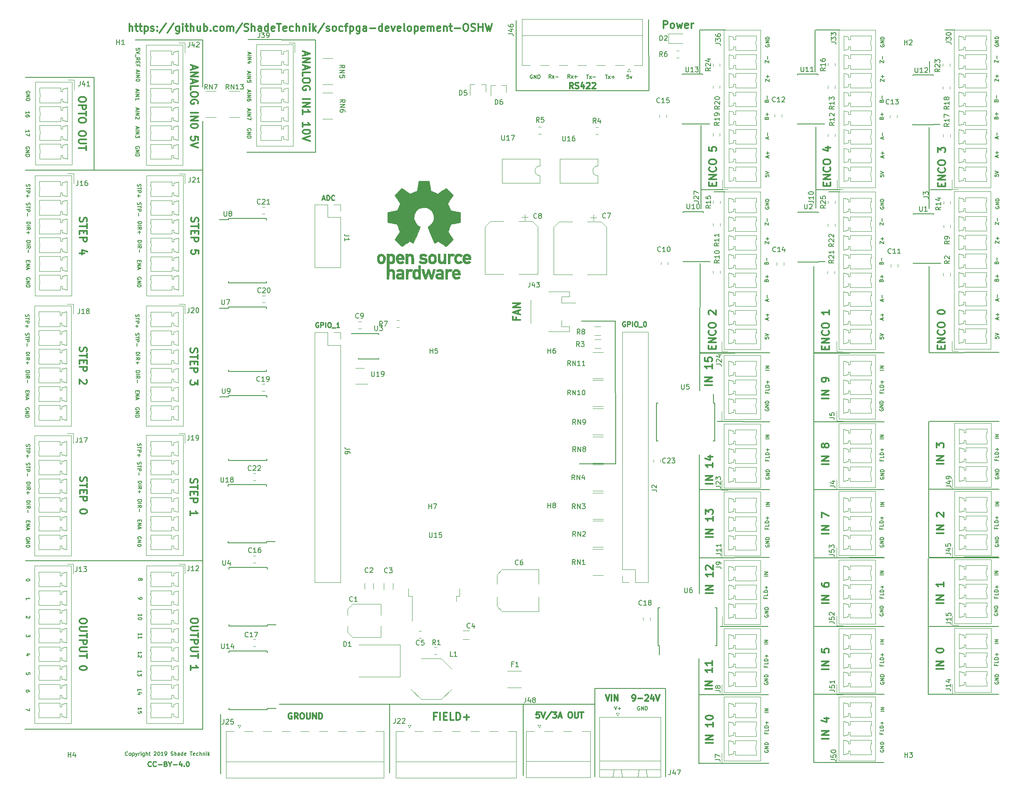
<source format=gbr>
G04 #@! TF.GenerationSoftware,KiCad,Pcbnew,5.1.4-e60b266~84~ubuntu18.04.1*
G04 #@! TF.CreationDate,2019-09-24T21:27:11-04:00*
G04 #@! TF.ProjectId,DE10nano interface,44453130-6e61-46e6-9f20-696e74657266,rev?*
G04 #@! TF.SameCoordinates,Original*
G04 #@! TF.FileFunction,Legend,Top*
G04 #@! TF.FilePolarity,Positive*
%FSLAX46Y46*%
G04 Gerber Fmt 4.6, Leading zero omitted, Abs format (unit mm)*
G04 Created by KiCad (PCBNEW 5.1.4-e60b266~84~ubuntu18.04.1) date 2019-09-24 21:27:11*
%MOMM*%
%LPD*%
G04 APERTURE LIST*
%ADD10C,0.250000*%
%ADD11C,0.300000*%
%ADD12C,0.187500*%
%ADD13C,0.150000*%
%ADD14C,0.200000*%
%ADD15C,0.010000*%
%ADD16C,0.120000*%
G04 APERTURE END LIST*
D10*
X53302380Y-169057142D02*
X53254761Y-169104761D01*
X53111904Y-169152380D01*
X53016666Y-169152380D01*
X52873809Y-169104761D01*
X52778571Y-169009523D01*
X52730952Y-168914285D01*
X52683333Y-168723809D01*
X52683333Y-168580952D01*
X52730952Y-168390476D01*
X52778571Y-168295238D01*
X52873809Y-168200000D01*
X53016666Y-168152380D01*
X53111904Y-168152380D01*
X53254761Y-168200000D01*
X53302380Y-168247619D01*
X54302380Y-169057142D02*
X54254761Y-169104761D01*
X54111904Y-169152380D01*
X54016666Y-169152380D01*
X53873809Y-169104761D01*
X53778571Y-169009523D01*
X53730952Y-168914285D01*
X53683333Y-168723809D01*
X53683333Y-168580952D01*
X53730952Y-168390476D01*
X53778571Y-168295238D01*
X53873809Y-168200000D01*
X54016666Y-168152380D01*
X54111904Y-168152380D01*
X54254761Y-168200000D01*
X54302380Y-168247619D01*
X54730952Y-168771428D02*
X55492857Y-168771428D01*
X56302380Y-168628571D02*
X56445238Y-168676190D01*
X56492857Y-168723809D01*
X56540476Y-168819047D01*
X56540476Y-168961904D01*
X56492857Y-169057142D01*
X56445238Y-169104761D01*
X56350000Y-169152380D01*
X55969047Y-169152380D01*
X55969047Y-168152380D01*
X56302380Y-168152380D01*
X56397619Y-168200000D01*
X56445238Y-168247619D01*
X56492857Y-168342857D01*
X56492857Y-168438095D01*
X56445238Y-168533333D01*
X56397619Y-168580952D01*
X56302380Y-168628571D01*
X55969047Y-168628571D01*
X57159523Y-168676190D02*
X57159523Y-169152380D01*
X56826190Y-168152380D02*
X57159523Y-168676190D01*
X57492857Y-168152380D01*
X57826190Y-168771428D02*
X58588095Y-168771428D01*
X59492857Y-168485714D02*
X59492857Y-169152380D01*
X59254761Y-168104761D02*
X59016666Y-168819047D01*
X59635714Y-168819047D01*
X60016666Y-169057142D02*
X60064285Y-169104761D01*
X60016666Y-169152380D01*
X59969047Y-169104761D01*
X60016666Y-169057142D01*
X60016666Y-169152380D01*
X60683333Y-168152380D02*
X60778571Y-168152380D01*
X60873809Y-168200000D01*
X60921428Y-168247619D01*
X60969047Y-168342857D01*
X61016666Y-168533333D01*
X61016666Y-168771428D01*
X60969047Y-168961904D01*
X60921428Y-169057142D01*
X60873809Y-169104761D01*
X60778571Y-169152380D01*
X60683333Y-169152380D01*
X60588095Y-169104761D01*
X60540476Y-169057142D01*
X60492857Y-168961904D01*
X60445238Y-168771428D01*
X60445238Y-168533333D01*
X60492857Y-168342857D01*
X60540476Y-168247619D01*
X60588095Y-168200000D01*
X60683333Y-168152380D01*
D11*
X48914285Y-19478571D02*
X48914285Y-17978571D01*
X49557142Y-19478571D02*
X49557142Y-18692857D01*
X49485714Y-18550000D01*
X49342857Y-18478571D01*
X49128571Y-18478571D01*
X48985714Y-18550000D01*
X48914285Y-18621428D01*
X50057142Y-18478571D02*
X50628571Y-18478571D01*
X50271428Y-17978571D02*
X50271428Y-19264285D01*
X50342857Y-19407142D01*
X50485714Y-19478571D01*
X50628571Y-19478571D01*
X50914285Y-18478571D02*
X51485714Y-18478571D01*
X51128571Y-17978571D02*
X51128571Y-19264285D01*
X51200000Y-19407142D01*
X51342857Y-19478571D01*
X51485714Y-19478571D01*
X51985714Y-18478571D02*
X51985714Y-19978571D01*
X51985714Y-18550000D02*
X52128571Y-18478571D01*
X52414285Y-18478571D01*
X52557142Y-18550000D01*
X52628571Y-18621428D01*
X52700000Y-18764285D01*
X52700000Y-19192857D01*
X52628571Y-19335714D01*
X52557142Y-19407142D01*
X52414285Y-19478571D01*
X52128571Y-19478571D01*
X51985714Y-19407142D01*
X53271428Y-19407142D02*
X53414285Y-19478571D01*
X53700000Y-19478571D01*
X53842857Y-19407142D01*
X53914285Y-19264285D01*
X53914285Y-19192857D01*
X53842857Y-19050000D01*
X53700000Y-18978571D01*
X53485714Y-18978571D01*
X53342857Y-18907142D01*
X53271428Y-18764285D01*
X53271428Y-18692857D01*
X53342857Y-18550000D01*
X53485714Y-18478571D01*
X53700000Y-18478571D01*
X53842857Y-18550000D01*
X54557142Y-19335714D02*
X54628571Y-19407142D01*
X54557142Y-19478571D01*
X54485714Y-19407142D01*
X54557142Y-19335714D01*
X54557142Y-19478571D01*
X54557142Y-18550000D02*
X54628571Y-18621428D01*
X54557142Y-18692857D01*
X54485714Y-18621428D01*
X54557142Y-18550000D01*
X54557142Y-18692857D01*
X56342857Y-17907142D02*
X55057142Y-19835714D01*
X57914285Y-17907142D02*
X56628571Y-19835714D01*
X59057142Y-18478571D02*
X59057142Y-19692857D01*
X58985714Y-19835714D01*
X58914285Y-19907142D01*
X58771428Y-19978571D01*
X58557142Y-19978571D01*
X58414285Y-19907142D01*
X59057142Y-19407142D02*
X58914285Y-19478571D01*
X58628571Y-19478571D01*
X58485714Y-19407142D01*
X58414285Y-19335714D01*
X58342857Y-19192857D01*
X58342857Y-18764285D01*
X58414285Y-18621428D01*
X58485714Y-18550000D01*
X58628571Y-18478571D01*
X58914285Y-18478571D01*
X59057142Y-18550000D01*
X59771428Y-19478571D02*
X59771428Y-18478571D01*
X59771428Y-17978571D02*
X59700000Y-18050000D01*
X59771428Y-18121428D01*
X59842857Y-18050000D01*
X59771428Y-17978571D01*
X59771428Y-18121428D01*
X60271428Y-18478571D02*
X60842857Y-18478571D01*
X60485714Y-17978571D02*
X60485714Y-19264285D01*
X60557142Y-19407142D01*
X60700000Y-19478571D01*
X60842857Y-19478571D01*
X61342857Y-19478571D02*
X61342857Y-17978571D01*
X61985714Y-19478571D02*
X61985714Y-18692857D01*
X61914285Y-18550000D01*
X61771428Y-18478571D01*
X61557142Y-18478571D01*
X61414285Y-18550000D01*
X61342857Y-18621428D01*
X63342857Y-18478571D02*
X63342857Y-19478571D01*
X62700000Y-18478571D02*
X62700000Y-19264285D01*
X62771428Y-19407142D01*
X62914285Y-19478571D01*
X63128571Y-19478571D01*
X63271428Y-19407142D01*
X63342857Y-19335714D01*
X64057142Y-19478571D02*
X64057142Y-17978571D01*
X64057142Y-18550000D02*
X64200000Y-18478571D01*
X64485714Y-18478571D01*
X64628571Y-18550000D01*
X64700000Y-18621428D01*
X64771428Y-18764285D01*
X64771428Y-19192857D01*
X64700000Y-19335714D01*
X64628571Y-19407142D01*
X64485714Y-19478571D01*
X64200000Y-19478571D01*
X64057142Y-19407142D01*
X65414285Y-19335714D02*
X65485714Y-19407142D01*
X65414285Y-19478571D01*
X65342857Y-19407142D01*
X65414285Y-19335714D01*
X65414285Y-19478571D01*
X66771428Y-19407142D02*
X66628571Y-19478571D01*
X66342857Y-19478571D01*
X66200000Y-19407142D01*
X66128571Y-19335714D01*
X66057142Y-19192857D01*
X66057142Y-18764285D01*
X66128571Y-18621428D01*
X66200000Y-18550000D01*
X66342857Y-18478571D01*
X66628571Y-18478571D01*
X66771428Y-18550000D01*
X67628571Y-19478571D02*
X67485714Y-19407142D01*
X67414285Y-19335714D01*
X67342857Y-19192857D01*
X67342857Y-18764285D01*
X67414285Y-18621428D01*
X67485714Y-18550000D01*
X67628571Y-18478571D01*
X67842857Y-18478571D01*
X67985714Y-18550000D01*
X68057142Y-18621428D01*
X68128571Y-18764285D01*
X68128571Y-19192857D01*
X68057142Y-19335714D01*
X67985714Y-19407142D01*
X67842857Y-19478571D01*
X67628571Y-19478571D01*
X68771428Y-19478571D02*
X68771428Y-18478571D01*
X68771428Y-18621428D02*
X68842857Y-18550000D01*
X68985714Y-18478571D01*
X69200000Y-18478571D01*
X69342857Y-18550000D01*
X69414285Y-18692857D01*
X69414285Y-19478571D01*
X69414285Y-18692857D02*
X69485714Y-18550000D01*
X69628571Y-18478571D01*
X69842857Y-18478571D01*
X69985714Y-18550000D01*
X70057142Y-18692857D01*
X70057142Y-19478571D01*
X71842857Y-17907142D02*
X70557142Y-19835714D01*
X72271428Y-19407142D02*
X72485714Y-19478571D01*
X72842857Y-19478571D01*
X72985714Y-19407142D01*
X73057142Y-19335714D01*
X73128571Y-19192857D01*
X73128571Y-19050000D01*
X73057142Y-18907142D01*
X72985714Y-18835714D01*
X72842857Y-18764285D01*
X72557142Y-18692857D01*
X72414285Y-18621428D01*
X72342857Y-18550000D01*
X72271428Y-18407142D01*
X72271428Y-18264285D01*
X72342857Y-18121428D01*
X72414285Y-18050000D01*
X72557142Y-17978571D01*
X72914285Y-17978571D01*
X73128571Y-18050000D01*
X73771428Y-19478571D02*
X73771428Y-17978571D01*
X74414285Y-19478571D02*
X74414285Y-18692857D01*
X74342857Y-18550000D01*
X74200000Y-18478571D01*
X73985714Y-18478571D01*
X73842857Y-18550000D01*
X73771428Y-18621428D01*
X75771428Y-19478571D02*
X75771428Y-18692857D01*
X75700000Y-18550000D01*
X75557142Y-18478571D01*
X75271428Y-18478571D01*
X75128571Y-18550000D01*
X75771428Y-19407142D02*
X75628571Y-19478571D01*
X75271428Y-19478571D01*
X75128571Y-19407142D01*
X75057142Y-19264285D01*
X75057142Y-19121428D01*
X75128571Y-18978571D01*
X75271428Y-18907142D01*
X75628571Y-18907142D01*
X75771428Y-18835714D01*
X77128571Y-19478571D02*
X77128571Y-17978571D01*
X77128571Y-19407142D02*
X76985714Y-19478571D01*
X76700000Y-19478571D01*
X76557142Y-19407142D01*
X76485714Y-19335714D01*
X76414285Y-19192857D01*
X76414285Y-18764285D01*
X76485714Y-18621428D01*
X76557142Y-18550000D01*
X76700000Y-18478571D01*
X76985714Y-18478571D01*
X77128571Y-18550000D01*
X78414285Y-19407142D02*
X78271428Y-19478571D01*
X77985714Y-19478571D01*
X77842857Y-19407142D01*
X77771428Y-19264285D01*
X77771428Y-18692857D01*
X77842857Y-18550000D01*
X77985714Y-18478571D01*
X78271428Y-18478571D01*
X78414285Y-18550000D01*
X78485714Y-18692857D01*
X78485714Y-18835714D01*
X77771428Y-18978571D01*
X78914285Y-17978571D02*
X79771428Y-17978571D01*
X79342857Y-19478571D02*
X79342857Y-17978571D01*
X80842857Y-19407142D02*
X80700000Y-19478571D01*
X80414285Y-19478571D01*
X80271428Y-19407142D01*
X80200000Y-19264285D01*
X80200000Y-18692857D01*
X80271428Y-18550000D01*
X80414285Y-18478571D01*
X80700000Y-18478571D01*
X80842857Y-18550000D01*
X80914285Y-18692857D01*
X80914285Y-18835714D01*
X80200000Y-18978571D01*
X82200000Y-19407142D02*
X82057142Y-19478571D01*
X81771428Y-19478571D01*
X81628571Y-19407142D01*
X81557142Y-19335714D01*
X81485714Y-19192857D01*
X81485714Y-18764285D01*
X81557142Y-18621428D01*
X81628571Y-18550000D01*
X81771428Y-18478571D01*
X82057142Y-18478571D01*
X82200000Y-18550000D01*
X82842857Y-19478571D02*
X82842857Y-17978571D01*
X83485714Y-19478571D02*
X83485714Y-18692857D01*
X83414285Y-18550000D01*
X83271428Y-18478571D01*
X83057142Y-18478571D01*
X82914285Y-18550000D01*
X82842857Y-18621428D01*
X84200000Y-18478571D02*
X84200000Y-19478571D01*
X84200000Y-18621428D02*
X84271428Y-18550000D01*
X84414285Y-18478571D01*
X84628571Y-18478571D01*
X84771428Y-18550000D01*
X84842857Y-18692857D01*
X84842857Y-19478571D01*
X85557142Y-19478571D02*
X85557142Y-18478571D01*
X85557142Y-17978571D02*
X85485714Y-18050000D01*
X85557142Y-18121428D01*
X85628571Y-18050000D01*
X85557142Y-17978571D01*
X85557142Y-18121428D01*
X86271428Y-19478571D02*
X86271428Y-17978571D01*
X86414285Y-18907142D02*
X86842857Y-19478571D01*
X86842857Y-18478571D02*
X86271428Y-19050000D01*
X88557142Y-17907142D02*
X87271428Y-19835714D01*
X88985714Y-19407142D02*
X89128571Y-19478571D01*
X89414285Y-19478571D01*
X89557142Y-19407142D01*
X89628571Y-19264285D01*
X89628571Y-19192857D01*
X89557142Y-19050000D01*
X89414285Y-18978571D01*
X89200000Y-18978571D01*
X89057142Y-18907142D01*
X88985714Y-18764285D01*
X88985714Y-18692857D01*
X89057142Y-18550000D01*
X89200000Y-18478571D01*
X89414285Y-18478571D01*
X89557142Y-18550000D01*
X90485714Y-19478571D02*
X90342857Y-19407142D01*
X90271428Y-19335714D01*
X90200000Y-19192857D01*
X90200000Y-18764285D01*
X90271428Y-18621428D01*
X90342857Y-18550000D01*
X90485714Y-18478571D01*
X90700000Y-18478571D01*
X90842857Y-18550000D01*
X90914285Y-18621428D01*
X90985714Y-18764285D01*
X90985714Y-19192857D01*
X90914285Y-19335714D01*
X90842857Y-19407142D01*
X90700000Y-19478571D01*
X90485714Y-19478571D01*
X92271428Y-19407142D02*
X92128571Y-19478571D01*
X91842857Y-19478571D01*
X91700000Y-19407142D01*
X91628571Y-19335714D01*
X91557142Y-19192857D01*
X91557142Y-18764285D01*
X91628571Y-18621428D01*
X91700000Y-18550000D01*
X91842857Y-18478571D01*
X92128571Y-18478571D01*
X92271428Y-18550000D01*
X92700000Y-18478571D02*
X93271428Y-18478571D01*
X92914285Y-19478571D02*
X92914285Y-18192857D01*
X92985714Y-18050000D01*
X93128571Y-17978571D01*
X93271428Y-17978571D01*
X93771428Y-18478571D02*
X93771428Y-19978571D01*
X93771428Y-18550000D02*
X93914285Y-18478571D01*
X94200000Y-18478571D01*
X94342857Y-18550000D01*
X94414285Y-18621428D01*
X94485714Y-18764285D01*
X94485714Y-19192857D01*
X94414285Y-19335714D01*
X94342857Y-19407142D01*
X94200000Y-19478571D01*
X93914285Y-19478571D01*
X93771428Y-19407142D01*
X95771428Y-18478571D02*
X95771428Y-19692857D01*
X95700000Y-19835714D01*
X95628571Y-19907142D01*
X95485714Y-19978571D01*
X95271428Y-19978571D01*
X95128571Y-19907142D01*
X95771428Y-19407142D02*
X95628571Y-19478571D01*
X95342857Y-19478571D01*
X95200000Y-19407142D01*
X95128571Y-19335714D01*
X95057142Y-19192857D01*
X95057142Y-18764285D01*
X95128571Y-18621428D01*
X95200000Y-18550000D01*
X95342857Y-18478571D01*
X95628571Y-18478571D01*
X95771428Y-18550000D01*
X97128571Y-19478571D02*
X97128571Y-18692857D01*
X97057142Y-18550000D01*
X96914285Y-18478571D01*
X96628571Y-18478571D01*
X96485714Y-18550000D01*
X97128571Y-19407142D02*
X96985714Y-19478571D01*
X96628571Y-19478571D01*
X96485714Y-19407142D01*
X96414285Y-19264285D01*
X96414285Y-19121428D01*
X96485714Y-18978571D01*
X96628571Y-18907142D01*
X96985714Y-18907142D01*
X97128571Y-18835714D01*
X97842857Y-18907142D02*
X98985714Y-18907142D01*
X100342857Y-19478571D02*
X100342857Y-17978571D01*
X100342857Y-19407142D02*
X100200000Y-19478571D01*
X99914285Y-19478571D01*
X99771428Y-19407142D01*
X99700000Y-19335714D01*
X99628571Y-19192857D01*
X99628571Y-18764285D01*
X99700000Y-18621428D01*
X99771428Y-18550000D01*
X99914285Y-18478571D01*
X100200000Y-18478571D01*
X100342857Y-18550000D01*
X101628571Y-19407142D02*
X101485714Y-19478571D01*
X101200000Y-19478571D01*
X101057142Y-19407142D01*
X100985714Y-19264285D01*
X100985714Y-18692857D01*
X101057142Y-18550000D01*
X101200000Y-18478571D01*
X101485714Y-18478571D01*
X101628571Y-18550000D01*
X101700000Y-18692857D01*
X101700000Y-18835714D01*
X100985714Y-18978571D01*
X102200000Y-18478571D02*
X102557142Y-19478571D01*
X102914285Y-18478571D01*
X104057142Y-19407142D02*
X103914285Y-19478571D01*
X103628571Y-19478571D01*
X103485714Y-19407142D01*
X103414285Y-19264285D01*
X103414285Y-18692857D01*
X103485714Y-18550000D01*
X103628571Y-18478571D01*
X103914285Y-18478571D01*
X104057142Y-18550000D01*
X104128571Y-18692857D01*
X104128571Y-18835714D01*
X103414285Y-18978571D01*
X104985714Y-19478571D02*
X104842857Y-19407142D01*
X104771428Y-19264285D01*
X104771428Y-17978571D01*
X105771428Y-19478571D02*
X105628571Y-19407142D01*
X105557142Y-19335714D01*
X105485714Y-19192857D01*
X105485714Y-18764285D01*
X105557142Y-18621428D01*
X105628571Y-18550000D01*
X105771428Y-18478571D01*
X105985714Y-18478571D01*
X106128571Y-18550000D01*
X106200000Y-18621428D01*
X106271428Y-18764285D01*
X106271428Y-19192857D01*
X106200000Y-19335714D01*
X106128571Y-19407142D01*
X105985714Y-19478571D01*
X105771428Y-19478571D01*
X106914285Y-18478571D02*
X106914285Y-19978571D01*
X106914285Y-18550000D02*
X107057142Y-18478571D01*
X107342857Y-18478571D01*
X107485714Y-18550000D01*
X107557142Y-18621428D01*
X107628571Y-18764285D01*
X107628571Y-19192857D01*
X107557142Y-19335714D01*
X107485714Y-19407142D01*
X107342857Y-19478571D01*
X107057142Y-19478571D01*
X106914285Y-19407142D01*
X108842857Y-19407142D02*
X108700000Y-19478571D01*
X108414285Y-19478571D01*
X108271428Y-19407142D01*
X108200000Y-19264285D01*
X108200000Y-18692857D01*
X108271428Y-18550000D01*
X108414285Y-18478571D01*
X108700000Y-18478571D01*
X108842857Y-18550000D01*
X108914285Y-18692857D01*
X108914285Y-18835714D01*
X108200000Y-18978571D01*
X109557142Y-19478571D02*
X109557142Y-18478571D01*
X109557142Y-18621428D02*
X109628571Y-18550000D01*
X109771428Y-18478571D01*
X109985714Y-18478571D01*
X110128571Y-18550000D01*
X110200000Y-18692857D01*
X110200000Y-19478571D01*
X110200000Y-18692857D02*
X110271428Y-18550000D01*
X110414285Y-18478571D01*
X110628571Y-18478571D01*
X110771428Y-18550000D01*
X110842857Y-18692857D01*
X110842857Y-19478571D01*
X112128571Y-19407142D02*
X111985714Y-19478571D01*
X111700000Y-19478571D01*
X111557142Y-19407142D01*
X111485714Y-19264285D01*
X111485714Y-18692857D01*
X111557142Y-18550000D01*
X111700000Y-18478571D01*
X111985714Y-18478571D01*
X112128571Y-18550000D01*
X112200000Y-18692857D01*
X112200000Y-18835714D01*
X111485714Y-18978571D01*
X112842857Y-18478571D02*
X112842857Y-19478571D01*
X112842857Y-18621428D02*
X112914285Y-18550000D01*
X113057142Y-18478571D01*
X113271428Y-18478571D01*
X113414285Y-18550000D01*
X113485714Y-18692857D01*
X113485714Y-19478571D01*
X113985714Y-18478571D02*
X114557142Y-18478571D01*
X114200000Y-17978571D02*
X114200000Y-19264285D01*
X114271428Y-19407142D01*
X114414285Y-19478571D01*
X114557142Y-19478571D01*
X115057142Y-18907142D02*
X116200000Y-18907142D01*
X117200000Y-17978571D02*
X117485714Y-17978571D01*
X117628571Y-18050000D01*
X117771428Y-18192857D01*
X117842857Y-18478571D01*
X117842857Y-18978571D01*
X117771428Y-19264285D01*
X117628571Y-19407142D01*
X117485714Y-19478571D01*
X117200000Y-19478571D01*
X117057142Y-19407142D01*
X116914285Y-19264285D01*
X116842857Y-18978571D01*
X116842857Y-18478571D01*
X116914285Y-18192857D01*
X117057142Y-18050000D01*
X117200000Y-17978571D01*
X118414285Y-19407142D02*
X118628571Y-19478571D01*
X118985714Y-19478571D01*
X119128571Y-19407142D01*
X119200000Y-19335714D01*
X119271428Y-19192857D01*
X119271428Y-19050000D01*
X119200000Y-18907142D01*
X119128571Y-18835714D01*
X118985714Y-18764285D01*
X118700000Y-18692857D01*
X118557142Y-18621428D01*
X118485714Y-18550000D01*
X118414285Y-18407142D01*
X118414285Y-18264285D01*
X118485714Y-18121428D01*
X118557142Y-18050000D01*
X118700000Y-17978571D01*
X119057142Y-17978571D01*
X119271428Y-18050000D01*
X119914285Y-19478571D02*
X119914285Y-17978571D01*
X119914285Y-18692857D02*
X120771428Y-18692857D01*
X120771428Y-19478571D02*
X120771428Y-17978571D01*
X121342857Y-17978571D02*
X121700000Y-19478571D01*
X121985714Y-18407142D01*
X122271428Y-19478571D01*
X122628571Y-17978571D01*
D12*
X48542857Y-166867857D02*
X48507142Y-166903571D01*
X48400000Y-166939285D01*
X48328571Y-166939285D01*
X48221428Y-166903571D01*
X48150000Y-166832142D01*
X48114285Y-166760714D01*
X48078571Y-166617857D01*
X48078571Y-166510714D01*
X48114285Y-166367857D01*
X48150000Y-166296428D01*
X48221428Y-166225000D01*
X48328571Y-166189285D01*
X48400000Y-166189285D01*
X48507142Y-166225000D01*
X48542857Y-166260714D01*
X48971428Y-166939285D02*
X48900000Y-166903571D01*
X48864285Y-166867857D01*
X48828571Y-166796428D01*
X48828571Y-166582142D01*
X48864285Y-166510714D01*
X48900000Y-166475000D01*
X48971428Y-166439285D01*
X49078571Y-166439285D01*
X49150000Y-166475000D01*
X49185714Y-166510714D01*
X49221428Y-166582142D01*
X49221428Y-166796428D01*
X49185714Y-166867857D01*
X49150000Y-166903571D01*
X49078571Y-166939285D01*
X48971428Y-166939285D01*
X49542857Y-166439285D02*
X49542857Y-167189285D01*
X49542857Y-166475000D02*
X49614285Y-166439285D01*
X49757142Y-166439285D01*
X49828571Y-166475000D01*
X49864285Y-166510714D01*
X49900000Y-166582142D01*
X49900000Y-166796428D01*
X49864285Y-166867857D01*
X49828571Y-166903571D01*
X49757142Y-166939285D01*
X49614285Y-166939285D01*
X49542857Y-166903571D01*
X50150000Y-166439285D02*
X50328571Y-166939285D01*
X50507142Y-166439285D02*
X50328571Y-166939285D01*
X50257142Y-167117857D01*
X50221428Y-167153571D01*
X50150000Y-167189285D01*
X50792857Y-166939285D02*
X50792857Y-166439285D01*
X50792857Y-166582142D02*
X50828571Y-166510714D01*
X50864285Y-166475000D01*
X50935714Y-166439285D01*
X51007142Y-166439285D01*
X51257142Y-166939285D02*
X51257142Y-166439285D01*
X51257142Y-166189285D02*
X51221428Y-166225000D01*
X51257142Y-166260714D01*
X51292857Y-166225000D01*
X51257142Y-166189285D01*
X51257142Y-166260714D01*
X51935714Y-166439285D02*
X51935714Y-167046428D01*
X51900000Y-167117857D01*
X51864285Y-167153571D01*
X51792857Y-167189285D01*
X51685714Y-167189285D01*
X51614285Y-167153571D01*
X51935714Y-166903571D02*
X51864285Y-166939285D01*
X51721428Y-166939285D01*
X51650000Y-166903571D01*
X51614285Y-166867857D01*
X51578571Y-166796428D01*
X51578571Y-166582142D01*
X51614285Y-166510714D01*
X51650000Y-166475000D01*
X51721428Y-166439285D01*
X51864285Y-166439285D01*
X51935714Y-166475000D01*
X52292857Y-166939285D02*
X52292857Y-166189285D01*
X52614285Y-166939285D02*
X52614285Y-166546428D01*
X52578571Y-166475000D01*
X52507142Y-166439285D01*
X52400000Y-166439285D01*
X52328571Y-166475000D01*
X52292857Y-166510714D01*
X52864285Y-166439285D02*
X53150000Y-166439285D01*
X52971428Y-166189285D02*
X52971428Y-166832142D01*
X53007142Y-166903571D01*
X53078571Y-166939285D01*
X53150000Y-166939285D01*
X53935714Y-166260714D02*
X53971428Y-166225000D01*
X54042857Y-166189285D01*
X54221428Y-166189285D01*
X54292857Y-166225000D01*
X54328571Y-166260714D01*
X54364285Y-166332142D01*
X54364285Y-166403571D01*
X54328571Y-166510714D01*
X53900000Y-166939285D01*
X54364285Y-166939285D01*
X54828571Y-166189285D02*
X54900000Y-166189285D01*
X54971428Y-166225000D01*
X55007142Y-166260714D01*
X55042857Y-166332142D01*
X55078571Y-166475000D01*
X55078571Y-166653571D01*
X55042857Y-166796428D01*
X55007142Y-166867857D01*
X54971428Y-166903571D01*
X54900000Y-166939285D01*
X54828571Y-166939285D01*
X54757142Y-166903571D01*
X54721428Y-166867857D01*
X54685714Y-166796428D01*
X54650000Y-166653571D01*
X54650000Y-166475000D01*
X54685714Y-166332142D01*
X54721428Y-166260714D01*
X54757142Y-166225000D01*
X54828571Y-166189285D01*
X55792857Y-166939285D02*
X55364285Y-166939285D01*
X55578571Y-166939285D02*
X55578571Y-166189285D01*
X55507142Y-166296428D01*
X55435714Y-166367857D01*
X55364285Y-166403571D01*
X56150000Y-166939285D02*
X56292857Y-166939285D01*
X56364285Y-166903571D01*
X56400000Y-166867857D01*
X56471428Y-166760714D01*
X56507142Y-166617857D01*
X56507142Y-166332142D01*
X56471428Y-166260714D01*
X56435714Y-166225000D01*
X56364285Y-166189285D01*
X56221428Y-166189285D01*
X56150000Y-166225000D01*
X56114285Y-166260714D01*
X56078571Y-166332142D01*
X56078571Y-166510714D01*
X56114285Y-166582142D01*
X56150000Y-166617857D01*
X56221428Y-166653571D01*
X56364285Y-166653571D01*
X56435714Y-166617857D01*
X56471428Y-166582142D01*
X56507142Y-166510714D01*
X57364285Y-166903571D02*
X57471428Y-166939285D01*
X57650000Y-166939285D01*
X57721428Y-166903571D01*
X57757142Y-166867857D01*
X57792857Y-166796428D01*
X57792857Y-166725000D01*
X57757142Y-166653571D01*
X57721428Y-166617857D01*
X57650000Y-166582142D01*
X57507142Y-166546428D01*
X57435714Y-166510714D01*
X57400000Y-166475000D01*
X57364285Y-166403571D01*
X57364285Y-166332142D01*
X57400000Y-166260714D01*
X57435714Y-166225000D01*
X57507142Y-166189285D01*
X57685714Y-166189285D01*
X57792857Y-166225000D01*
X58114285Y-166939285D02*
X58114285Y-166189285D01*
X58435714Y-166939285D02*
X58435714Y-166546428D01*
X58400000Y-166475000D01*
X58328571Y-166439285D01*
X58221428Y-166439285D01*
X58150000Y-166475000D01*
X58114285Y-166510714D01*
X59114285Y-166939285D02*
X59114285Y-166546428D01*
X59078571Y-166475000D01*
X59007142Y-166439285D01*
X58864285Y-166439285D01*
X58792857Y-166475000D01*
X59114285Y-166903571D02*
X59042857Y-166939285D01*
X58864285Y-166939285D01*
X58792857Y-166903571D01*
X58757142Y-166832142D01*
X58757142Y-166760714D01*
X58792857Y-166689285D01*
X58864285Y-166653571D01*
X59042857Y-166653571D01*
X59114285Y-166617857D01*
X59792857Y-166939285D02*
X59792857Y-166189285D01*
X59792857Y-166903571D02*
X59721428Y-166939285D01*
X59578571Y-166939285D01*
X59507142Y-166903571D01*
X59471428Y-166867857D01*
X59435714Y-166796428D01*
X59435714Y-166582142D01*
X59471428Y-166510714D01*
X59507142Y-166475000D01*
X59578571Y-166439285D01*
X59721428Y-166439285D01*
X59792857Y-166475000D01*
X60435714Y-166903571D02*
X60364285Y-166939285D01*
X60221428Y-166939285D01*
X60150000Y-166903571D01*
X60114285Y-166832142D01*
X60114285Y-166546428D01*
X60150000Y-166475000D01*
X60221428Y-166439285D01*
X60364285Y-166439285D01*
X60435714Y-166475000D01*
X60471428Y-166546428D01*
X60471428Y-166617857D01*
X60114285Y-166689285D01*
X61257142Y-166189285D02*
X61685714Y-166189285D01*
X61471428Y-166939285D02*
X61471428Y-166189285D01*
X62221428Y-166903571D02*
X62150000Y-166939285D01*
X62007142Y-166939285D01*
X61935714Y-166903571D01*
X61900000Y-166832142D01*
X61900000Y-166546428D01*
X61935714Y-166475000D01*
X62007142Y-166439285D01*
X62150000Y-166439285D01*
X62221428Y-166475000D01*
X62257142Y-166546428D01*
X62257142Y-166617857D01*
X61900000Y-166689285D01*
X62900000Y-166903571D02*
X62828571Y-166939285D01*
X62685714Y-166939285D01*
X62614285Y-166903571D01*
X62578571Y-166867857D01*
X62542857Y-166796428D01*
X62542857Y-166582142D01*
X62578571Y-166510714D01*
X62614285Y-166475000D01*
X62685714Y-166439285D01*
X62828571Y-166439285D01*
X62900000Y-166475000D01*
X63221428Y-166939285D02*
X63221428Y-166189285D01*
X63542857Y-166939285D02*
X63542857Y-166546428D01*
X63507142Y-166475000D01*
X63435714Y-166439285D01*
X63328571Y-166439285D01*
X63257142Y-166475000D01*
X63221428Y-166510714D01*
X63900000Y-166439285D02*
X63900000Y-166939285D01*
X63900000Y-166510714D02*
X63935714Y-166475000D01*
X64007142Y-166439285D01*
X64114285Y-166439285D01*
X64185714Y-166475000D01*
X64221428Y-166546428D01*
X64221428Y-166939285D01*
X64578571Y-166939285D02*
X64578571Y-166439285D01*
X64578571Y-166189285D02*
X64542857Y-166225000D01*
X64578571Y-166260714D01*
X64614285Y-166225000D01*
X64578571Y-166189285D01*
X64578571Y-166260714D01*
X64935714Y-166939285D02*
X64935714Y-166189285D01*
X65007142Y-166653571D02*
X65221428Y-166939285D01*
X65221428Y-166439285D02*
X64935714Y-166725000D01*
D13*
X143600000Y-153250000D02*
X158000000Y-153250000D01*
D14*
X164879020Y-28107640D02*
X164879020Y-19268440D01*
X169641520Y-51762660D02*
X165237160Y-51762660D01*
X165135560Y-55653940D02*
X165135560Y-38653720D01*
X164929820Y-84889340D02*
X164980620Y-66763900D01*
X188394340Y-27825700D02*
X188394340Y-19357340D01*
X188630560Y-51744880D02*
X193426080Y-51744880D01*
X188513720Y-55534560D02*
X188513720Y-38955980D01*
X188158120Y-85021420D02*
X188158120Y-67317620D01*
X214787480Y-19296380D02*
X216781380Y-19296380D01*
X211642960Y-27896820D02*
X211660740Y-25636220D01*
X211609940Y-55565040D02*
X211609940Y-39098220D01*
X211607400Y-84861400D02*
X211607400Y-67373500D01*
X129000000Y-156600000D02*
X129000000Y-170953540D01*
X164937440Y-85008720D02*
X164947600Y-92654120D01*
X179158620Y-84957920D02*
X164998120Y-85021420D01*
X179112900Y-98981260D02*
X168440100Y-98971100D01*
X179054480Y-126616460D02*
X164893980Y-126679960D01*
D12*
X178647848Y-106725114D02*
X178647848Y-106975114D01*
X179040705Y-106975114D02*
X178290705Y-106975114D01*
X178290705Y-106617971D01*
X179040705Y-105975114D02*
X179040705Y-106332257D01*
X178290705Y-106332257D01*
X179040705Y-105725114D02*
X178290705Y-105725114D01*
X178290705Y-105546542D01*
X178326420Y-105439400D01*
X178397848Y-105367971D01*
X178469277Y-105332257D01*
X178612134Y-105296542D01*
X178719277Y-105296542D01*
X178862134Y-105332257D01*
X178933562Y-105367971D01*
X179004991Y-105439400D01*
X179040705Y-105546542D01*
X179040705Y-105725114D01*
X178754991Y-104975114D02*
X178754991Y-104403685D01*
X179040705Y-104689400D02*
X178469277Y-104689400D01*
X178273080Y-96367528D02*
X178237365Y-96438957D01*
X178237365Y-96546100D01*
X178273080Y-96653242D01*
X178344508Y-96724671D01*
X178415937Y-96760385D01*
X178558794Y-96796100D01*
X178665937Y-96796100D01*
X178808794Y-96760385D01*
X178880222Y-96724671D01*
X178951651Y-96653242D01*
X178987365Y-96546100D01*
X178987365Y-96474671D01*
X178951651Y-96367528D01*
X178915937Y-96331814D01*
X178665937Y-96331814D01*
X178665937Y-96474671D01*
X178987365Y-96010385D02*
X178237365Y-96010385D01*
X178987365Y-95581814D01*
X178237365Y-95581814D01*
X178987365Y-95224671D02*
X178237365Y-95224671D01*
X178237365Y-95046100D01*
X178273080Y-94938957D01*
X178344508Y-94867528D01*
X178415937Y-94831814D01*
X178558794Y-94796100D01*
X178665937Y-94796100D01*
X178808794Y-94831814D01*
X178880222Y-94867528D01*
X178951651Y-94938957D01*
X178987365Y-95046100D01*
X178987365Y-95224671D01*
D14*
X179145920Y-112773460D02*
X164921920Y-112773460D01*
X164820600Y-105664000D02*
X164823140Y-134012940D01*
D12*
X179040705Y-88487677D02*
X178290705Y-88487677D01*
X179040705Y-88130534D02*
X178290705Y-88130534D01*
X179040705Y-87701962D01*
X178290705Y-87701962D01*
D11*
X167574351Y-111622174D02*
X166074351Y-111622174D01*
X167574351Y-110907888D02*
X166074351Y-110907888D01*
X167574351Y-110050745D01*
X166074351Y-110050745D01*
X167574351Y-107407888D02*
X167574351Y-108265031D01*
X167574351Y-107836460D02*
X166074351Y-107836460D01*
X166288637Y-107979317D01*
X166431494Y-108122174D01*
X166502922Y-108265031D01*
X166574351Y-106122174D02*
X167574351Y-106122174D01*
X166002922Y-106479317D02*
X167074351Y-106836460D01*
X167074351Y-105907888D01*
D12*
X179073725Y-102483077D02*
X178323725Y-102483077D01*
X179073725Y-102125934D02*
X178323725Y-102125934D01*
X179073725Y-101697362D01*
X178323725Y-101697362D01*
X178359440Y-124099248D02*
X178323725Y-124170677D01*
X178323725Y-124277820D01*
X178359440Y-124384962D01*
X178430868Y-124456391D01*
X178502297Y-124492105D01*
X178645154Y-124527820D01*
X178752297Y-124527820D01*
X178895154Y-124492105D01*
X178966582Y-124456391D01*
X179038011Y-124384962D01*
X179073725Y-124277820D01*
X179073725Y-124206391D01*
X179038011Y-124099248D01*
X179002297Y-124063534D01*
X178752297Y-124063534D01*
X178752297Y-124206391D01*
X179073725Y-123742105D02*
X178323725Y-123742105D01*
X179073725Y-123313534D01*
X178323725Y-123313534D01*
X179073725Y-122956391D02*
X178323725Y-122956391D01*
X178323725Y-122777820D01*
X178359440Y-122670677D01*
X178430868Y-122599248D01*
X178502297Y-122563534D01*
X178645154Y-122527820D01*
X178752297Y-122527820D01*
X178895154Y-122563534D01*
X178966582Y-122599248D01*
X179038011Y-122670677D01*
X179073725Y-122777820D01*
X179073725Y-122956391D01*
X179157545Y-116237177D02*
X178407545Y-116237177D01*
X179157545Y-115880034D02*
X178407545Y-115880034D01*
X179157545Y-115451462D01*
X178407545Y-115451462D01*
X178594508Y-120629074D02*
X178594508Y-120879074D01*
X178987365Y-120879074D02*
X178237365Y-120879074D01*
X178237365Y-120521931D01*
X178987365Y-119879074D02*
X178987365Y-120236217D01*
X178237365Y-120236217D01*
X178987365Y-119629074D02*
X178237365Y-119629074D01*
X178237365Y-119450502D01*
X178273080Y-119343360D01*
X178344508Y-119271931D01*
X178415937Y-119236217D01*
X178558794Y-119200502D01*
X178665937Y-119200502D01*
X178808794Y-119236217D01*
X178880222Y-119271931D01*
X178951651Y-119343360D01*
X178987365Y-119450502D01*
X178987365Y-119629074D01*
X178701651Y-118879074D02*
X178701651Y-118307645D01*
X178987365Y-118593360D02*
X178415937Y-118593360D01*
X178400080Y-110301968D02*
X178364365Y-110373397D01*
X178364365Y-110480540D01*
X178400080Y-110587682D01*
X178471508Y-110659111D01*
X178542937Y-110694825D01*
X178685794Y-110730540D01*
X178792937Y-110730540D01*
X178935794Y-110694825D01*
X179007222Y-110659111D01*
X179078651Y-110587682D01*
X179114365Y-110480540D01*
X179114365Y-110409111D01*
X179078651Y-110301968D01*
X179042937Y-110266254D01*
X178792937Y-110266254D01*
X178792937Y-110409111D01*
X179114365Y-109944825D02*
X178364365Y-109944825D01*
X179114365Y-109516254D01*
X178364365Y-109516254D01*
X179114365Y-109159111D02*
X178364365Y-109159111D01*
X178364365Y-108980540D01*
X178400080Y-108873397D01*
X178471508Y-108801968D01*
X178542937Y-108766254D01*
X178685794Y-108730540D01*
X178792937Y-108730540D01*
X178935794Y-108766254D01*
X179007222Y-108801968D01*
X179078651Y-108873397D01*
X179114365Y-108980540D01*
X179114365Y-109159111D01*
X178647848Y-92953234D02*
X178647848Y-93203234D01*
X179040705Y-93203234D02*
X178290705Y-93203234D01*
X178290705Y-92846091D01*
X179040705Y-92203234D02*
X179040705Y-92560377D01*
X178290705Y-92560377D01*
X179040705Y-91953234D02*
X178290705Y-91953234D01*
X178290705Y-91774662D01*
X178326420Y-91667520D01*
X178397848Y-91596091D01*
X178469277Y-91560377D01*
X178612134Y-91524662D01*
X178719277Y-91524662D01*
X178862134Y-91560377D01*
X178933562Y-91596091D01*
X179004991Y-91667520D01*
X179040705Y-91774662D01*
X179040705Y-91953234D01*
X178754991Y-91203234D02*
X178754991Y-90631805D01*
X179040705Y-90917520D02*
X178469277Y-90917520D01*
D11*
X167637851Y-122498454D02*
X166137851Y-122498454D01*
X167637851Y-121784168D02*
X166137851Y-121784168D01*
X167637851Y-120927025D01*
X166137851Y-120927025D01*
X167637851Y-118284168D02*
X167637851Y-119141311D01*
X167637851Y-118712740D02*
X166137851Y-118712740D01*
X166352137Y-118855597D01*
X166494994Y-118998454D01*
X166566422Y-119141311D01*
X166137851Y-117784168D02*
X166137851Y-116855597D01*
X166709280Y-117355597D01*
X166709280Y-117141311D01*
X166780708Y-116998454D01*
X166852137Y-116927025D01*
X166994994Y-116855597D01*
X167352137Y-116855597D01*
X167494994Y-116927025D01*
X167566422Y-116998454D01*
X167637851Y-117141311D01*
X167637851Y-117569882D01*
X167566422Y-117712740D01*
X167494994Y-117784168D01*
D14*
X179176400Y-84985860D02*
X164952400Y-84985860D01*
D11*
X167452431Y-91535854D02*
X165952431Y-91535854D01*
X167452431Y-90821568D02*
X165952431Y-90821568D01*
X167452431Y-89964425D01*
X165952431Y-89964425D01*
X167452431Y-87321568D02*
X167452431Y-88178711D01*
X167452431Y-87750140D02*
X165952431Y-87750140D01*
X166166717Y-87892997D01*
X166309574Y-88035854D01*
X166381002Y-88178711D01*
X165952431Y-85964425D02*
X165952431Y-86678711D01*
X166666717Y-86750140D01*
X166595288Y-86678711D01*
X166523860Y-86535854D01*
X166523860Y-86178711D01*
X166595288Y-86035854D01*
X166666717Y-85964425D01*
X166809574Y-85892997D01*
X167166717Y-85892997D01*
X167309574Y-85964425D01*
X167381002Y-86035854D01*
X167452431Y-86178711D01*
X167452431Y-86535854D01*
X167381002Y-86678711D01*
X167309574Y-86750140D01*
D14*
X188114660Y-85084920D02*
X188114660Y-126621540D01*
X202392000Y-98981260D02*
X188231500Y-98981260D01*
D12*
X201926948Y-106725114D02*
X201926948Y-106975114D01*
X202319805Y-106975114D02*
X201569805Y-106975114D01*
X201569805Y-106617971D01*
X202319805Y-105975114D02*
X202319805Y-106332257D01*
X201569805Y-106332257D01*
X202319805Y-105725114D02*
X201569805Y-105725114D01*
X201569805Y-105546542D01*
X201605520Y-105439400D01*
X201676948Y-105367971D01*
X201748377Y-105332257D01*
X201891234Y-105296542D01*
X201998377Y-105296542D01*
X202141234Y-105332257D01*
X202212662Y-105367971D01*
X202284091Y-105439400D01*
X202319805Y-105546542D01*
X202319805Y-105725114D01*
X202034091Y-104975114D02*
X202034091Y-104403685D01*
X202319805Y-104689400D02*
X201748377Y-104689400D01*
X201873608Y-120629074D02*
X201873608Y-120879074D01*
X202266465Y-120879074D02*
X201516465Y-120879074D01*
X201516465Y-120521931D01*
X202266465Y-119879074D02*
X202266465Y-120236217D01*
X201516465Y-120236217D01*
X202266465Y-119629074D02*
X201516465Y-119629074D01*
X201516465Y-119450502D01*
X201552180Y-119343360D01*
X201623608Y-119271931D01*
X201695037Y-119236217D01*
X201837894Y-119200502D01*
X201945037Y-119200502D01*
X202087894Y-119236217D01*
X202159322Y-119271931D01*
X202230751Y-119343360D01*
X202266465Y-119450502D01*
X202266465Y-119629074D01*
X201980751Y-118879074D02*
X201980751Y-118307645D01*
X202266465Y-118593360D02*
X201695037Y-118593360D01*
D14*
X202333580Y-126616460D02*
X188173080Y-126679960D01*
X202437720Y-84957920D02*
X188277220Y-85021420D01*
D11*
X191183371Y-121774008D02*
X189683371Y-121774008D01*
X191183371Y-121059722D02*
X189683371Y-121059722D01*
X191183371Y-120202580D01*
X189683371Y-120202580D01*
X189683371Y-118488294D02*
X189683371Y-117488294D01*
X191183371Y-118131151D01*
D12*
X201552180Y-96367528D02*
X201516465Y-96438957D01*
X201516465Y-96546100D01*
X201552180Y-96653242D01*
X201623608Y-96724671D01*
X201695037Y-96760385D01*
X201837894Y-96796100D01*
X201945037Y-96796100D01*
X202087894Y-96760385D01*
X202159322Y-96724671D01*
X202230751Y-96653242D01*
X202266465Y-96546100D01*
X202266465Y-96474671D01*
X202230751Y-96367528D01*
X202195037Y-96331814D01*
X201945037Y-96331814D01*
X201945037Y-96474671D01*
X202266465Y-96010385D02*
X201516465Y-96010385D01*
X202266465Y-95581814D01*
X201516465Y-95581814D01*
X202266465Y-95224671D02*
X201516465Y-95224671D01*
X201516465Y-95046100D01*
X201552180Y-94938957D01*
X201623608Y-94867528D01*
X201695037Y-94831814D01*
X201837894Y-94796100D01*
X201945037Y-94796100D01*
X202087894Y-94831814D01*
X202159322Y-94867528D01*
X202230751Y-94938957D01*
X202266465Y-95046100D01*
X202266465Y-95224671D01*
X202436645Y-116237177D02*
X201686645Y-116237177D01*
X202436645Y-115880034D02*
X201686645Y-115880034D01*
X202436645Y-115451462D01*
X201686645Y-115451462D01*
X202319805Y-88487677D02*
X201569805Y-88487677D01*
X202319805Y-88130534D02*
X201569805Y-88130534D01*
X202319805Y-87701962D01*
X201569805Y-87701962D01*
X201926948Y-92953234D02*
X201926948Y-93203234D01*
X202319805Y-93203234D02*
X201569805Y-93203234D01*
X201569805Y-92846091D01*
X202319805Y-92203234D02*
X202319805Y-92560377D01*
X201569805Y-92560377D01*
X202319805Y-91953234D02*
X201569805Y-91953234D01*
X201569805Y-91774662D01*
X201605520Y-91667520D01*
X201676948Y-91596091D01*
X201748377Y-91560377D01*
X201891234Y-91524662D01*
X201998377Y-91524662D01*
X202141234Y-91560377D01*
X202212662Y-91596091D01*
X202284091Y-91667520D01*
X202319805Y-91774662D01*
X202319805Y-91953234D01*
X202034091Y-91203234D02*
X202034091Y-90631805D01*
X202319805Y-90917520D02*
X201748377Y-90917520D01*
X201679180Y-110301968D02*
X201643465Y-110373397D01*
X201643465Y-110480540D01*
X201679180Y-110587682D01*
X201750608Y-110659111D01*
X201822037Y-110694825D01*
X201964894Y-110730540D01*
X202072037Y-110730540D01*
X202214894Y-110694825D01*
X202286322Y-110659111D01*
X202357751Y-110587682D01*
X202393465Y-110480540D01*
X202393465Y-110409111D01*
X202357751Y-110301968D01*
X202322037Y-110266254D01*
X202072037Y-110266254D01*
X202072037Y-110409111D01*
X202393465Y-109944825D02*
X201643465Y-109944825D01*
X202393465Y-109516254D01*
X201643465Y-109516254D01*
X202393465Y-109159111D02*
X201643465Y-109159111D01*
X201643465Y-108980540D01*
X201679180Y-108873397D01*
X201750608Y-108801968D01*
X201822037Y-108766254D01*
X201964894Y-108730540D01*
X202072037Y-108730540D01*
X202214894Y-108766254D01*
X202286322Y-108801968D01*
X202357751Y-108873397D01*
X202393465Y-108980540D01*
X202393465Y-109159111D01*
X201638540Y-124099248D02*
X201602825Y-124170677D01*
X201602825Y-124277820D01*
X201638540Y-124384962D01*
X201709968Y-124456391D01*
X201781397Y-124492105D01*
X201924254Y-124527820D01*
X202031397Y-124527820D01*
X202174254Y-124492105D01*
X202245682Y-124456391D01*
X202317111Y-124384962D01*
X202352825Y-124277820D01*
X202352825Y-124206391D01*
X202317111Y-124099248D01*
X202281397Y-124063534D01*
X202031397Y-124063534D01*
X202031397Y-124206391D01*
X202352825Y-123742105D02*
X201602825Y-123742105D01*
X202352825Y-123313534D01*
X201602825Y-123313534D01*
X202352825Y-122956391D02*
X201602825Y-122956391D01*
X201602825Y-122777820D01*
X201638540Y-122670677D01*
X201709968Y-122599248D01*
X201781397Y-122563534D01*
X201924254Y-122527820D01*
X202031397Y-122527820D01*
X202174254Y-122563534D01*
X202245682Y-122599248D01*
X202317111Y-122670677D01*
X202352825Y-122777820D01*
X202352825Y-122956391D01*
D11*
X191183371Y-107649068D02*
X189683371Y-107649068D01*
X191183371Y-106934782D02*
X189683371Y-106934782D01*
X191183371Y-106077640D01*
X189683371Y-106077640D01*
X190326228Y-104006211D02*
X190254800Y-104149068D01*
X190183371Y-104220497D01*
X190040514Y-104291925D01*
X189969085Y-104291925D01*
X189826228Y-104220497D01*
X189754800Y-104149068D01*
X189683371Y-104006211D01*
X189683371Y-103720497D01*
X189754800Y-103577640D01*
X189826228Y-103506211D01*
X189969085Y-103434782D01*
X190040514Y-103434782D01*
X190183371Y-103506211D01*
X190254800Y-103577640D01*
X190326228Y-103720497D01*
X190326228Y-104006211D01*
X190397657Y-104149068D01*
X190469085Y-104220497D01*
X190611942Y-104291925D01*
X190897657Y-104291925D01*
X191040514Y-104220497D01*
X191111942Y-104149068D01*
X191183371Y-104006211D01*
X191183371Y-103720497D01*
X191111942Y-103577640D01*
X191040514Y-103506211D01*
X190897657Y-103434782D01*
X190611942Y-103434782D01*
X190469085Y-103506211D01*
X190397657Y-103577640D01*
X190326228Y-103720497D01*
D14*
X202425020Y-112773460D02*
X188201020Y-112773460D01*
D11*
X191183371Y-94242948D02*
X189683371Y-94242948D01*
X191183371Y-93528662D02*
X189683371Y-93528662D01*
X191183371Y-92671520D01*
X189683371Y-92671520D01*
X191183371Y-90742948D02*
X191183371Y-90457234D01*
X191111942Y-90314377D01*
X191040514Y-90242948D01*
X190826228Y-90100091D01*
X190540514Y-90028662D01*
X189969085Y-90028662D01*
X189826228Y-90100091D01*
X189754800Y-90171520D01*
X189683371Y-90314377D01*
X189683371Y-90600091D01*
X189754800Y-90742948D01*
X189826228Y-90814377D01*
X189969085Y-90885805D01*
X190326228Y-90885805D01*
X190469085Y-90814377D01*
X190540514Y-90742948D01*
X190611942Y-90600091D01*
X190611942Y-90314377D01*
X190540514Y-90171520D01*
X190469085Y-90100091D01*
X190326228Y-90028662D01*
D14*
X202455500Y-84985860D02*
X188231500Y-84985860D01*
D12*
X202352825Y-102483077D02*
X201602825Y-102483077D01*
X202352825Y-102125934D02*
X201602825Y-102125934D01*
X202352825Y-101697362D01*
X201602825Y-101697362D01*
D14*
X225719360Y-126532640D02*
X211558860Y-126596140D01*
X211485480Y-98922840D02*
X211500440Y-126537720D01*
X225810800Y-112689640D02*
X211586800Y-112689640D01*
X225777780Y-98897440D02*
X211617280Y-98897440D01*
D11*
X214569151Y-121690188D02*
X213069151Y-121690188D01*
X214569151Y-120975902D02*
X213069151Y-120975902D01*
X214569151Y-120118760D01*
X213069151Y-120118760D01*
X213212008Y-118333045D02*
X213140580Y-118261617D01*
X213069151Y-118118760D01*
X213069151Y-117761617D01*
X213140580Y-117618760D01*
X213212008Y-117547331D01*
X213354865Y-117475902D01*
X213497722Y-117475902D01*
X213712008Y-117547331D01*
X214569151Y-118404474D01*
X214569151Y-117475902D01*
X214569151Y-107565248D02*
X213069151Y-107565248D01*
X214569151Y-106850962D02*
X213069151Y-106850962D01*
X214569151Y-105993820D01*
X213069151Y-105993820D01*
X213069151Y-104279534D02*
X213069151Y-103350962D01*
X213640580Y-103850962D01*
X213640580Y-103636677D01*
X213712008Y-103493820D01*
X213783437Y-103422391D01*
X213926294Y-103350962D01*
X214283437Y-103350962D01*
X214426294Y-103422391D01*
X214497722Y-103493820D01*
X214569151Y-103636677D01*
X214569151Y-104065248D01*
X214497722Y-104208105D01*
X214426294Y-104279534D01*
D12*
X225259388Y-120545254D02*
X225259388Y-120795254D01*
X225652245Y-120795254D02*
X224902245Y-120795254D01*
X224902245Y-120438111D01*
X225652245Y-119795254D02*
X225652245Y-120152397D01*
X224902245Y-120152397D01*
X225652245Y-119545254D02*
X224902245Y-119545254D01*
X224902245Y-119366682D01*
X224937960Y-119259540D01*
X225009388Y-119188111D01*
X225080817Y-119152397D01*
X225223674Y-119116682D01*
X225330817Y-119116682D01*
X225473674Y-119152397D01*
X225545102Y-119188111D01*
X225616531Y-119259540D01*
X225652245Y-119366682D01*
X225652245Y-119545254D01*
X225366531Y-118795254D02*
X225366531Y-118223825D01*
X225652245Y-118509540D02*
X225080817Y-118509540D01*
X225024320Y-124015428D02*
X224988605Y-124086857D01*
X224988605Y-124194000D01*
X225024320Y-124301142D01*
X225095748Y-124372571D01*
X225167177Y-124408285D01*
X225310034Y-124444000D01*
X225417177Y-124444000D01*
X225560034Y-124408285D01*
X225631462Y-124372571D01*
X225702891Y-124301142D01*
X225738605Y-124194000D01*
X225738605Y-124122571D01*
X225702891Y-124015428D01*
X225667177Y-123979714D01*
X225417177Y-123979714D01*
X225417177Y-124122571D01*
X225738605Y-123658285D02*
X224988605Y-123658285D01*
X225738605Y-123229714D01*
X224988605Y-123229714D01*
X225738605Y-122872571D02*
X224988605Y-122872571D01*
X224988605Y-122694000D01*
X225024320Y-122586857D01*
X225095748Y-122515428D01*
X225167177Y-122479714D01*
X225310034Y-122444000D01*
X225417177Y-122444000D01*
X225560034Y-122479714D01*
X225631462Y-122515428D01*
X225702891Y-122586857D01*
X225738605Y-122694000D01*
X225738605Y-122872571D01*
X225822425Y-116153357D02*
X225072425Y-116153357D01*
X225822425Y-115796214D02*
X225072425Y-115796214D01*
X225822425Y-115367642D01*
X225072425Y-115367642D01*
X225738605Y-102399257D02*
X224988605Y-102399257D01*
X225738605Y-102042114D02*
X224988605Y-102042114D01*
X225738605Y-101613542D01*
X224988605Y-101613542D01*
X225312728Y-106641294D02*
X225312728Y-106891294D01*
X225705585Y-106891294D02*
X224955585Y-106891294D01*
X224955585Y-106534151D01*
X225705585Y-105891294D02*
X225705585Y-106248437D01*
X224955585Y-106248437D01*
X225705585Y-105641294D02*
X224955585Y-105641294D01*
X224955585Y-105462722D01*
X224991300Y-105355580D01*
X225062728Y-105284151D01*
X225134157Y-105248437D01*
X225277014Y-105212722D01*
X225384157Y-105212722D01*
X225527014Y-105248437D01*
X225598442Y-105284151D01*
X225669871Y-105355580D01*
X225705585Y-105462722D01*
X225705585Y-105641294D01*
X225419871Y-104891294D02*
X225419871Y-104319865D01*
X225705585Y-104605580D02*
X225134157Y-104605580D01*
X225064960Y-110218148D02*
X225029245Y-110289577D01*
X225029245Y-110396720D01*
X225064960Y-110503862D01*
X225136388Y-110575291D01*
X225207817Y-110611005D01*
X225350674Y-110646720D01*
X225457817Y-110646720D01*
X225600674Y-110611005D01*
X225672102Y-110575291D01*
X225743531Y-110503862D01*
X225779245Y-110396720D01*
X225779245Y-110325291D01*
X225743531Y-110218148D01*
X225707817Y-110182434D01*
X225457817Y-110182434D01*
X225457817Y-110325291D01*
X225779245Y-109861005D02*
X225029245Y-109861005D01*
X225779245Y-109432434D01*
X225029245Y-109432434D01*
X225779245Y-109075291D02*
X225029245Y-109075291D01*
X225029245Y-108896720D01*
X225064960Y-108789577D01*
X225136388Y-108718148D01*
X225207817Y-108682434D01*
X225350674Y-108646720D01*
X225457817Y-108646720D01*
X225600674Y-108682434D01*
X225672102Y-108718148D01*
X225743531Y-108789577D01*
X225779245Y-108896720D01*
X225779245Y-109075291D01*
D14*
X225823500Y-84874100D02*
X211663000Y-84937600D01*
X211424240Y-126771400D02*
X211404200Y-154503120D01*
X225765080Y-126672340D02*
X211541080Y-126672340D01*
X225734600Y-154459940D02*
X211510600Y-154459940D01*
X225701580Y-140667740D02*
X211541080Y-140667740D01*
D11*
X214492951Y-149335548D02*
X212992951Y-149335548D01*
X214492951Y-148621262D02*
X212992951Y-148621262D01*
X214492951Y-147764120D01*
X212992951Y-147764120D01*
X212992951Y-145621262D02*
X212992951Y-145478405D01*
X213064380Y-145335548D01*
X213135808Y-145264120D01*
X213278665Y-145192691D01*
X213564380Y-145121262D01*
X213921522Y-145121262D01*
X214207237Y-145192691D01*
X214350094Y-145264120D01*
X214421522Y-145335548D01*
X214492951Y-145478405D01*
X214492951Y-145621262D01*
X214421522Y-145764120D01*
X214350094Y-145835548D01*
X214207237Y-145906977D01*
X213921522Y-145978405D01*
X213564380Y-145978405D01*
X213278665Y-145906977D01*
X213135808Y-145835548D01*
X213064380Y-145764120D01*
X212992951Y-145621262D01*
X214492951Y-135929428D02*
X212992951Y-135929428D01*
X214492951Y-135215142D02*
X212992951Y-135215142D01*
X214492951Y-134358000D01*
X212992951Y-134358000D01*
X214492951Y-131715142D02*
X214492951Y-132572285D01*
X214492951Y-132143714D02*
X212992951Y-132143714D01*
X213207237Y-132286571D01*
X213350094Y-132429428D01*
X213421522Y-132572285D01*
D12*
X225662405Y-144169557D02*
X224912405Y-144169557D01*
X225662405Y-143812414D02*
X224912405Y-143812414D01*
X225662405Y-143383842D01*
X224912405Y-143383842D01*
X225236528Y-148411594D02*
X225236528Y-148661594D01*
X225629385Y-148661594D02*
X224879385Y-148661594D01*
X224879385Y-148304451D01*
X225629385Y-147661594D02*
X225629385Y-148018737D01*
X224879385Y-148018737D01*
X225629385Y-147411594D02*
X224879385Y-147411594D01*
X224879385Y-147233022D01*
X224915100Y-147125880D01*
X224986528Y-147054451D01*
X225057957Y-147018737D01*
X225200814Y-146983022D01*
X225307957Y-146983022D01*
X225450814Y-147018737D01*
X225522242Y-147054451D01*
X225593671Y-147125880D01*
X225629385Y-147233022D01*
X225629385Y-147411594D01*
X225343671Y-146661594D02*
X225343671Y-146090165D01*
X225629385Y-146375880D02*
X225057957Y-146375880D01*
X224988760Y-151988448D02*
X224953045Y-152059877D01*
X224953045Y-152167020D01*
X224988760Y-152274162D01*
X225060188Y-152345591D01*
X225131617Y-152381305D01*
X225274474Y-152417020D01*
X225381617Y-152417020D01*
X225524474Y-152381305D01*
X225595902Y-152345591D01*
X225667331Y-152274162D01*
X225703045Y-152167020D01*
X225703045Y-152095591D01*
X225667331Y-151988448D01*
X225631617Y-151952734D01*
X225381617Y-151952734D01*
X225381617Y-152095591D01*
X225703045Y-151631305D02*
X224953045Y-151631305D01*
X225703045Y-151202734D01*
X224953045Y-151202734D01*
X225703045Y-150845591D02*
X224953045Y-150845591D01*
X224953045Y-150667020D01*
X224988760Y-150559877D01*
X225060188Y-150488448D01*
X225131617Y-150452734D01*
X225274474Y-150417020D01*
X225381617Y-150417020D01*
X225524474Y-150452734D01*
X225595902Y-150488448D01*
X225667331Y-150559877D01*
X225703045Y-150667020D01*
X225703045Y-150845591D01*
X225236528Y-134639714D02*
X225236528Y-134889714D01*
X225629385Y-134889714D02*
X224879385Y-134889714D01*
X224879385Y-134532571D01*
X225629385Y-133889714D02*
X225629385Y-134246857D01*
X224879385Y-134246857D01*
X225629385Y-133639714D02*
X224879385Y-133639714D01*
X224879385Y-133461142D01*
X224915100Y-133354000D01*
X224986528Y-133282571D01*
X225057957Y-133246857D01*
X225200814Y-133211142D01*
X225307957Y-133211142D01*
X225450814Y-133246857D01*
X225522242Y-133282571D01*
X225593671Y-133354000D01*
X225629385Y-133461142D01*
X225629385Y-133639714D01*
X225343671Y-132889714D02*
X225343671Y-132318285D01*
X225629385Y-132604000D02*
X225057957Y-132604000D01*
X224861760Y-138054008D02*
X224826045Y-138125437D01*
X224826045Y-138232580D01*
X224861760Y-138339722D01*
X224933188Y-138411151D01*
X225004617Y-138446865D01*
X225147474Y-138482580D01*
X225254617Y-138482580D01*
X225397474Y-138446865D01*
X225468902Y-138411151D01*
X225540331Y-138339722D01*
X225576045Y-138232580D01*
X225576045Y-138161151D01*
X225540331Y-138054008D01*
X225504617Y-138018294D01*
X225254617Y-138018294D01*
X225254617Y-138161151D01*
X225576045Y-137696865D02*
X224826045Y-137696865D01*
X225576045Y-137268294D01*
X224826045Y-137268294D01*
X225576045Y-136911151D02*
X224826045Y-136911151D01*
X224826045Y-136732580D01*
X224861760Y-136625437D01*
X224933188Y-136554008D01*
X225004617Y-136518294D01*
X225147474Y-136482580D01*
X225254617Y-136482580D01*
X225397474Y-136518294D01*
X225468902Y-136554008D01*
X225540331Y-136625437D01*
X225576045Y-136732580D01*
X225576045Y-136911151D01*
X225629385Y-130174157D02*
X224879385Y-130174157D01*
X225629385Y-129817014D02*
X224879385Y-129817014D01*
X225629385Y-129388442D01*
X224879385Y-129388442D01*
D14*
X225747300Y-126644400D02*
X211586800Y-126707900D01*
X202458040Y-126674880D02*
X188297540Y-126738380D01*
D12*
X150492857Y-28389285D02*
X150135714Y-28389285D01*
X150100000Y-28746428D01*
X150135714Y-28710714D01*
X150207142Y-28675000D01*
X150385714Y-28675000D01*
X150457142Y-28710714D01*
X150492857Y-28746428D01*
X150528571Y-28817857D01*
X150528571Y-28996428D01*
X150492857Y-29067857D01*
X150457142Y-29103571D01*
X150385714Y-29139285D01*
X150207142Y-29139285D01*
X150135714Y-29103571D01*
X150100000Y-29067857D01*
X150778571Y-28639285D02*
X150957142Y-29139285D01*
X151135714Y-28639285D01*
X138514285Y-29039285D02*
X138264285Y-28682142D01*
X138085714Y-29039285D02*
X138085714Y-28289285D01*
X138371428Y-28289285D01*
X138442857Y-28325000D01*
X138478571Y-28360714D01*
X138514285Y-28432142D01*
X138514285Y-28539285D01*
X138478571Y-28610714D01*
X138442857Y-28646428D01*
X138371428Y-28682142D01*
X138085714Y-28682142D01*
X138764285Y-29039285D02*
X139157142Y-28539285D01*
X138764285Y-28539285D02*
X139157142Y-29039285D01*
X139442857Y-28753571D02*
X140014285Y-28753571D01*
X139728571Y-29039285D02*
X139728571Y-28467857D01*
X134664285Y-29089285D02*
X134414285Y-28732142D01*
X134235714Y-29089285D02*
X134235714Y-28339285D01*
X134521428Y-28339285D01*
X134592857Y-28375000D01*
X134628571Y-28410714D01*
X134664285Y-28482142D01*
X134664285Y-28589285D01*
X134628571Y-28660714D01*
X134592857Y-28696428D01*
X134521428Y-28732142D01*
X134235714Y-28732142D01*
X134914285Y-29089285D02*
X135307142Y-28589285D01*
X134914285Y-28589285D02*
X135307142Y-29089285D01*
X135592857Y-28803571D02*
X136164285Y-28803571D01*
X145717857Y-28389285D02*
X146146428Y-28389285D01*
X145932142Y-29139285D02*
X145932142Y-28389285D01*
X146325000Y-29139285D02*
X146717857Y-28639285D01*
X146325000Y-28639285D02*
X146717857Y-29139285D01*
X147003571Y-28853571D02*
X147575000Y-28853571D01*
X147289285Y-29139285D02*
X147289285Y-28567857D01*
X141867857Y-28389285D02*
X142296428Y-28389285D01*
X142082142Y-29139285D02*
X142082142Y-28389285D01*
X142475000Y-29139285D02*
X142867857Y-28639285D01*
X142475000Y-28639285D02*
X142867857Y-29139285D01*
X143153571Y-28853571D02*
X143725000Y-28853571D01*
X130878571Y-28425000D02*
X130807142Y-28389285D01*
X130700000Y-28389285D01*
X130592857Y-28425000D01*
X130521428Y-28496428D01*
X130485714Y-28567857D01*
X130450000Y-28710714D01*
X130450000Y-28817857D01*
X130485714Y-28960714D01*
X130521428Y-29032142D01*
X130592857Y-29103571D01*
X130700000Y-29139285D01*
X130771428Y-29139285D01*
X130878571Y-29103571D01*
X130914285Y-29067857D01*
X130914285Y-28817857D01*
X130771428Y-28817857D01*
X131235714Y-29139285D02*
X131235714Y-28389285D01*
X131664285Y-29139285D01*
X131664285Y-28389285D01*
X132021428Y-29139285D02*
X132021428Y-28389285D01*
X132200000Y-28389285D01*
X132307142Y-28425000D01*
X132378571Y-28496428D01*
X132414285Y-28567857D01*
X132450000Y-28710714D01*
X132450000Y-28817857D01*
X132414285Y-28960714D01*
X132378571Y-29032142D01*
X132307142Y-29103571D01*
X132200000Y-29139285D01*
X132021428Y-29139285D01*
X152678571Y-156975000D02*
X152607142Y-156939285D01*
X152500000Y-156939285D01*
X152392857Y-156975000D01*
X152321428Y-157046428D01*
X152285714Y-157117857D01*
X152250000Y-157260714D01*
X152250000Y-157367857D01*
X152285714Y-157510714D01*
X152321428Y-157582142D01*
X152392857Y-157653571D01*
X152500000Y-157689285D01*
X152571428Y-157689285D01*
X152678571Y-157653571D01*
X152714285Y-157617857D01*
X152714285Y-157367857D01*
X152571428Y-157367857D01*
X153035714Y-157689285D02*
X153035714Y-156939285D01*
X153464285Y-157689285D01*
X153464285Y-156939285D01*
X153821428Y-157689285D02*
X153821428Y-156939285D01*
X154000000Y-156939285D01*
X154107142Y-156975000D01*
X154178571Y-157046428D01*
X154214285Y-157117857D01*
X154250000Y-157260714D01*
X154250000Y-157367857D01*
X154214285Y-157510714D01*
X154178571Y-157582142D01*
X154107142Y-157653571D01*
X154000000Y-157689285D01*
X153821428Y-157689285D01*
X147535714Y-156889285D02*
X147785714Y-157639285D01*
X148035714Y-156889285D01*
X148285714Y-157353571D02*
X148857142Y-157353571D01*
X148571428Y-157639285D02*
X148571428Y-157067857D01*
D14*
X101850000Y-170500000D02*
X101850000Y-156466500D01*
X147731200Y-78536800D02*
X147789620Y-107569000D01*
X147784540Y-78511400D02*
X140890980Y-78511400D01*
X147822640Y-107563920D02*
X140436320Y-107569000D01*
D11*
X111321428Y-158942857D02*
X110821428Y-158942857D01*
X110821428Y-159728571D02*
X110821428Y-158228571D01*
X111535714Y-158228571D01*
X112107142Y-159728571D02*
X112107142Y-158228571D01*
X112821428Y-158942857D02*
X113321428Y-158942857D01*
X113535714Y-159728571D02*
X112821428Y-159728571D01*
X112821428Y-158228571D01*
X113535714Y-158228571D01*
X114892857Y-159728571D02*
X114178571Y-159728571D01*
X114178571Y-158228571D01*
X115392857Y-159728571D02*
X115392857Y-158228571D01*
X115750000Y-158228571D01*
X115964285Y-158300000D01*
X116107142Y-158442857D01*
X116178571Y-158585714D01*
X116250000Y-158871428D01*
X116250000Y-159085714D01*
X116178571Y-159371428D01*
X116107142Y-159514285D01*
X115964285Y-159657142D01*
X115750000Y-159728571D01*
X115392857Y-159728571D01*
X116892857Y-159157142D02*
X118035714Y-159157142D01*
X117464285Y-159728571D02*
X117464285Y-158585714D01*
X145785714Y-154592857D02*
X146185714Y-155792857D01*
X146585714Y-154592857D01*
X146985714Y-155792857D02*
X146985714Y-154592857D01*
X147557142Y-155792857D02*
X147557142Y-154592857D01*
X148242857Y-155792857D01*
X148242857Y-154592857D01*
D14*
X127624560Y-31628080D02*
X154482520Y-31628080D01*
X127553440Y-17272000D02*
X127550900Y-31628080D01*
X154556180Y-31556960D02*
X154545345Y-17149599D01*
D11*
X139157034Y-31193037D02*
X138757034Y-30621608D01*
X138471320Y-31193037D02*
X138471320Y-29993037D01*
X138928462Y-29993037D01*
X139042748Y-30050180D01*
X139099891Y-30107322D01*
X139157034Y-30221608D01*
X139157034Y-30393037D01*
X139099891Y-30507322D01*
X139042748Y-30564465D01*
X138928462Y-30621608D01*
X138471320Y-30621608D01*
X139614177Y-31135894D02*
X139785605Y-31193037D01*
X140071320Y-31193037D01*
X140185605Y-31135894D01*
X140242748Y-31078751D01*
X140299891Y-30964465D01*
X140299891Y-30850180D01*
X140242748Y-30735894D01*
X140185605Y-30678751D01*
X140071320Y-30621608D01*
X139842748Y-30564465D01*
X139728462Y-30507322D01*
X139671320Y-30450180D01*
X139614177Y-30335894D01*
X139614177Y-30221608D01*
X139671320Y-30107322D01*
X139728462Y-30050180D01*
X139842748Y-29993037D01*
X140128462Y-29993037D01*
X140299891Y-30050180D01*
X141328462Y-30393037D02*
X141328462Y-31193037D01*
X141042748Y-29935894D02*
X140757034Y-30793037D01*
X141499891Y-30793037D01*
X141899891Y-30107322D02*
X141957034Y-30050180D01*
X142071320Y-29993037D01*
X142357034Y-29993037D01*
X142471320Y-30050180D01*
X142528462Y-30107322D01*
X142585605Y-30221608D01*
X142585605Y-30335894D01*
X142528462Y-30507322D01*
X141842748Y-31193037D01*
X142585605Y-31193037D01*
X143042748Y-30107322D02*
X143099891Y-30050180D01*
X143214177Y-29993037D01*
X143499891Y-29993037D01*
X143614177Y-30050180D01*
X143671320Y-30107322D01*
X143728462Y-30221608D01*
X143728462Y-30335894D01*
X143671320Y-30507322D01*
X142985605Y-31193037D01*
X143728462Y-31193037D01*
D14*
X63840080Y-21267420D02*
X63847700Y-30845760D01*
X158000000Y-171233500D02*
X158000000Y-153300000D01*
X67459580Y-158503620D02*
X67459580Y-170644820D01*
X63847700Y-161594800D02*
X27652700Y-161594800D01*
X86771200Y-21259800D02*
X73070440Y-21234400D01*
X86771200Y-44119800D02*
X86771200Y-21259800D01*
X72785960Y-44112180D02*
X86771200Y-44119800D01*
X63847700Y-21259800D02*
X50068200Y-21259800D01*
X63847700Y-47802800D02*
X63847700Y-37833300D01*
X41749700Y-28943300D02*
X27779700Y-28943300D01*
X41749700Y-47802800D02*
X41749700Y-28943300D01*
X63847700Y-47802800D02*
X27779700Y-47802800D01*
X63847700Y-127304800D02*
X63847700Y-47802800D01*
X27779700Y-127304800D02*
X63847700Y-127304800D01*
D12*
X178156240Y-165897488D02*
X178120525Y-165968917D01*
X178120525Y-166076060D01*
X178156240Y-166183202D01*
X178227668Y-166254631D01*
X178299097Y-166290345D01*
X178441954Y-166326060D01*
X178549097Y-166326060D01*
X178691954Y-166290345D01*
X178763382Y-166254631D01*
X178834811Y-166183202D01*
X178870525Y-166076060D01*
X178870525Y-166004631D01*
X178834811Y-165897488D01*
X178799097Y-165861774D01*
X178549097Y-165861774D01*
X178549097Y-166004631D01*
X178870525Y-165540345D02*
X178120525Y-165540345D01*
X178870525Y-165111774D01*
X178120525Y-165111774D01*
X178870525Y-164754631D02*
X178120525Y-164754631D01*
X178120525Y-164576060D01*
X178156240Y-164468917D01*
X178227668Y-164397488D01*
X178299097Y-164361774D01*
X178441954Y-164326060D01*
X178549097Y-164326060D01*
X178691954Y-164361774D01*
X178763382Y-164397488D01*
X178834811Y-164468917D01*
X178870525Y-164576060D01*
X178870525Y-164754631D01*
X178865445Y-158203057D02*
X178115445Y-158203057D01*
X178865445Y-157845914D02*
X178115445Y-157845914D01*
X178865445Y-157417342D01*
X178115445Y-157417342D01*
X178472588Y-162292694D02*
X178472588Y-162542694D01*
X178865445Y-162542694D02*
X178115445Y-162542694D01*
X178115445Y-162185551D01*
X178865445Y-161542694D02*
X178865445Y-161899837D01*
X178115445Y-161899837D01*
X178865445Y-161292694D02*
X178115445Y-161292694D01*
X178115445Y-161114122D01*
X178151160Y-161006980D01*
X178222588Y-160935551D01*
X178294017Y-160899837D01*
X178436874Y-160864122D01*
X178544017Y-160864122D01*
X178686874Y-160899837D01*
X178758302Y-160935551D01*
X178829731Y-161006980D01*
X178865445Y-161114122D01*
X178865445Y-161292694D01*
X178579731Y-160542694D02*
X178579731Y-159971265D01*
X178865445Y-160256980D02*
X178294017Y-160256980D01*
X178416708Y-148724014D02*
X178416708Y-148974014D01*
X178809565Y-148974014D02*
X178059565Y-148974014D01*
X178059565Y-148616871D01*
X178809565Y-147974014D02*
X178809565Y-148331157D01*
X178059565Y-148331157D01*
X178809565Y-147724014D02*
X178059565Y-147724014D01*
X178059565Y-147545442D01*
X178095280Y-147438300D01*
X178166708Y-147366871D01*
X178238137Y-147331157D01*
X178380994Y-147295442D01*
X178488137Y-147295442D01*
X178630994Y-147331157D01*
X178702422Y-147366871D01*
X178773851Y-147438300D01*
X178809565Y-147545442D01*
X178809565Y-147724014D01*
X178523851Y-146974014D02*
X178523851Y-146402585D01*
X178809565Y-146688300D02*
X178238137Y-146688300D01*
X178809565Y-144258457D02*
X178059565Y-144258457D01*
X178809565Y-143901314D02*
X178059565Y-143901314D01*
X178809565Y-143472742D01*
X178059565Y-143472742D01*
X178095280Y-152082428D02*
X178059565Y-152153857D01*
X178059565Y-152261000D01*
X178095280Y-152368142D01*
X178166708Y-152439571D01*
X178238137Y-152475285D01*
X178380994Y-152511000D01*
X178488137Y-152511000D01*
X178630994Y-152475285D01*
X178702422Y-152439571D01*
X178773851Y-152368142D01*
X178809565Y-152261000D01*
X178809565Y-152189571D01*
X178773851Y-152082428D01*
X178738137Y-152046714D01*
X178488137Y-152046714D01*
X178488137Y-152189571D01*
X178809565Y-151725285D02*
X178059565Y-151725285D01*
X178809565Y-151296714D01*
X178059565Y-151296714D01*
X178809565Y-150939571D02*
X178059565Y-150939571D01*
X178059565Y-150761000D01*
X178095280Y-150653857D01*
X178166708Y-150582428D01*
X178238137Y-150546714D01*
X178380994Y-150511000D01*
X178488137Y-150511000D01*
X178630994Y-150546714D01*
X178702422Y-150582428D01*
X178773851Y-150653857D01*
X178809565Y-150761000D01*
X178809565Y-150939571D01*
X178353208Y-134764174D02*
X178353208Y-135014174D01*
X178746065Y-135014174D02*
X177996065Y-135014174D01*
X177996065Y-134657031D01*
X178746065Y-134014174D02*
X178746065Y-134371317D01*
X177996065Y-134371317D01*
X178746065Y-133764174D02*
X177996065Y-133764174D01*
X177996065Y-133585602D01*
X178031780Y-133478460D01*
X178103208Y-133407031D01*
X178174637Y-133371317D01*
X178317494Y-133335602D01*
X178424637Y-133335602D01*
X178567494Y-133371317D01*
X178638922Y-133407031D01*
X178710351Y-133478460D01*
X178746065Y-133585602D01*
X178746065Y-133764174D01*
X178460351Y-133014174D02*
X178460351Y-132442745D01*
X178746065Y-132728460D02*
X178174637Y-132728460D01*
X178156240Y-138346108D02*
X178120525Y-138417537D01*
X178120525Y-138524680D01*
X178156240Y-138631822D01*
X178227668Y-138703251D01*
X178299097Y-138738965D01*
X178441954Y-138774680D01*
X178549097Y-138774680D01*
X178691954Y-138738965D01*
X178763382Y-138703251D01*
X178834811Y-138631822D01*
X178870525Y-138524680D01*
X178870525Y-138453251D01*
X178834811Y-138346108D01*
X178799097Y-138310394D01*
X178549097Y-138310394D01*
X178549097Y-138453251D01*
X178870525Y-137988965D02*
X178120525Y-137988965D01*
X178870525Y-137560394D01*
X178120525Y-137560394D01*
X178870525Y-137203251D02*
X178120525Y-137203251D01*
X178120525Y-137024680D01*
X178156240Y-136917537D01*
X178227668Y-136846108D01*
X178299097Y-136810394D01*
X178441954Y-136774680D01*
X178549097Y-136774680D01*
X178691954Y-136810394D01*
X178763382Y-136846108D01*
X178834811Y-136917537D01*
X178870525Y-137024680D01*
X178870525Y-137203251D01*
X178789245Y-130402757D02*
X178039245Y-130402757D01*
X178789245Y-130045614D02*
X178039245Y-130045614D01*
X178789245Y-129617042D01*
X178039245Y-129617042D01*
X202340125Y-130204637D02*
X201590125Y-130204637D01*
X202340125Y-129847494D02*
X201590125Y-129847494D01*
X202340125Y-129418922D01*
X201590125Y-129418922D01*
X201572500Y-138084488D02*
X201536785Y-138155917D01*
X201536785Y-138263060D01*
X201572500Y-138370202D01*
X201643928Y-138441631D01*
X201715357Y-138477345D01*
X201858214Y-138513060D01*
X201965357Y-138513060D01*
X202108214Y-138477345D01*
X202179642Y-138441631D01*
X202251071Y-138370202D01*
X202286785Y-138263060D01*
X202286785Y-138191631D01*
X202251071Y-138084488D01*
X202215357Y-138048774D01*
X201965357Y-138048774D01*
X201965357Y-138191631D01*
X202286785Y-137727345D02*
X201536785Y-137727345D01*
X202286785Y-137298774D01*
X201536785Y-137298774D01*
X202286785Y-136941631D02*
X201536785Y-136941631D01*
X201536785Y-136763060D01*
X201572500Y-136655917D01*
X201643928Y-136584488D01*
X201715357Y-136548774D01*
X201858214Y-136513060D01*
X201965357Y-136513060D01*
X202108214Y-136548774D01*
X202179642Y-136584488D01*
X202251071Y-136655917D01*
X202286785Y-136763060D01*
X202286785Y-136941631D01*
X201947268Y-134670194D02*
X201947268Y-134920194D01*
X202340125Y-134920194D02*
X201590125Y-134920194D01*
X201590125Y-134563051D01*
X202340125Y-133920194D02*
X202340125Y-134277337D01*
X201590125Y-134277337D01*
X202340125Y-133670194D02*
X201590125Y-133670194D01*
X201590125Y-133491622D01*
X201625840Y-133384480D01*
X201697268Y-133313051D01*
X201768697Y-133277337D01*
X201911554Y-133241622D01*
X202018697Y-133241622D01*
X202161554Y-133277337D01*
X202232982Y-133313051D01*
X202304411Y-133384480D01*
X202340125Y-133491622D01*
X202340125Y-133670194D01*
X202054411Y-132920194D02*
X202054411Y-132348765D01*
X202340125Y-132634480D02*
X201768697Y-132634480D01*
X201699500Y-152018928D02*
X201663785Y-152090357D01*
X201663785Y-152197500D01*
X201699500Y-152304642D01*
X201770928Y-152376071D01*
X201842357Y-152411785D01*
X201985214Y-152447500D01*
X202092357Y-152447500D01*
X202235214Y-152411785D01*
X202306642Y-152376071D01*
X202378071Y-152304642D01*
X202413785Y-152197500D01*
X202413785Y-152126071D01*
X202378071Y-152018928D01*
X202342357Y-151983214D01*
X202092357Y-151983214D01*
X202092357Y-152126071D01*
X202413785Y-151661785D02*
X201663785Y-151661785D01*
X202413785Y-151233214D01*
X201663785Y-151233214D01*
X202413785Y-150876071D02*
X201663785Y-150876071D01*
X201663785Y-150697500D01*
X201699500Y-150590357D01*
X201770928Y-150518928D01*
X201842357Y-150483214D01*
X201985214Y-150447500D01*
X202092357Y-150447500D01*
X202235214Y-150483214D01*
X202306642Y-150518928D01*
X202378071Y-150590357D01*
X202413785Y-150697500D01*
X202413785Y-150876071D01*
X201947268Y-148442074D02*
X201947268Y-148692074D01*
X202340125Y-148692074D02*
X201590125Y-148692074D01*
X201590125Y-148334931D01*
X202340125Y-147692074D02*
X202340125Y-148049217D01*
X201590125Y-148049217D01*
X202340125Y-147442074D02*
X201590125Y-147442074D01*
X201590125Y-147263502D01*
X201625840Y-147156360D01*
X201697268Y-147084931D01*
X201768697Y-147049217D01*
X201911554Y-147013502D01*
X202018697Y-147013502D01*
X202161554Y-147049217D01*
X202232982Y-147084931D01*
X202304411Y-147156360D01*
X202340125Y-147263502D01*
X202340125Y-147442074D01*
X202054411Y-146692074D02*
X202054411Y-146120645D01*
X202340125Y-146406360D02*
X201768697Y-146406360D01*
X202373145Y-144200037D02*
X201623145Y-144200037D01*
X202373145Y-143842894D02*
X201623145Y-143842894D01*
X202373145Y-143414322D01*
X201623145Y-143414322D01*
X202456965Y-157954137D02*
X201706965Y-157954137D01*
X202456965Y-157596994D02*
X201706965Y-157596994D01*
X202456965Y-157168422D01*
X201706965Y-157168422D01*
X201658860Y-165816208D02*
X201623145Y-165887637D01*
X201623145Y-165994780D01*
X201658860Y-166101922D01*
X201730288Y-166173351D01*
X201801717Y-166209065D01*
X201944574Y-166244780D01*
X202051717Y-166244780D01*
X202194574Y-166209065D01*
X202266002Y-166173351D01*
X202337431Y-166101922D01*
X202373145Y-165994780D01*
X202373145Y-165923351D01*
X202337431Y-165816208D01*
X202301717Y-165780494D01*
X202051717Y-165780494D01*
X202051717Y-165923351D01*
X202373145Y-165459065D02*
X201623145Y-165459065D01*
X202373145Y-165030494D01*
X201623145Y-165030494D01*
X202373145Y-164673351D02*
X201623145Y-164673351D01*
X201623145Y-164494780D01*
X201658860Y-164387637D01*
X201730288Y-164316208D01*
X201801717Y-164280494D01*
X201944574Y-164244780D01*
X202051717Y-164244780D01*
X202194574Y-164280494D01*
X202266002Y-164316208D01*
X202337431Y-164387637D01*
X202373145Y-164494780D01*
X202373145Y-164673351D01*
X201893928Y-162346034D02*
X201893928Y-162596034D01*
X202286785Y-162596034D02*
X201536785Y-162596034D01*
X201536785Y-162238891D01*
X202286785Y-161596034D02*
X202286785Y-161953177D01*
X201536785Y-161953177D01*
X202286785Y-161346034D02*
X201536785Y-161346034D01*
X201536785Y-161167462D01*
X201572500Y-161060320D01*
X201643928Y-160988891D01*
X201715357Y-160953177D01*
X201858214Y-160917462D01*
X201965357Y-160917462D01*
X202108214Y-160953177D01*
X202179642Y-160988891D01*
X202251071Y-161060320D01*
X202286785Y-161167462D01*
X202286785Y-161346034D01*
X202001071Y-160596034D02*
X202001071Y-160024605D01*
X202286785Y-160310320D02*
X201715357Y-160310320D01*
D14*
X63847700Y-127304800D02*
X63847700Y-161594800D01*
D11*
X81928571Y-158350000D02*
X81814285Y-158292857D01*
X81642857Y-158292857D01*
X81471428Y-158350000D01*
X81357142Y-158464285D01*
X81300000Y-158578571D01*
X81242857Y-158807142D01*
X81242857Y-158978571D01*
X81300000Y-159207142D01*
X81357142Y-159321428D01*
X81471428Y-159435714D01*
X81642857Y-159492857D01*
X81757142Y-159492857D01*
X81928571Y-159435714D01*
X81985714Y-159378571D01*
X81985714Y-158978571D01*
X81757142Y-158978571D01*
X83185714Y-159492857D02*
X82785714Y-158921428D01*
X82500000Y-159492857D02*
X82500000Y-158292857D01*
X82957142Y-158292857D01*
X83071428Y-158350000D01*
X83128571Y-158407142D01*
X83185714Y-158521428D01*
X83185714Y-158692857D01*
X83128571Y-158807142D01*
X83071428Y-158864285D01*
X82957142Y-158921428D01*
X82500000Y-158921428D01*
X83928571Y-158292857D02*
X84157142Y-158292857D01*
X84271428Y-158350000D01*
X84385714Y-158464285D01*
X84442857Y-158692857D01*
X84442857Y-159092857D01*
X84385714Y-159321428D01*
X84271428Y-159435714D01*
X84157142Y-159492857D01*
X83928571Y-159492857D01*
X83814285Y-159435714D01*
X83700000Y-159321428D01*
X83642857Y-159092857D01*
X83642857Y-158692857D01*
X83700000Y-158464285D01*
X83814285Y-158350000D01*
X83928571Y-158292857D01*
X84957142Y-158292857D02*
X84957142Y-159264285D01*
X85014285Y-159378571D01*
X85071428Y-159435714D01*
X85185714Y-159492857D01*
X85414285Y-159492857D01*
X85528571Y-159435714D01*
X85585714Y-159378571D01*
X85642857Y-159264285D01*
X85642857Y-158292857D01*
X86214285Y-159492857D02*
X86214285Y-158292857D01*
X86900000Y-159492857D01*
X86900000Y-158292857D01*
X87471428Y-159492857D02*
X87471428Y-158292857D01*
X87757142Y-158292857D01*
X87928571Y-158350000D01*
X88042857Y-158464285D01*
X88100000Y-158578571D01*
X88157142Y-158807142D01*
X88157142Y-158978571D01*
X88100000Y-159207142D01*
X88042857Y-159321428D01*
X87928571Y-159435714D01*
X87757142Y-159492857D01*
X87471428Y-159492857D01*
D14*
X143550000Y-156500000D02*
X79405200Y-156514800D01*
D11*
X167584511Y-133908134D02*
X166084511Y-133908134D01*
X167584511Y-133193848D02*
X166084511Y-133193848D01*
X167584511Y-132336705D01*
X166084511Y-132336705D01*
X167584511Y-129693848D02*
X167584511Y-130550991D01*
X167584511Y-130122420D02*
X166084511Y-130122420D01*
X166298797Y-130265277D01*
X166441654Y-130408134D01*
X166513082Y-130550991D01*
X166227368Y-129122420D02*
X166155940Y-129050991D01*
X166084511Y-128908134D01*
X166084511Y-128550991D01*
X166155940Y-128408134D01*
X166227368Y-128336705D01*
X166370225Y-128265277D01*
X166513082Y-128265277D01*
X166727368Y-128336705D01*
X167584511Y-129193848D01*
X167584511Y-128265277D01*
X167490531Y-153377234D02*
X165990531Y-153377234D01*
X167490531Y-152662948D02*
X165990531Y-152662948D01*
X167490531Y-151805805D01*
X165990531Y-151805805D01*
X167490531Y-149162948D02*
X167490531Y-150020091D01*
X167490531Y-149591520D02*
X165990531Y-149591520D01*
X166204817Y-149734377D01*
X166347674Y-149877234D01*
X166419102Y-150020091D01*
X167490531Y-147734377D02*
X167490531Y-148591520D01*
X167490531Y-148162948D02*
X165990531Y-148162948D01*
X166204817Y-148305805D01*
X166347674Y-148448662D01*
X166419102Y-148591520D01*
X167609911Y-164408454D02*
X166109911Y-164408454D01*
X167609911Y-163694168D02*
X166109911Y-163694168D01*
X167609911Y-162837025D01*
X166109911Y-162837025D01*
X167609911Y-160194168D02*
X167609911Y-161051311D01*
X167609911Y-160622740D02*
X166109911Y-160622740D01*
X166324197Y-160765597D01*
X166467054Y-160908454D01*
X166538482Y-161051311D01*
X166109911Y-159265597D02*
X166109911Y-159122740D01*
X166181340Y-158979882D01*
X166252768Y-158908454D01*
X166395625Y-158837025D01*
X166681340Y-158765597D01*
X167038482Y-158765597D01*
X167324197Y-158837025D01*
X167467054Y-158908454D01*
X167538482Y-158979882D01*
X167609911Y-159122740D01*
X167609911Y-159265597D01*
X167538482Y-159408454D01*
X167467054Y-159479882D01*
X167324197Y-159551311D01*
X167038482Y-159622740D01*
X166681340Y-159622740D01*
X166395625Y-159551311D01*
X166252768Y-159479882D01*
X166181340Y-159408454D01*
X166109911Y-159265597D01*
D14*
X178782700Y-140703300D02*
X169095420Y-140688060D01*
X178904620Y-154533600D02*
X164807620Y-154533600D01*
D11*
X191203691Y-135959908D02*
X189703691Y-135959908D01*
X191203691Y-135245622D02*
X189703691Y-135245622D01*
X191203691Y-134388480D01*
X189703691Y-134388480D01*
X189703691Y-131888480D02*
X189703691Y-132174194D01*
X189775120Y-132317051D01*
X189846548Y-132388480D01*
X190060834Y-132531337D01*
X190346548Y-132602765D01*
X190917977Y-132602765D01*
X191060834Y-132531337D01*
X191132262Y-132459908D01*
X191203691Y-132317051D01*
X191203691Y-132031337D01*
X191132262Y-131888480D01*
X191060834Y-131817051D01*
X190917977Y-131745622D01*
X190560834Y-131745622D01*
X190417977Y-131817051D01*
X190346548Y-131888480D01*
X190275120Y-132031337D01*
X190275120Y-132317051D01*
X190346548Y-132459908D01*
X190417977Y-132531337D01*
X190560834Y-132602765D01*
X191203691Y-149366028D02*
X189703691Y-149366028D01*
X191203691Y-148651742D02*
X189703691Y-148651742D01*
X191203691Y-147794600D01*
X189703691Y-147794600D01*
X189703691Y-145223171D02*
X189703691Y-145937457D01*
X190417977Y-146008885D01*
X190346548Y-145937457D01*
X190275120Y-145794600D01*
X190275120Y-145437457D01*
X190346548Y-145294600D01*
X190417977Y-145223171D01*
X190560834Y-145151742D01*
X190917977Y-145151742D01*
X191060834Y-145223171D01*
X191132262Y-145294600D01*
X191203691Y-145437457D01*
X191203691Y-145794600D01*
X191132262Y-145937457D01*
X191060834Y-146008885D01*
X191203691Y-163490968D02*
X189703691Y-163490968D01*
X191203691Y-162776682D02*
X189703691Y-162776682D01*
X191203691Y-161919540D01*
X189703691Y-161919540D01*
X190203691Y-159419540D02*
X191203691Y-159419540D01*
X189632262Y-159776682D02*
X190703691Y-160133825D01*
X190703691Y-159205254D01*
D14*
X202412320Y-140698220D02*
X188251820Y-140698220D01*
X202445340Y-154490420D02*
X188221340Y-154490420D01*
X202475820Y-126702820D02*
X188251820Y-126702820D01*
X188134980Y-126801880D02*
X188134980Y-168338500D01*
X202353900Y-168333420D02*
X188193400Y-168396920D01*
X164726620Y-147215860D02*
X164764720Y-168569640D01*
X178937920Y-168531540D02*
X164840920Y-168531540D01*
X170095900Y-52209700D02*
X167809900Y-52209700D01*
X193463900Y-52209700D02*
X191177900Y-52209700D01*
X216179400Y-51800000D02*
X211782660Y-51800000D01*
X193448660Y-19268440D02*
X188452760Y-19298920D01*
X170207660Y-19268440D02*
X164929820Y-19268440D01*
D11*
X151271428Y-155792857D02*
X151500000Y-155792857D01*
X151614285Y-155735714D01*
X151671428Y-155678571D01*
X151785714Y-155507142D01*
X151842857Y-155278571D01*
X151842857Y-154821428D01*
X151785714Y-154707142D01*
X151728571Y-154650000D01*
X151614285Y-154592857D01*
X151385714Y-154592857D01*
X151271428Y-154650000D01*
X151214285Y-154707142D01*
X151157142Y-154821428D01*
X151157142Y-155107142D01*
X151214285Y-155221428D01*
X151271428Y-155278571D01*
X151385714Y-155335714D01*
X151614285Y-155335714D01*
X151728571Y-155278571D01*
X151785714Y-155221428D01*
X151842857Y-155107142D01*
X152357142Y-155335714D02*
X153271428Y-155335714D01*
X153785714Y-154707142D02*
X153842857Y-154650000D01*
X153957142Y-154592857D01*
X154242857Y-154592857D01*
X154357142Y-154650000D01*
X154414285Y-154707142D01*
X154471428Y-154821428D01*
X154471428Y-154935714D01*
X154414285Y-155107142D01*
X153728571Y-155792857D01*
X154471428Y-155792857D01*
X155500000Y-154992857D02*
X155500000Y-155792857D01*
X155214285Y-154535714D02*
X154928571Y-155392857D01*
X155671428Y-155392857D01*
X155957142Y-154592857D02*
X156357142Y-155792857D01*
X156757142Y-154592857D01*
X132285714Y-158092857D02*
X131714285Y-158092857D01*
X131657142Y-158664285D01*
X131714285Y-158607142D01*
X131828571Y-158550000D01*
X132114285Y-158550000D01*
X132228571Y-158607142D01*
X132285714Y-158664285D01*
X132342857Y-158778571D01*
X132342857Y-159064285D01*
X132285714Y-159178571D01*
X132228571Y-159235714D01*
X132114285Y-159292857D01*
X131828571Y-159292857D01*
X131714285Y-159235714D01*
X131657142Y-159178571D01*
X132685714Y-158092857D02*
X133085714Y-159292857D01*
X133485714Y-158092857D01*
X134742857Y-158035714D02*
X133714285Y-159578571D01*
X135028571Y-158092857D02*
X135771428Y-158092857D01*
X135371428Y-158550000D01*
X135542857Y-158550000D01*
X135657142Y-158607142D01*
X135714285Y-158664285D01*
X135771428Y-158778571D01*
X135771428Y-159064285D01*
X135714285Y-159178571D01*
X135657142Y-159235714D01*
X135542857Y-159292857D01*
X135200000Y-159292857D01*
X135085714Y-159235714D01*
X135028571Y-159178571D01*
X136228571Y-158950000D02*
X136800000Y-158950000D01*
X136114285Y-159292857D02*
X136514285Y-158092857D01*
X136914285Y-159292857D01*
X138457142Y-158092857D02*
X138685714Y-158092857D01*
X138800000Y-158150000D01*
X138914285Y-158264285D01*
X138971428Y-158492857D01*
X138971428Y-158892857D01*
X138914285Y-159121428D01*
X138800000Y-159235714D01*
X138685714Y-159292857D01*
X138457142Y-159292857D01*
X138342857Y-159235714D01*
X138228571Y-159121428D01*
X138171428Y-158892857D01*
X138171428Y-158492857D01*
X138228571Y-158264285D01*
X138342857Y-158150000D01*
X138457142Y-158092857D01*
X139485714Y-158092857D02*
X139485714Y-159064285D01*
X139542857Y-159178571D01*
X139600000Y-159235714D01*
X139714285Y-159292857D01*
X139942857Y-159292857D01*
X140057142Y-159235714D01*
X140114285Y-159178571D01*
X140171428Y-159064285D01*
X140171428Y-158092857D01*
X140571428Y-158092857D02*
X141257142Y-158092857D01*
X140914285Y-159292857D02*
X140914285Y-158092857D01*
D14*
X143600000Y-153350000D02*
X143600000Y-171200000D01*
D12*
X225115760Y-55201748D02*
X225080045Y-55273177D01*
X225080045Y-55380320D01*
X225115760Y-55487462D01*
X225187188Y-55558891D01*
X225258617Y-55594605D01*
X225401474Y-55630320D01*
X225508617Y-55630320D01*
X225651474Y-55594605D01*
X225722902Y-55558891D01*
X225794331Y-55487462D01*
X225830045Y-55380320D01*
X225830045Y-55308891D01*
X225794331Y-55201748D01*
X225758617Y-55166034D01*
X225508617Y-55166034D01*
X225508617Y-55308891D01*
X225830045Y-54844605D02*
X225080045Y-54844605D01*
X225830045Y-54416034D01*
X225080045Y-54416034D01*
X225830045Y-54058891D02*
X225080045Y-54058891D01*
X225080045Y-53880320D01*
X225115760Y-53773177D01*
X225187188Y-53701748D01*
X225258617Y-53666034D01*
X225401474Y-53630320D01*
X225508617Y-53630320D01*
X225651474Y-53666034D01*
X225722902Y-53701748D01*
X225794331Y-53773177D01*
X225830045Y-53880320D01*
X225830045Y-54058891D01*
X225310188Y-70128634D02*
X225345902Y-70021491D01*
X225381617Y-69985777D01*
X225453045Y-69950062D01*
X225560188Y-69950062D01*
X225631617Y-69985777D01*
X225667331Y-70021491D01*
X225703045Y-70092920D01*
X225703045Y-70378634D01*
X224953045Y-70378634D01*
X224953045Y-70128634D01*
X224988760Y-70057205D01*
X225024474Y-70021491D01*
X225095902Y-69985777D01*
X225167331Y-69985777D01*
X225238760Y-70021491D01*
X225274474Y-70057205D01*
X225310188Y-70128634D01*
X225310188Y-70378634D01*
X225417331Y-69628634D02*
X225417331Y-69057205D01*
X225703045Y-69342920D02*
X225131617Y-69342920D01*
X225299637Y-66622614D02*
X225335351Y-66515471D01*
X225371066Y-66479757D01*
X225442494Y-66444042D01*
X225549637Y-66444042D01*
X225621066Y-66479757D01*
X225656780Y-66515471D01*
X225692494Y-66586900D01*
X225692494Y-66872614D01*
X224942494Y-66872614D01*
X224942494Y-66622614D01*
X224978209Y-66551185D01*
X225013923Y-66515471D01*
X225085351Y-66479757D01*
X225156780Y-66479757D01*
X225228209Y-66515471D01*
X225263923Y-66551185D01*
X225299637Y-66622614D01*
X225299637Y-66872614D01*
X225406780Y-66122614D02*
X225406780Y-65551185D01*
X201587585Y-62791885D02*
X201587585Y-62291885D01*
X202337585Y-62791885D01*
X202337585Y-62291885D01*
X202051871Y-62006171D02*
X202051871Y-61434742D01*
X202337585Y-61720457D02*
X201766157Y-61720457D01*
X225567109Y-74385857D02*
X225567109Y-74028714D01*
X225781394Y-74457285D02*
X225031394Y-74207285D01*
X225781394Y-73957285D01*
X225495680Y-73707285D02*
X225495680Y-73135857D01*
X178219585Y-62791885D02*
X178219585Y-62291885D01*
X178969585Y-62791885D01*
X178969585Y-62291885D01*
X178683871Y-62006171D02*
X178683871Y-61434742D01*
X178969585Y-61720457D02*
X178398157Y-61720457D01*
X202120369Y-78251737D02*
X202120369Y-77894594D01*
X202334654Y-78323165D02*
X201584654Y-78073165D01*
X202334654Y-77823165D01*
X202048940Y-77573165D02*
X202048940Y-77001737D01*
X202334654Y-77287451D02*
X201763226Y-77287451D01*
X201536785Y-58981885D02*
X201536785Y-58481885D01*
X202286785Y-58981885D01*
X202286785Y-58481885D01*
X202001071Y-58196171D02*
X202001071Y-57624742D01*
X178168785Y-58981885D02*
X178168785Y-58481885D01*
X178918785Y-58981885D01*
X178918785Y-58481885D01*
X178633071Y-58196171D02*
X178633071Y-57624742D01*
X178209034Y-81777637D02*
X178209034Y-82134780D01*
X178566177Y-82170494D01*
X178530463Y-82134780D01*
X178494749Y-82063351D01*
X178494749Y-81884780D01*
X178530463Y-81813351D01*
X178566177Y-81777637D01*
X178637606Y-81741922D01*
X178816177Y-81741922D01*
X178887606Y-81777637D01*
X178923320Y-81813351D01*
X178959034Y-81884780D01*
X178959034Y-82063351D01*
X178923320Y-82134780D01*
X178887606Y-82170494D01*
X178209034Y-81527637D02*
X178959034Y-81277637D01*
X178209034Y-81027637D01*
X178752369Y-78251737D02*
X178752369Y-77894594D01*
X178966654Y-78323165D02*
X178216654Y-78073165D01*
X178966654Y-77823165D01*
X178680940Y-77573165D02*
X178680940Y-77001737D01*
X178966654Y-77287451D02*
X178395226Y-77287451D01*
X225031394Y-81696357D02*
X225031394Y-82053500D01*
X225388537Y-82089214D01*
X225352823Y-82053500D01*
X225317109Y-81982071D01*
X225317109Y-81803500D01*
X225352823Y-81732071D01*
X225388537Y-81696357D01*
X225459966Y-81660642D01*
X225638537Y-81660642D01*
X225709966Y-81696357D01*
X225745680Y-81732071D01*
X225781394Y-81803500D01*
X225781394Y-81982071D01*
X225745680Y-82053500D01*
X225709966Y-82089214D01*
X225031394Y-81446357D02*
X225781394Y-81196357D01*
X225031394Y-80946357D01*
X201855828Y-70209914D02*
X201891542Y-70102771D01*
X201927257Y-70067057D01*
X201998685Y-70031342D01*
X202105828Y-70031342D01*
X202177257Y-70067057D01*
X202212971Y-70102771D01*
X202248685Y-70174200D01*
X202248685Y-70459914D01*
X201498685Y-70459914D01*
X201498685Y-70209914D01*
X201534400Y-70138485D01*
X201570114Y-70102771D01*
X201641542Y-70067057D01*
X201712971Y-70067057D01*
X201784400Y-70102771D01*
X201820114Y-70138485D01*
X201855828Y-70209914D01*
X201855828Y-70459914D01*
X201962971Y-69709914D02*
X201962971Y-69138485D01*
X202248685Y-69424200D02*
X201677257Y-69424200D01*
X201845277Y-66703894D02*
X201880991Y-66596751D01*
X201916706Y-66561037D01*
X201988134Y-66525322D01*
X202095277Y-66525322D01*
X202166706Y-66561037D01*
X202202420Y-66596751D01*
X202238134Y-66668180D01*
X202238134Y-66953894D01*
X201488134Y-66953894D01*
X201488134Y-66703894D01*
X201523849Y-66632465D01*
X201559563Y-66596751D01*
X201630991Y-66561037D01*
X201702420Y-66561037D01*
X201773849Y-66596751D01*
X201809563Y-66632465D01*
X201845277Y-66703894D01*
X201845277Y-66953894D01*
X201952420Y-66203894D02*
X201952420Y-65632465D01*
X225041945Y-62710605D02*
X225041945Y-62210605D01*
X225791945Y-62710605D01*
X225791945Y-62210605D01*
X225506231Y-61924891D02*
X225506231Y-61353462D01*
X225791945Y-61639177D02*
X225220517Y-61639177D01*
X224991145Y-58900605D02*
X224991145Y-58400605D01*
X225741145Y-58900605D01*
X225741145Y-58400605D01*
X225455431Y-58114891D02*
X225455431Y-57543462D01*
X202112749Y-74467137D02*
X202112749Y-74109994D01*
X202327034Y-74538565D02*
X201577034Y-74288565D01*
X202327034Y-74038565D01*
X202041320Y-73788565D02*
X202041320Y-73217137D01*
X178487828Y-70209914D02*
X178523542Y-70102771D01*
X178559257Y-70067057D01*
X178630685Y-70031342D01*
X178737828Y-70031342D01*
X178809257Y-70067057D01*
X178844971Y-70102771D01*
X178880685Y-70174200D01*
X178880685Y-70459914D01*
X178130685Y-70459914D01*
X178130685Y-70209914D01*
X178166400Y-70138485D01*
X178202114Y-70102771D01*
X178273542Y-70067057D01*
X178344971Y-70067057D01*
X178416400Y-70102771D01*
X178452114Y-70138485D01*
X178487828Y-70209914D01*
X178487828Y-70459914D01*
X178594971Y-69709914D02*
X178594971Y-69138485D01*
X178880685Y-69424200D02*
X178309257Y-69424200D01*
X178744749Y-74467137D02*
X178744749Y-74109994D01*
X178959034Y-74538565D02*
X178209034Y-74288565D01*
X178959034Y-74038565D01*
X178673320Y-73788565D02*
X178673320Y-73217137D01*
X201661400Y-55283028D02*
X201625685Y-55354457D01*
X201625685Y-55461600D01*
X201661400Y-55568742D01*
X201732828Y-55640171D01*
X201804257Y-55675885D01*
X201947114Y-55711600D01*
X202054257Y-55711600D01*
X202197114Y-55675885D01*
X202268542Y-55640171D01*
X202339971Y-55568742D01*
X202375685Y-55461600D01*
X202375685Y-55390171D01*
X202339971Y-55283028D01*
X202304257Y-55247314D01*
X202054257Y-55247314D01*
X202054257Y-55390171D01*
X202375685Y-54925885D02*
X201625685Y-54925885D01*
X202375685Y-54497314D01*
X201625685Y-54497314D01*
X202375685Y-54140171D02*
X201625685Y-54140171D01*
X201625685Y-53961600D01*
X201661400Y-53854457D01*
X201732828Y-53783028D01*
X201804257Y-53747314D01*
X201947114Y-53711600D01*
X202054257Y-53711600D01*
X202197114Y-53747314D01*
X202268542Y-53783028D01*
X202339971Y-53854457D01*
X202375685Y-53961600D01*
X202375685Y-54140171D01*
X178477277Y-66703894D02*
X178512991Y-66596751D01*
X178548706Y-66561037D01*
X178620134Y-66525322D01*
X178727277Y-66525322D01*
X178798706Y-66561037D01*
X178834420Y-66596751D01*
X178870134Y-66668180D01*
X178870134Y-66953894D01*
X178120134Y-66953894D01*
X178120134Y-66703894D01*
X178155849Y-66632465D01*
X178191563Y-66596751D01*
X178262991Y-66561037D01*
X178334420Y-66561037D01*
X178405849Y-66596751D01*
X178441563Y-66632465D01*
X178477277Y-66703894D01*
X178477277Y-66953894D01*
X178584420Y-66203894D02*
X178584420Y-65632465D01*
X201577034Y-81777637D02*
X201577034Y-82134780D01*
X201934177Y-82170494D01*
X201898463Y-82134780D01*
X201862749Y-82063351D01*
X201862749Y-81884780D01*
X201898463Y-81813351D01*
X201934177Y-81777637D01*
X202005606Y-81741922D01*
X202184177Y-81741922D01*
X202255606Y-81777637D01*
X202291320Y-81813351D01*
X202327034Y-81884780D01*
X202327034Y-82063351D01*
X202291320Y-82134780D01*
X202255606Y-82170494D01*
X201577034Y-81527637D02*
X202327034Y-81277637D01*
X201577034Y-81027637D01*
X225574729Y-78170457D02*
X225574729Y-77813314D01*
X225789014Y-78241885D02*
X225039014Y-77991885D01*
X225789014Y-77741885D01*
X225503300Y-77491885D02*
X225503300Y-76920457D01*
X225789014Y-77206171D02*
X225217586Y-77206171D01*
X178293400Y-55283028D02*
X178257685Y-55354457D01*
X178257685Y-55461600D01*
X178293400Y-55568742D01*
X178364828Y-55640171D01*
X178436257Y-55675885D01*
X178579114Y-55711600D01*
X178686257Y-55711600D01*
X178829114Y-55675885D01*
X178900542Y-55640171D01*
X178971971Y-55568742D01*
X179007685Y-55461600D01*
X179007685Y-55390171D01*
X178971971Y-55283028D01*
X178936257Y-55247314D01*
X178686257Y-55247314D01*
X178686257Y-55390171D01*
X179007685Y-54925885D02*
X178257685Y-54925885D01*
X179007685Y-54497314D01*
X178257685Y-54497314D01*
X179007685Y-54140171D02*
X178257685Y-54140171D01*
X178257685Y-53961600D01*
X178293400Y-53854457D01*
X178364828Y-53783028D01*
X178436257Y-53747314D01*
X178579114Y-53711600D01*
X178686257Y-53711600D01*
X178829114Y-53747314D01*
X178900542Y-53783028D01*
X178971971Y-53854457D01*
X179007685Y-53961600D01*
X179007685Y-54140171D01*
X178341660Y-22278268D02*
X178305945Y-22349697D01*
X178305945Y-22456840D01*
X178341660Y-22563982D01*
X178413088Y-22635411D01*
X178484517Y-22671125D01*
X178627374Y-22706840D01*
X178734517Y-22706840D01*
X178877374Y-22671125D01*
X178948802Y-22635411D01*
X179020231Y-22563982D01*
X179055945Y-22456840D01*
X179055945Y-22385411D01*
X179020231Y-22278268D01*
X178984517Y-22242554D01*
X178734517Y-22242554D01*
X178734517Y-22385411D01*
X179055945Y-21921125D02*
X178305945Y-21921125D01*
X179055945Y-21492554D01*
X178305945Y-21492554D01*
X179055945Y-21135411D02*
X178305945Y-21135411D01*
X178305945Y-20956840D01*
X178341660Y-20849697D01*
X178413088Y-20778268D01*
X178484517Y-20742554D01*
X178627374Y-20706840D01*
X178734517Y-20706840D01*
X178877374Y-20742554D01*
X178948802Y-20778268D01*
X179020231Y-20849697D01*
X179055945Y-20956840D01*
X179055945Y-21135411D01*
X178536088Y-37205154D02*
X178571802Y-37098011D01*
X178607517Y-37062297D01*
X178678945Y-37026582D01*
X178786088Y-37026582D01*
X178857517Y-37062297D01*
X178893231Y-37098011D01*
X178928945Y-37169440D01*
X178928945Y-37455154D01*
X178178945Y-37455154D01*
X178178945Y-37205154D01*
X178214660Y-37133725D01*
X178250374Y-37098011D01*
X178321802Y-37062297D01*
X178393231Y-37062297D01*
X178464660Y-37098011D01*
X178500374Y-37133725D01*
X178536088Y-37205154D01*
X178536088Y-37455154D01*
X178643231Y-36705154D02*
X178643231Y-36133725D01*
X178928945Y-36419440D02*
X178357517Y-36419440D01*
X178525537Y-33699134D02*
X178561251Y-33591991D01*
X178596966Y-33556277D01*
X178668394Y-33520562D01*
X178775537Y-33520562D01*
X178846966Y-33556277D01*
X178882680Y-33591991D01*
X178918394Y-33663420D01*
X178918394Y-33949134D01*
X178168394Y-33949134D01*
X178168394Y-33699134D01*
X178204109Y-33627705D01*
X178239823Y-33591991D01*
X178311251Y-33556277D01*
X178382680Y-33556277D01*
X178454109Y-33591991D01*
X178489823Y-33627705D01*
X178525537Y-33699134D01*
X178525537Y-33949134D01*
X178632680Y-33199134D02*
X178632680Y-32627705D01*
X178793009Y-41462377D02*
X178793009Y-41105234D01*
X179007294Y-41533805D02*
X178257294Y-41283805D01*
X179007294Y-41033805D01*
X178721580Y-40783805D02*
X178721580Y-40212377D01*
X178257294Y-48772877D02*
X178257294Y-49130020D01*
X178614437Y-49165734D01*
X178578723Y-49130020D01*
X178543009Y-49058591D01*
X178543009Y-48880020D01*
X178578723Y-48808591D01*
X178614437Y-48772877D01*
X178685866Y-48737162D01*
X178864437Y-48737162D01*
X178935866Y-48772877D01*
X178971580Y-48808591D01*
X179007294Y-48880020D01*
X179007294Y-49058591D01*
X178971580Y-49130020D01*
X178935866Y-49165734D01*
X178257294Y-48522877D02*
X179007294Y-48272877D01*
X178257294Y-48022877D01*
X178267845Y-29787125D02*
X178267845Y-29287125D01*
X179017845Y-29787125D01*
X179017845Y-29287125D01*
X178732131Y-29001411D02*
X178732131Y-28429982D01*
X179017845Y-28715697D02*
X178446417Y-28715697D01*
X178217045Y-25977125D02*
X178217045Y-25477125D01*
X178967045Y-25977125D01*
X178967045Y-25477125D01*
X178681331Y-25191411D02*
X178681331Y-24619982D01*
X178800629Y-45246977D02*
X178800629Y-44889834D01*
X179014914Y-45318405D02*
X178264914Y-45068405D01*
X179014914Y-44818405D01*
X178729200Y-44568405D02*
X178729200Y-43996977D01*
X179014914Y-44282691D02*
X178443486Y-44282691D01*
X224942885Y-29713465D02*
X224942885Y-29213465D01*
X225692885Y-29713465D01*
X225692885Y-29213465D01*
X225407171Y-28927751D02*
X225407171Y-28356322D01*
X225692885Y-28642037D02*
X225121457Y-28642037D01*
X225475669Y-45173317D02*
X225475669Y-44816174D01*
X225689954Y-45244745D02*
X224939954Y-44994745D01*
X225689954Y-44744745D01*
X225404240Y-44494745D02*
X225404240Y-43923317D01*
X225689954Y-44209031D02*
X225118526Y-44209031D01*
X224892085Y-25903465D02*
X224892085Y-25403465D01*
X225642085Y-25903465D01*
X225642085Y-25403465D01*
X225356371Y-25117751D02*
X225356371Y-24546322D01*
X225211128Y-37131494D02*
X225246842Y-37024351D01*
X225282557Y-36988637D01*
X225353985Y-36952922D01*
X225461128Y-36952922D01*
X225532557Y-36988637D01*
X225568271Y-37024351D01*
X225603985Y-37095780D01*
X225603985Y-37381494D01*
X224853985Y-37381494D01*
X224853985Y-37131494D01*
X224889700Y-37060065D01*
X224925414Y-37024351D01*
X224996842Y-36988637D01*
X225068271Y-36988637D01*
X225139700Y-37024351D01*
X225175414Y-37060065D01*
X225211128Y-37131494D01*
X225211128Y-37381494D01*
X225318271Y-36631494D02*
X225318271Y-36060065D01*
X225603985Y-36345780D02*
X225032557Y-36345780D01*
X225200577Y-33625474D02*
X225236291Y-33518331D01*
X225272006Y-33482617D01*
X225343434Y-33446902D01*
X225450577Y-33446902D01*
X225522006Y-33482617D01*
X225557720Y-33518331D01*
X225593434Y-33589760D01*
X225593434Y-33875474D01*
X224843434Y-33875474D01*
X224843434Y-33625474D01*
X224879149Y-33554045D01*
X224914863Y-33518331D01*
X224986291Y-33482617D01*
X225057720Y-33482617D01*
X225129149Y-33518331D01*
X225164863Y-33554045D01*
X225200577Y-33625474D01*
X225200577Y-33875474D01*
X225307720Y-33125474D02*
X225307720Y-32554045D01*
X225468049Y-41388717D02*
X225468049Y-41031574D01*
X225682334Y-41460145D02*
X224932334Y-41210145D01*
X225682334Y-40960145D01*
X225396620Y-40710145D02*
X225396620Y-40138717D01*
X225016700Y-22204608D02*
X224980985Y-22276037D01*
X224980985Y-22383180D01*
X225016700Y-22490322D01*
X225088128Y-22561751D01*
X225159557Y-22597465D01*
X225302414Y-22633180D01*
X225409557Y-22633180D01*
X225552414Y-22597465D01*
X225623842Y-22561751D01*
X225695271Y-22490322D01*
X225730985Y-22383180D01*
X225730985Y-22311751D01*
X225695271Y-22204608D01*
X225659557Y-22168894D01*
X225409557Y-22168894D01*
X225409557Y-22311751D01*
X225730985Y-21847465D02*
X224980985Y-21847465D01*
X225730985Y-21418894D01*
X224980985Y-21418894D01*
X225730985Y-21061751D02*
X224980985Y-21061751D01*
X224980985Y-20883180D01*
X225016700Y-20776037D01*
X225088128Y-20704608D01*
X225159557Y-20668894D01*
X225302414Y-20633180D01*
X225409557Y-20633180D01*
X225552414Y-20668894D01*
X225623842Y-20704608D01*
X225695271Y-20776037D01*
X225730985Y-20883180D01*
X225730985Y-21061751D01*
X224932334Y-48699217D02*
X224932334Y-49056360D01*
X225289477Y-49092074D01*
X225253763Y-49056360D01*
X225218049Y-48984931D01*
X225218049Y-48806360D01*
X225253763Y-48734931D01*
X225289477Y-48699217D01*
X225360906Y-48663502D01*
X225539477Y-48663502D01*
X225610906Y-48699217D01*
X225646620Y-48734931D01*
X225682334Y-48806360D01*
X225682334Y-48984931D01*
X225646620Y-49056360D01*
X225610906Y-49092074D01*
X224932334Y-48449217D02*
X225682334Y-48199217D01*
X224932334Y-47949217D01*
D11*
X190442857Y-84278571D02*
X190442857Y-83778571D01*
X191228571Y-83564285D02*
X191228571Y-84278571D01*
X189728571Y-84278571D01*
X189728571Y-83564285D01*
X191228571Y-82921428D02*
X189728571Y-82921428D01*
X191228571Y-82064285D01*
X189728571Y-82064285D01*
X191085714Y-80492857D02*
X191157142Y-80564285D01*
X191228571Y-80778571D01*
X191228571Y-80921428D01*
X191157142Y-81135714D01*
X191014285Y-81278571D01*
X190871428Y-81350000D01*
X190585714Y-81421428D01*
X190371428Y-81421428D01*
X190085714Y-81350000D01*
X189942857Y-81278571D01*
X189800000Y-81135714D01*
X189728571Y-80921428D01*
X189728571Y-80778571D01*
X189800000Y-80564285D01*
X189871428Y-80492857D01*
X189728571Y-79564285D02*
X189728571Y-79278571D01*
X189800000Y-79135714D01*
X189942857Y-78992857D01*
X190228571Y-78921428D01*
X190728571Y-78921428D01*
X191014285Y-78992857D01*
X191157142Y-79135714D01*
X191228571Y-79278571D01*
X191228571Y-79564285D01*
X191157142Y-79707142D01*
X191014285Y-79850000D01*
X190728571Y-79921428D01*
X190228571Y-79921428D01*
X189942857Y-79850000D01*
X189800000Y-79707142D01*
X189728571Y-79564285D01*
X191228571Y-76350000D02*
X191228571Y-77207142D01*
X191228571Y-76778571D02*
X189728571Y-76778571D01*
X189942857Y-76921428D01*
X190085714Y-77064285D01*
X190157142Y-77207142D01*
X167392857Y-84228571D02*
X167392857Y-83728571D01*
X168178571Y-83514285D02*
X168178571Y-84228571D01*
X166678571Y-84228571D01*
X166678571Y-83514285D01*
X168178571Y-82871428D02*
X166678571Y-82871428D01*
X168178571Y-82014285D01*
X166678571Y-82014285D01*
X168035714Y-80442857D02*
X168107142Y-80514285D01*
X168178571Y-80728571D01*
X168178571Y-80871428D01*
X168107142Y-81085714D01*
X167964285Y-81228571D01*
X167821428Y-81300000D01*
X167535714Y-81371428D01*
X167321428Y-81371428D01*
X167035714Y-81300000D01*
X166892857Y-81228571D01*
X166750000Y-81085714D01*
X166678571Y-80871428D01*
X166678571Y-80728571D01*
X166750000Y-80514285D01*
X166821428Y-80442857D01*
X166678571Y-79514285D02*
X166678571Y-79228571D01*
X166750000Y-79085714D01*
X166892857Y-78942857D01*
X167178571Y-78871428D01*
X167678571Y-78871428D01*
X167964285Y-78942857D01*
X168107142Y-79085714D01*
X168178571Y-79228571D01*
X168178571Y-79514285D01*
X168107142Y-79657142D01*
X167964285Y-79800000D01*
X167678571Y-79871428D01*
X167178571Y-79871428D01*
X166892857Y-79800000D01*
X166750000Y-79657142D01*
X166678571Y-79514285D01*
X166821428Y-77157142D02*
X166750000Y-77085714D01*
X166678571Y-76942857D01*
X166678571Y-76585714D01*
X166750000Y-76442857D01*
X166821428Y-76371428D01*
X166964285Y-76300000D01*
X167107142Y-76300000D01*
X167321428Y-76371428D01*
X168178571Y-77228571D01*
X168178571Y-76300000D01*
X213992857Y-84178571D02*
X213992857Y-83678571D01*
X214778571Y-83464285D02*
X214778571Y-84178571D01*
X213278571Y-84178571D01*
X213278571Y-83464285D01*
X214778571Y-82821428D02*
X213278571Y-82821428D01*
X214778571Y-81964285D01*
X213278571Y-81964285D01*
X214635714Y-80392857D02*
X214707142Y-80464285D01*
X214778571Y-80678571D01*
X214778571Y-80821428D01*
X214707142Y-81035714D01*
X214564285Y-81178571D01*
X214421428Y-81250000D01*
X214135714Y-81321428D01*
X213921428Y-81321428D01*
X213635714Y-81250000D01*
X213492857Y-81178571D01*
X213350000Y-81035714D01*
X213278571Y-80821428D01*
X213278571Y-80678571D01*
X213350000Y-80464285D01*
X213421428Y-80392857D01*
X213278571Y-79464285D02*
X213278571Y-79178571D01*
X213350000Y-79035714D01*
X213492857Y-78892857D01*
X213778571Y-78821428D01*
X214278571Y-78821428D01*
X214564285Y-78892857D01*
X214707142Y-79035714D01*
X214778571Y-79178571D01*
X214778571Y-79464285D01*
X214707142Y-79607142D01*
X214564285Y-79750000D01*
X214278571Y-79821428D01*
X213778571Y-79821428D01*
X213492857Y-79750000D01*
X213350000Y-79607142D01*
X213278571Y-79464285D01*
X213278571Y-76750000D02*
X213278571Y-76607142D01*
X213350000Y-76464285D01*
X213421428Y-76392857D01*
X213564285Y-76321428D01*
X213850000Y-76250000D01*
X214207142Y-76250000D01*
X214492857Y-76321428D01*
X214635714Y-76392857D01*
X214707142Y-76464285D01*
X214778571Y-76607142D01*
X214778571Y-76750000D01*
X214707142Y-76892857D01*
X214635714Y-76964285D01*
X214492857Y-77035714D01*
X214207142Y-77107142D01*
X213850000Y-77107142D01*
X213564285Y-77035714D01*
X213421428Y-76964285D01*
X213350000Y-76892857D01*
X213278571Y-76750000D01*
X167492857Y-50978571D02*
X167492857Y-50478571D01*
X168278571Y-50264285D02*
X168278571Y-50978571D01*
X166778571Y-50978571D01*
X166778571Y-50264285D01*
X168278571Y-49621428D02*
X166778571Y-49621428D01*
X168278571Y-48764285D01*
X166778571Y-48764285D01*
X168135714Y-47192857D02*
X168207142Y-47264285D01*
X168278571Y-47478571D01*
X168278571Y-47621428D01*
X168207142Y-47835714D01*
X168064285Y-47978571D01*
X167921428Y-48050000D01*
X167635714Y-48121428D01*
X167421428Y-48121428D01*
X167135714Y-48050000D01*
X166992857Y-47978571D01*
X166850000Y-47835714D01*
X166778571Y-47621428D01*
X166778571Y-47478571D01*
X166850000Y-47264285D01*
X166921428Y-47192857D01*
X166778571Y-46264285D02*
X166778571Y-45978571D01*
X166850000Y-45835714D01*
X166992857Y-45692857D01*
X167278571Y-45621428D01*
X167778571Y-45621428D01*
X168064285Y-45692857D01*
X168207142Y-45835714D01*
X168278571Y-45978571D01*
X168278571Y-46264285D01*
X168207142Y-46407142D01*
X168064285Y-46550000D01*
X167778571Y-46621428D01*
X167278571Y-46621428D01*
X166992857Y-46550000D01*
X166850000Y-46407142D01*
X166778571Y-46264285D01*
X166778571Y-43121428D02*
X166778571Y-43835714D01*
X167492857Y-43907142D01*
X167421428Y-43835714D01*
X167350000Y-43692857D01*
X167350000Y-43335714D01*
X167421428Y-43192857D01*
X167492857Y-43121428D01*
X167635714Y-43050000D01*
X167992857Y-43050000D01*
X168135714Y-43121428D01*
X168207142Y-43192857D01*
X168278571Y-43335714D01*
X168278571Y-43692857D01*
X168207142Y-43835714D01*
X168135714Y-43907142D01*
X190742857Y-50978571D02*
X190742857Y-50478571D01*
X191528571Y-50264285D02*
X191528571Y-50978571D01*
X190028571Y-50978571D01*
X190028571Y-50264285D01*
X191528571Y-49621428D02*
X190028571Y-49621428D01*
X191528571Y-48764285D01*
X190028571Y-48764285D01*
X191385714Y-47192857D02*
X191457142Y-47264285D01*
X191528571Y-47478571D01*
X191528571Y-47621428D01*
X191457142Y-47835714D01*
X191314285Y-47978571D01*
X191171428Y-48050000D01*
X190885714Y-48121428D01*
X190671428Y-48121428D01*
X190385714Y-48050000D01*
X190242857Y-47978571D01*
X190100000Y-47835714D01*
X190028571Y-47621428D01*
X190028571Y-47478571D01*
X190100000Y-47264285D01*
X190171428Y-47192857D01*
X190028571Y-46264285D02*
X190028571Y-45978571D01*
X190100000Y-45835714D01*
X190242857Y-45692857D01*
X190528571Y-45621428D01*
X191028571Y-45621428D01*
X191314285Y-45692857D01*
X191457142Y-45835714D01*
X191528571Y-45978571D01*
X191528571Y-46264285D01*
X191457142Y-46407142D01*
X191314285Y-46550000D01*
X191028571Y-46621428D01*
X190528571Y-46621428D01*
X190242857Y-46550000D01*
X190100000Y-46407142D01*
X190028571Y-46264285D01*
X190528571Y-43192857D02*
X191528571Y-43192857D01*
X189957142Y-43550000D02*
X191028571Y-43907142D01*
X191028571Y-42978571D01*
X214092857Y-51128571D02*
X214092857Y-50628571D01*
X214878571Y-50414285D02*
X214878571Y-51128571D01*
X213378571Y-51128571D01*
X213378571Y-50414285D01*
X214878571Y-49771428D02*
X213378571Y-49771428D01*
X214878571Y-48914285D01*
X213378571Y-48914285D01*
X214735714Y-47342857D02*
X214807142Y-47414285D01*
X214878571Y-47628571D01*
X214878571Y-47771428D01*
X214807142Y-47985714D01*
X214664285Y-48128571D01*
X214521428Y-48200000D01*
X214235714Y-48271428D01*
X214021428Y-48271428D01*
X213735714Y-48200000D01*
X213592857Y-48128571D01*
X213450000Y-47985714D01*
X213378571Y-47771428D01*
X213378571Y-47628571D01*
X213450000Y-47414285D01*
X213521428Y-47342857D01*
X213378571Y-46414285D02*
X213378571Y-46128571D01*
X213450000Y-45985714D01*
X213592857Y-45842857D01*
X213878571Y-45771428D01*
X214378571Y-45771428D01*
X214664285Y-45842857D01*
X214807142Y-45985714D01*
X214878571Y-46128571D01*
X214878571Y-46414285D01*
X214807142Y-46557142D01*
X214664285Y-46700000D01*
X214378571Y-46771428D01*
X213878571Y-46771428D01*
X213592857Y-46700000D01*
X213450000Y-46557142D01*
X213378571Y-46414285D01*
X213378571Y-44128571D02*
X213378571Y-43200000D01*
X213950000Y-43700000D01*
X213950000Y-43485714D01*
X214021428Y-43342857D01*
X214092857Y-43271428D01*
X214235714Y-43200000D01*
X214592857Y-43200000D01*
X214735714Y-43271428D01*
X214807142Y-43342857D01*
X214878571Y-43485714D01*
X214878571Y-43914285D01*
X214807142Y-44057142D01*
X214735714Y-44128571D01*
D12*
X201709660Y-22278268D02*
X201673945Y-22349697D01*
X201673945Y-22456840D01*
X201709660Y-22563982D01*
X201781088Y-22635411D01*
X201852517Y-22671125D01*
X201995374Y-22706840D01*
X202102517Y-22706840D01*
X202245374Y-22671125D01*
X202316802Y-22635411D01*
X202388231Y-22563982D01*
X202423945Y-22456840D01*
X202423945Y-22385411D01*
X202388231Y-22278268D01*
X202352517Y-22242554D01*
X202102517Y-22242554D01*
X202102517Y-22385411D01*
X202423945Y-21921125D02*
X201673945Y-21921125D01*
X202423945Y-21492554D01*
X201673945Y-21492554D01*
X202423945Y-21135411D02*
X201673945Y-21135411D01*
X201673945Y-20956840D01*
X201709660Y-20849697D01*
X201781088Y-20778268D01*
X201852517Y-20742554D01*
X201995374Y-20706840D01*
X202102517Y-20706840D01*
X202245374Y-20742554D01*
X202316802Y-20778268D01*
X202388231Y-20849697D01*
X202423945Y-20956840D01*
X202423945Y-21135411D01*
X202161009Y-41462377D02*
X202161009Y-41105234D01*
X202375294Y-41533805D02*
X201625294Y-41283805D01*
X202375294Y-41033805D01*
X202089580Y-40783805D02*
X202089580Y-40212377D01*
X201625294Y-48772877D02*
X201625294Y-49130020D01*
X201982437Y-49165734D01*
X201946723Y-49130020D01*
X201911009Y-49058591D01*
X201911009Y-48880020D01*
X201946723Y-48808591D01*
X201982437Y-48772877D01*
X202053866Y-48737162D01*
X202232437Y-48737162D01*
X202303866Y-48772877D01*
X202339580Y-48808591D01*
X202375294Y-48880020D01*
X202375294Y-49058591D01*
X202339580Y-49130020D01*
X202303866Y-49165734D01*
X201625294Y-48522877D02*
X202375294Y-48272877D01*
X201625294Y-48022877D01*
X201904088Y-37205154D02*
X201939802Y-37098011D01*
X201975517Y-37062297D01*
X202046945Y-37026582D01*
X202154088Y-37026582D01*
X202225517Y-37062297D01*
X202261231Y-37098011D01*
X202296945Y-37169440D01*
X202296945Y-37455154D01*
X201546945Y-37455154D01*
X201546945Y-37205154D01*
X201582660Y-37133725D01*
X201618374Y-37098011D01*
X201689802Y-37062297D01*
X201761231Y-37062297D01*
X201832660Y-37098011D01*
X201868374Y-37133725D01*
X201904088Y-37205154D01*
X201904088Y-37455154D01*
X202011231Y-36705154D02*
X202011231Y-36133725D01*
X202296945Y-36419440D02*
X201725517Y-36419440D01*
X201893537Y-33699134D02*
X201929251Y-33591991D01*
X201964966Y-33556277D01*
X202036394Y-33520562D01*
X202143537Y-33520562D01*
X202214966Y-33556277D01*
X202250680Y-33591991D01*
X202286394Y-33663420D01*
X202286394Y-33949134D01*
X201536394Y-33949134D01*
X201536394Y-33699134D01*
X201572109Y-33627705D01*
X201607823Y-33591991D01*
X201679251Y-33556277D01*
X201750680Y-33556277D01*
X201822109Y-33591991D01*
X201857823Y-33627705D01*
X201893537Y-33699134D01*
X201893537Y-33949134D01*
X202000680Y-33199134D02*
X202000680Y-32627705D01*
X202168629Y-45246977D02*
X202168629Y-44889834D01*
X202382914Y-45318405D02*
X201632914Y-45068405D01*
X202382914Y-44818405D01*
X202097200Y-44568405D02*
X202097200Y-43996977D01*
X202382914Y-44282691D02*
X201811486Y-44282691D01*
X201585045Y-25977125D02*
X201585045Y-25477125D01*
X202335045Y-25977125D01*
X202335045Y-25477125D01*
X202049331Y-25191411D02*
X202049331Y-24619982D01*
X201635845Y-29787125D02*
X201635845Y-29287125D01*
X202385845Y-29787125D01*
X202385845Y-29287125D01*
X202100131Y-29001411D02*
X202100131Y-28429982D01*
X202385845Y-28715697D02*
X201814417Y-28715697D01*
D11*
X127621557Y-77782585D02*
X127621557Y-78282585D01*
X128407271Y-78282585D02*
X126907271Y-78282585D01*
X126907271Y-77568300D01*
X127978700Y-77068300D02*
X127978700Y-76354014D01*
X128407271Y-77211157D02*
X126907271Y-76711157D01*
X128407271Y-76211157D01*
X128407271Y-75711157D02*
X126907271Y-75711157D01*
X128407271Y-74854014D01*
X126907271Y-74854014D01*
D12*
X50643314Y-58297914D02*
X51393314Y-58297914D01*
X51393314Y-58476485D01*
X51357600Y-58583628D01*
X51286171Y-58655057D01*
X51214742Y-58690771D01*
X51071885Y-58726485D01*
X50964742Y-58726485D01*
X50821885Y-58690771D01*
X50750457Y-58655057D01*
X50679028Y-58583628D01*
X50643314Y-58476485D01*
X50643314Y-58297914D01*
X50643314Y-59047914D02*
X51393314Y-59047914D01*
X50643314Y-59833628D02*
X51000457Y-59583628D01*
X50643314Y-59405057D02*
X51393314Y-59405057D01*
X51393314Y-59690771D01*
X51357600Y-59762200D01*
X51321885Y-59797914D01*
X51250457Y-59833628D01*
X51143314Y-59833628D01*
X51071885Y-59797914D01*
X51036171Y-59762200D01*
X51000457Y-59690771D01*
X51000457Y-59405057D01*
X50929028Y-60155057D02*
X50929028Y-60726485D01*
X50643314Y-60440771D02*
X51214742Y-60440771D01*
X50569808Y-50641814D02*
X50534094Y-50748957D01*
X50534094Y-50927528D01*
X50569808Y-50998957D01*
X50605522Y-51034671D01*
X50676951Y-51070385D01*
X50748380Y-51070385D01*
X50819808Y-51034671D01*
X50855522Y-50998957D01*
X50891237Y-50927528D01*
X50926951Y-50784671D01*
X50962665Y-50713242D01*
X50998380Y-50677528D01*
X51069808Y-50641814D01*
X51141237Y-50641814D01*
X51212665Y-50677528D01*
X51248380Y-50713242D01*
X51284094Y-50784671D01*
X51284094Y-50963242D01*
X51248380Y-51070385D01*
X51284094Y-51284671D02*
X51284094Y-51713242D01*
X50534094Y-51498957D02*
X51284094Y-51498957D01*
X50534094Y-51963242D02*
X51284094Y-51963242D01*
X51284094Y-52248957D01*
X51248380Y-52320385D01*
X51212665Y-52356100D01*
X51141237Y-52391814D01*
X51034094Y-52391814D01*
X50962665Y-52356100D01*
X50926951Y-52320385D01*
X50891237Y-52248957D01*
X50891237Y-51963242D01*
X50819808Y-52713242D02*
X50819808Y-53284671D01*
X50534094Y-52998957D02*
X51105522Y-52998957D01*
X50630614Y-62082514D02*
X51380614Y-62082514D01*
X51380614Y-62261085D01*
X51344900Y-62368228D01*
X51273471Y-62439657D01*
X51202042Y-62475371D01*
X51059185Y-62511085D01*
X50952042Y-62511085D01*
X50809185Y-62475371D01*
X50737757Y-62439657D01*
X50666328Y-62368228D01*
X50630614Y-62261085D01*
X50630614Y-62082514D01*
X50630614Y-62832514D02*
X51380614Y-62832514D01*
X50630614Y-63618228D02*
X50987757Y-63368228D01*
X50630614Y-63189657D02*
X51380614Y-63189657D01*
X51380614Y-63475371D01*
X51344900Y-63546800D01*
X51309185Y-63582514D01*
X51237757Y-63618228D01*
X51130614Y-63618228D01*
X51059185Y-63582514D01*
X51023471Y-63546800D01*
X50987757Y-63475371D01*
X50987757Y-63189657D01*
X50916328Y-63939657D02*
X50916328Y-64511085D01*
X51268700Y-70002471D02*
X51304414Y-69931042D01*
X51304414Y-69823900D01*
X51268700Y-69716757D01*
X51197271Y-69645328D01*
X51125842Y-69609614D01*
X50982985Y-69573900D01*
X50875842Y-69573900D01*
X50732985Y-69609614D01*
X50661557Y-69645328D01*
X50590128Y-69716757D01*
X50554414Y-69823900D01*
X50554414Y-69895328D01*
X50590128Y-70002471D01*
X50625842Y-70038185D01*
X50875842Y-70038185D01*
X50875842Y-69895328D01*
X50554414Y-70359614D02*
X51304414Y-70359614D01*
X50554414Y-70788185D01*
X51304414Y-70788185D01*
X50554414Y-71145328D02*
X51304414Y-71145328D01*
X51304414Y-71323900D01*
X51268700Y-71431042D01*
X51197271Y-71502471D01*
X51125842Y-71538185D01*
X50982985Y-71573900D01*
X50875842Y-71573900D01*
X50732985Y-71538185D01*
X50661557Y-71502471D01*
X50590128Y-71431042D01*
X50554414Y-71323900D01*
X50554414Y-71145328D01*
X50577428Y-54426414D02*
X50541714Y-54533557D01*
X50541714Y-54712128D01*
X50577428Y-54783557D01*
X50613142Y-54819271D01*
X50684571Y-54854985D01*
X50756000Y-54854985D01*
X50827428Y-54819271D01*
X50863142Y-54783557D01*
X50898857Y-54712128D01*
X50934571Y-54569271D01*
X50970285Y-54497842D01*
X51006000Y-54462128D01*
X51077428Y-54426414D01*
X51148857Y-54426414D01*
X51220285Y-54462128D01*
X51256000Y-54497842D01*
X51291714Y-54569271D01*
X51291714Y-54747842D01*
X51256000Y-54854985D01*
X51291714Y-55069271D02*
X51291714Y-55497842D01*
X50541714Y-55283557D02*
X51291714Y-55283557D01*
X50541714Y-55747842D02*
X51291714Y-55747842D01*
X51291714Y-56033557D01*
X51256000Y-56104985D01*
X51220285Y-56140700D01*
X51148857Y-56176414D01*
X51041714Y-56176414D01*
X50970285Y-56140700D01*
X50934571Y-56104985D01*
X50898857Y-56033557D01*
X50898857Y-55747842D01*
X50827428Y-56497842D02*
X50827428Y-57069271D01*
X50959971Y-66155600D02*
X50959971Y-66405600D01*
X50567114Y-66512742D02*
X50567114Y-66155600D01*
X51317114Y-66155600D01*
X51317114Y-66512742D01*
X50567114Y-66834171D02*
X51317114Y-66834171D01*
X50567114Y-67262742D01*
X51317114Y-67262742D01*
X50781400Y-67584171D02*
X50781400Y-67941314D01*
X50567114Y-67512742D02*
X51317114Y-67762742D01*
X50567114Y-68012742D01*
X28662700Y-70053271D02*
X28698414Y-69981842D01*
X28698414Y-69874700D01*
X28662700Y-69767557D01*
X28591271Y-69696128D01*
X28519842Y-69660414D01*
X28376985Y-69624700D01*
X28269842Y-69624700D01*
X28126985Y-69660414D01*
X28055557Y-69696128D01*
X27984128Y-69767557D01*
X27948414Y-69874700D01*
X27948414Y-69946128D01*
X27984128Y-70053271D01*
X28019842Y-70088985D01*
X28269842Y-70088985D01*
X28269842Y-69946128D01*
X27948414Y-70410414D02*
X28698414Y-70410414D01*
X27948414Y-70838985D01*
X28698414Y-70838985D01*
X27948414Y-71196128D02*
X28698414Y-71196128D01*
X28698414Y-71374700D01*
X28662700Y-71481842D01*
X28591271Y-71553271D01*
X28519842Y-71588985D01*
X28376985Y-71624700D01*
X28269842Y-71624700D01*
X28126985Y-71588985D01*
X28055557Y-71553271D01*
X27984128Y-71481842D01*
X27948414Y-71374700D01*
X27948414Y-71196128D01*
X28037314Y-58348714D02*
X28787314Y-58348714D01*
X28787314Y-58527285D01*
X28751600Y-58634428D01*
X28680171Y-58705857D01*
X28608742Y-58741571D01*
X28465885Y-58777285D01*
X28358742Y-58777285D01*
X28215885Y-58741571D01*
X28144457Y-58705857D01*
X28073028Y-58634428D01*
X28037314Y-58527285D01*
X28037314Y-58348714D01*
X28037314Y-59098714D02*
X28787314Y-59098714D01*
X28037314Y-59884428D02*
X28394457Y-59634428D01*
X28037314Y-59455857D02*
X28787314Y-59455857D01*
X28787314Y-59741571D01*
X28751600Y-59813000D01*
X28715885Y-59848714D01*
X28644457Y-59884428D01*
X28537314Y-59884428D01*
X28465885Y-59848714D01*
X28430171Y-59813000D01*
X28394457Y-59741571D01*
X28394457Y-59455857D01*
X28323028Y-60205857D02*
X28323028Y-60777285D01*
X28037314Y-60491571D02*
X28608742Y-60491571D01*
X28024614Y-62133314D02*
X28774614Y-62133314D01*
X28774614Y-62311885D01*
X28738900Y-62419028D01*
X28667471Y-62490457D01*
X28596042Y-62526171D01*
X28453185Y-62561885D01*
X28346042Y-62561885D01*
X28203185Y-62526171D01*
X28131757Y-62490457D01*
X28060328Y-62419028D01*
X28024614Y-62311885D01*
X28024614Y-62133314D01*
X28024614Y-62883314D02*
X28774614Y-62883314D01*
X28024614Y-63669028D02*
X28381757Y-63419028D01*
X28024614Y-63240457D02*
X28774614Y-63240457D01*
X28774614Y-63526171D01*
X28738900Y-63597600D01*
X28703185Y-63633314D01*
X28631757Y-63669028D01*
X28524614Y-63669028D01*
X28453185Y-63633314D01*
X28417471Y-63597600D01*
X28381757Y-63526171D01*
X28381757Y-63240457D01*
X28310328Y-63990457D02*
X28310328Y-64561885D01*
X28353971Y-66206400D02*
X28353971Y-66456400D01*
X27961114Y-66563542D02*
X27961114Y-66206400D01*
X28711114Y-66206400D01*
X28711114Y-66563542D01*
X27961114Y-66884971D02*
X28711114Y-66884971D01*
X27961114Y-67313542D01*
X28711114Y-67313542D01*
X28175400Y-67634971D02*
X28175400Y-67992114D01*
X27961114Y-67563542D02*
X28711114Y-67813542D01*
X27961114Y-68063542D01*
X27963808Y-50692614D02*
X27928094Y-50799757D01*
X27928094Y-50978328D01*
X27963808Y-51049757D01*
X27999522Y-51085471D01*
X28070951Y-51121185D01*
X28142380Y-51121185D01*
X28213808Y-51085471D01*
X28249522Y-51049757D01*
X28285237Y-50978328D01*
X28320951Y-50835471D01*
X28356665Y-50764042D01*
X28392380Y-50728328D01*
X28463808Y-50692614D01*
X28535237Y-50692614D01*
X28606665Y-50728328D01*
X28642380Y-50764042D01*
X28678094Y-50835471D01*
X28678094Y-51014042D01*
X28642380Y-51121185D01*
X28678094Y-51335471D02*
X28678094Y-51764042D01*
X27928094Y-51549757D02*
X28678094Y-51549757D01*
X27928094Y-52014042D02*
X28678094Y-52014042D01*
X28678094Y-52299757D01*
X28642380Y-52371185D01*
X28606665Y-52406900D01*
X28535237Y-52442614D01*
X28428094Y-52442614D01*
X28356665Y-52406900D01*
X28320951Y-52371185D01*
X28285237Y-52299757D01*
X28285237Y-52014042D01*
X28213808Y-52764042D02*
X28213808Y-53335471D01*
X27928094Y-53049757D02*
X28499522Y-53049757D01*
X27971428Y-54477214D02*
X27935714Y-54584357D01*
X27935714Y-54762928D01*
X27971428Y-54834357D01*
X28007142Y-54870071D01*
X28078571Y-54905785D01*
X28150000Y-54905785D01*
X28221428Y-54870071D01*
X28257142Y-54834357D01*
X28292857Y-54762928D01*
X28328571Y-54620071D01*
X28364285Y-54548642D01*
X28400000Y-54512928D01*
X28471428Y-54477214D01*
X28542857Y-54477214D01*
X28614285Y-54512928D01*
X28650000Y-54548642D01*
X28685714Y-54620071D01*
X28685714Y-54798642D01*
X28650000Y-54905785D01*
X28685714Y-55120071D02*
X28685714Y-55548642D01*
X27935714Y-55334357D02*
X28685714Y-55334357D01*
X27935714Y-55798642D02*
X28685714Y-55798642D01*
X28685714Y-56084357D01*
X28650000Y-56155785D01*
X28614285Y-56191500D01*
X28542857Y-56227214D01*
X28435714Y-56227214D01*
X28364285Y-56191500D01*
X28328571Y-56155785D01*
X28292857Y-56084357D01*
X28292857Y-55798642D01*
X28221428Y-56548642D02*
X28221428Y-57120071D01*
X27884914Y-84840914D02*
X28634914Y-84840914D01*
X28634914Y-85019485D01*
X28599200Y-85126628D01*
X28527771Y-85198057D01*
X28456342Y-85233771D01*
X28313485Y-85269485D01*
X28206342Y-85269485D01*
X28063485Y-85233771D01*
X27992057Y-85198057D01*
X27920628Y-85126628D01*
X27884914Y-85019485D01*
X27884914Y-84840914D01*
X27884914Y-85590914D02*
X28634914Y-85590914D01*
X27884914Y-86376628D02*
X28242057Y-86126628D01*
X27884914Y-85948057D02*
X28634914Y-85948057D01*
X28634914Y-86233771D01*
X28599200Y-86305200D01*
X28563485Y-86340914D01*
X28492057Y-86376628D01*
X28384914Y-86376628D01*
X28313485Y-86340914D01*
X28277771Y-86305200D01*
X28242057Y-86233771D01*
X28242057Y-85948057D01*
X28170628Y-86698057D02*
X28170628Y-87269485D01*
X27884914Y-86983771D02*
X28456342Y-86983771D01*
X28201571Y-92698600D02*
X28201571Y-92948600D01*
X27808714Y-93055742D02*
X27808714Y-92698600D01*
X28558714Y-92698600D01*
X28558714Y-93055742D01*
X27808714Y-93377171D02*
X28558714Y-93377171D01*
X27808714Y-93805742D01*
X28558714Y-93805742D01*
X28023000Y-94127171D02*
X28023000Y-94484314D01*
X27808714Y-94055742D02*
X28558714Y-94305742D01*
X27808714Y-94555742D01*
X27811408Y-77184814D02*
X27775694Y-77291957D01*
X27775694Y-77470528D01*
X27811408Y-77541957D01*
X27847122Y-77577671D01*
X27918551Y-77613385D01*
X27989980Y-77613385D01*
X28061408Y-77577671D01*
X28097122Y-77541957D01*
X28132837Y-77470528D01*
X28168551Y-77327671D01*
X28204265Y-77256242D01*
X28239980Y-77220528D01*
X28311408Y-77184814D01*
X28382837Y-77184814D01*
X28454265Y-77220528D01*
X28489980Y-77256242D01*
X28525694Y-77327671D01*
X28525694Y-77506242D01*
X28489980Y-77613385D01*
X28525694Y-77827671D02*
X28525694Y-78256242D01*
X27775694Y-78041957D02*
X28525694Y-78041957D01*
X27775694Y-78506242D02*
X28525694Y-78506242D01*
X28525694Y-78791957D01*
X28489980Y-78863385D01*
X28454265Y-78899100D01*
X28382837Y-78934814D01*
X28275694Y-78934814D01*
X28204265Y-78899100D01*
X28168551Y-78863385D01*
X28132837Y-78791957D01*
X28132837Y-78506242D01*
X28061408Y-79256242D02*
X28061408Y-79827671D01*
X27775694Y-79541957D02*
X28347122Y-79541957D01*
X27872214Y-88625514D02*
X28622214Y-88625514D01*
X28622214Y-88804085D01*
X28586500Y-88911228D01*
X28515071Y-88982657D01*
X28443642Y-89018371D01*
X28300785Y-89054085D01*
X28193642Y-89054085D01*
X28050785Y-89018371D01*
X27979357Y-88982657D01*
X27907928Y-88911228D01*
X27872214Y-88804085D01*
X27872214Y-88625514D01*
X27872214Y-89375514D02*
X28622214Y-89375514D01*
X27872214Y-90161228D02*
X28229357Y-89911228D01*
X27872214Y-89732657D02*
X28622214Y-89732657D01*
X28622214Y-90018371D01*
X28586500Y-90089800D01*
X28550785Y-90125514D01*
X28479357Y-90161228D01*
X28372214Y-90161228D01*
X28300785Y-90125514D01*
X28265071Y-90089800D01*
X28229357Y-90018371D01*
X28229357Y-89732657D01*
X28157928Y-90482657D02*
X28157928Y-91054085D01*
X28510300Y-96545471D02*
X28546014Y-96474042D01*
X28546014Y-96366900D01*
X28510300Y-96259757D01*
X28438871Y-96188328D01*
X28367442Y-96152614D01*
X28224585Y-96116900D01*
X28117442Y-96116900D01*
X27974585Y-96152614D01*
X27903157Y-96188328D01*
X27831728Y-96259757D01*
X27796014Y-96366900D01*
X27796014Y-96438328D01*
X27831728Y-96545471D01*
X27867442Y-96581185D01*
X28117442Y-96581185D01*
X28117442Y-96438328D01*
X27796014Y-96902614D02*
X28546014Y-96902614D01*
X27796014Y-97331185D01*
X28546014Y-97331185D01*
X27796014Y-97688328D02*
X28546014Y-97688328D01*
X28546014Y-97866900D01*
X28510300Y-97974042D01*
X28438871Y-98045471D01*
X28367442Y-98081185D01*
X28224585Y-98116900D01*
X28117442Y-98116900D01*
X27974585Y-98081185D01*
X27903157Y-98045471D01*
X27831728Y-97974042D01*
X27796014Y-97866900D01*
X27796014Y-97688328D01*
X27819028Y-80969414D02*
X27783314Y-81076557D01*
X27783314Y-81255128D01*
X27819028Y-81326557D01*
X27854742Y-81362271D01*
X27926171Y-81397985D01*
X27997600Y-81397985D01*
X28069028Y-81362271D01*
X28104742Y-81326557D01*
X28140457Y-81255128D01*
X28176171Y-81112271D01*
X28211885Y-81040842D01*
X28247600Y-81005128D01*
X28319028Y-80969414D01*
X28390457Y-80969414D01*
X28461885Y-81005128D01*
X28497600Y-81040842D01*
X28533314Y-81112271D01*
X28533314Y-81290842D01*
X28497600Y-81397985D01*
X28533314Y-81612271D02*
X28533314Y-82040842D01*
X27783314Y-81826557D02*
X28533314Y-81826557D01*
X27783314Y-82290842D02*
X28533314Y-82290842D01*
X28533314Y-82576557D01*
X28497600Y-82647985D01*
X28461885Y-82683700D01*
X28390457Y-82719414D01*
X28283314Y-82719414D01*
X28211885Y-82683700D01*
X28176171Y-82647985D01*
X28140457Y-82576557D01*
X28140457Y-82290842D01*
X28069028Y-83040842D02*
X28069028Y-83612271D01*
X50262314Y-84840914D02*
X51012314Y-84840914D01*
X51012314Y-85019485D01*
X50976600Y-85126628D01*
X50905171Y-85198057D01*
X50833742Y-85233771D01*
X50690885Y-85269485D01*
X50583742Y-85269485D01*
X50440885Y-85233771D01*
X50369457Y-85198057D01*
X50298028Y-85126628D01*
X50262314Y-85019485D01*
X50262314Y-84840914D01*
X50262314Y-85590914D02*
X51012314Y-85590914D01*
X50262314Y-86376628D02*
X50619457Y-86126628D01*
X50262314Y-85948057D02*
X51012314Y-85948057D01*
X51012314Y-86233771D01*
X50976600Y-86305200D01*
X50940885Y-86340914D01*
X50869457Y-86376628D01*
X50762314Y-86376628D01*
X50690885Y-86340914D01*
X50655171Y-86305200D01*
X50619457Y-86233771D01*
X50619457Y-85948057D01*
X50548028Y-86698057D02*
X50548028Y-87269485D01*
X50262314Y-86983771D02*
X50833742Y-86983771D01*
X50887700Y-96545471D02*
X50923414Y-96474042D01*
X50923414Y-96366900D01*
X50887700Y-96259757D01*
X50816271Y-96188328D01*
X50744842Y-96152614D01*
X50601985Y-96116900D01*
X50494842Y-96116900D01*
X50351985Y-96152614D01*
X50280557Y-96188328D01*
X50209128Y-96259757D01*
X50173414Y-96366900D01*
X50173414Y-96438328D01*
X50209128Y-96545471D01*
X50244842Y-96581185D01*
X50494842Y-96581185D01*
X50494842Y-96438328D01*
X50173414Y-96902614D02*
X50923414Y-96902614D01*
X50173414Y-97331185D01*
X50923414Y-97331185D01*
X50173414Y-97688328D02*
X50923414Y-97688328D01*
X50923414Y-97866900D01*
X50887700Y-97974042D01*
X50816271Y-98045471D01*
X50744842Y-98081185D01*
X50601985Y-98116900D01*
X50494842Y-98116900D01*
X50351985Y-98081185D01*
X50280557Y-98045471D01*
X50209128Y-97974042D01*
X50173414Y-97866900D01*
X50173414Y-97688328D01*
X50249614Y-88625514D02*
X50999614Y-88625514D01*
X50999614Y-88804085D01*
X50963900Y-88911228D01*
X50892471Y-88982657D01*
X50821042Y-89018371D01*
X50678185Y-89054085D01*
X50571042Y-89054085D01*
X50428185Y-89018371D01*
X50356757Y-88982657D01*
X50285328Y-88911228D01*
X50249614Y-88804085D01*
X50249614Y-88625514D01*
X50249614Y-89375514D02*
X50999614Y-89375514D01*
X50249614Y-90161228D02*
X50606757Y-89911228D01*
X50249614Y-89732657D02*
X50999614Y-89732657D01*
X50999614Y-90018371D01*
X50963900Y-90089800D01*
X50928185Y-90125514D01*
X50856757Y-90161228D01*
X50749614Y-90161228D01*
X50678185Y-90125514D01*
X50642471Y-90089800D01*
X50606757Y-90018371D01*
X50606757Y-89732657D01*
X50535328Y-90482657D02*
X50535328Y-91054085D01*
X50578971Y-92698600D02*
X50578971Y-92948600D01*
X50186114Y-93055742D02*
X50186114Y-92698600D01*
X50936114Y-92698600D01*
X50936114Y-93055742D01*
X50186114Y-93377171D02*
X50936114Y-93377171D01*
X50186114Y-93805742D01*
X50936114Y-93805742D01*
X50400400Y-94127171D02*
X50400400Y-94484314D01*
X50186114Y-94055742D02*
X50936114Y-94305742D01*
X50186114Y-94555742D01*
X50188808Y-77184814D02*
X50153094Y-77291957D01*
X50153094Y-77470528D01*
X50188808Y-77541957D01*
X50224522Y-77577671D01*
X50295951Y-77613385D01*
X50367380Y-77613385D01*
X50438808Y-77577671D01*
X50474522Y-77541957D01*
X50510237Y-77470528D01*
X50545951Y-77327671D01*
X50581665Y-77256242D01*
X50617380Y-77220528D01*
X50688808Y-77184814D01*
X50760237Y-77184814D01*
X50831665Y-77220528D01*
X50867380Y-77256242D01*
X50903094Y-77327671D01*
X50903094Y-77506242D01*
X50867380Y-77613385D01*
X50903094Y-77827671D02*
X50903094Y-78256242D01*
X50153094Y-78041957D02*
X50903094Y-78041957D01*
X50153094Y-78506242D02*
X50903094Y-78506242D01*
X50903094Y-78791957D01*
X50867380Y-78863385D01*
X50831665Y-78899100D01*
X50760237Y-78934814D01*
X50653094Y-78934814D01*
X50581665Y-78899100D01*
X50545951Y-78863385D01*
X50510237Y-78791957D01*
X50510237Y-78506242D01*
X50438808Y-79256242D02*
X50438808Y-79827671D01*
X50153094Y-79541957D02*
X50724522Y-79541957D01*
X50196428Y-80969414D02*
X50160714Y-81076557D01*
X50160714Y-81255128D01*
X50196428Y-81326557D01*
X50232142Y-81362271D01*
X50303571Y-81397985D01*
X50375000Y-81397985D01*
X50446428Y-81362271D01*
X50482142Y-81326557D01*
X50517857Y-81255128D01*
X50553571Y-81112271D01*
X50589285Y-81040842D01*
X50625000Y-81005128D01*
X50696428Y-80969414D01*
X50767857Y-80969414D01*
X50839285Y-81005128D01*
X50875000Y-81040842D01*
X50910714Y-81112271D01*
X50910714Y-81290842D01*
X50875000Y-81397985D01*
X50910714Y-81612271D02*
X50910714Y-82040842D01*
X50160714Y-81826557D02*
X50910714Y-81826557D01*
X50160714Y-82290842D02*
X50910714Y-82290842D01*
X50910714Y-82576557D01*
X50875000Y-82647985D01*
X50839285Y-82683700D01*
X50767857Y-82719414D01*
X50660714Y-82719414D01*
X50589285Y-82683700D01*
X50553571Y-82647985D01*
X50517857Y-82576557D01*
X50517857Y-82290842D01*
X50446428Y-83040842D02*
X50446428Y-83612271D01*
X50985371Y-118962200D02*
X50985371Y-119212200D01*
X50592514Y-119319342D02*
X50592514Y-118962200D01*
X51342514Y-118962200D01*
X51342514Y-119319342D01*
X50592514Y-119640771D02*
X51342514Y-119640771D01*
X50592514Y-120069342D01*
X51342514Y-120069342D01*
X50806800Y-120390771D02*
X50806800Y-120747914D01*
X50592514Y-120319342D02*
X51342514Y-120569342D01*
X50592514Y-120819342D01*
X50595208Y-103448414D02*
X50559494Y-103555557D01*
X50559494Y-103734128D01*
X50595208Y-103805557D01*
X50630922Y-103841271D01*
X50702351Y-103876985D01*
X50773780Y-103876985D01*
X50845208Y-103841271D01*
X50880922Y-103805557D01*
X50916637Y-103734128D01*
X50952351Y-103591271D01*
X50988065Y-103519842D01*
X51023780Y-103484128D01*
X51095208Y-103448414D01*
X51166637Y-103448414D01*
X51238065Y-103484128D01*
X51273780Y-103519842D01*
X51309494Y-103591271D01*
X51309494Y-103769842D01*
X51273780Y-103876985D01*
X51309494Y-104091271D02*
X51309494Y-104519842D01*
X50559494Y-104305557D02*
X51309494Y-104305557D01*
X50559494Y-104769842D02*
X51309494Y-104769842D01*
X51309494Y-105055557D01*
X51273780Y-105126985D01*
X51238065Y-105162700D01*
X51166637Y-105198414D01*
X51059494Y-105198414D01*
X50988065Y-105162700D01*
X50952351Y-105126985D01*
X50916637Y-105055557D01*
X50916637Y-104769842D01*
X50845208Y-105519842D02*
X50845208Y-106091271D01*
X50559494Y-105805557D02*
X51130922Y-105805557D01*
X50602828Y-107233014D02*
X50567114Y-107340157D01*
X50567114Y-107518728D01*
X50602828Y-107590157D01*
X50638542Y-107625871D01*
X50709971Y-107661585D01*
X50781400Y-107661585D01*
X50852828Y-107625871D01*
X50888542Y-107590157D01*
X50924257Y-107518728D01*
X50959971Y-107375871D01*
X50995685Y-107304442D01*
X51031400Y-107268728D01*
X51102828Y-107233014D01*
X51174257Y-107233014D01*
X51245685Y-107268728D01*
X51281400Y-107304442D01*
X51317114Y-107375871D01*
X51317114Y-107554442D01*
X51281400Y-107661585D01*
X51317114Y-107875871D02*
X51317114Y-108304442D01*
X50567114Y-108090157D02*
X51317114Y-108090157D01*
X50567114Y-108554442D02*
X51317114Y-108554442D01*
X51317114Y-108840157D01*
X51281400Y-108911585D01*
X51245685Y-108947300D01*
X51174257Y-108983014D01*
X51067114Y-108983014D01*
X50995685Y-108947300D01*
X50959971Y-108911585D01*
X50924257Y-108840157D01*
X50924257Y-108554442D01*
X50852828Y-109304442D02*
X50852828Y-109875871D01*
X50668714Y-111104514D02*
X51418714Y-111104514D01*
X51418714Y-111283085D01*
X51383000Y-111390228D01*
X51311571Y-111461657D01*
X51240142Y-111497371D01*
X51097285Y-111533085D01*
X50990142Y-111533085D01*
X50847285Y-111497371D01*
X50775857Y-111461657D01*
X50704428Y-111390228D01*
X50668714Y-111283085D01*
X50668714Y-111104514D01*
X50668714Y-111854514D02*
X51418714Y-111854514D01*
X50668714Y-112640228D02*
X51025857Y-112390228D01*
X50668714Y-112211657D02*
X51418714Y-112211657D01*
X51418714Y-112497371D01*
X51383000Y-112568800D01*
X51347285Y-112604514D01*
X51275857Y-112640228D01*
X51168714Y-112640228D01*
X51097285Y-112604514D01*
X51061571Y-112568800D01*
X51025857Y-112497371D01*
X51025857Y-112211657D01*
X50954428Y-112961657D02*
X50954428Y-113533085D01*
X50668714Y-113247371D02*
X51240142Y-113247371D01*
X50656014Y-114889114D02*
X51406014Y-114889114D01*
X51406014Y-115067685D01*
X51370300Y-115174828D01*
X51298871Y-115246257D01*
X51227442Y-115281971D01*
X51084585Y-115317685D01*
X50977442Y-115317685D01*
X50834585Y-115281971D01*
X50763157Y-115246257D01*
X50691728Y-115174828D01*
X50656014Y-115067685D01*
X50656014Y-114889114D01*
X50656014Y-115639114D02*
X51406014Y-115639114D01*
X50656014Y-116424828D02*
X51013157Y-116174828D01*
X50656014Y-115996257D02*
X51406014Y-115996257D01*
X51406014Y-116281971D01*
X51370300Y-116353400D01*
X51334585Y-116389114D01*
X51263157Y-116424828D01*
X51156014Y-116424828D01*
X51084585Y-116389114D01*
X51048871Y-116353400D01*
X51013157Y-116281971D01*
X51013157Y-115996257D01*
X50941728Y-116746257D02*
X50941728Y-117317685D01*
X51294100Y-122809071D02*
X51329814Y-122737642D01*
X51329814Y-122630500D01*
X51294100Y-122523357D01*
X51222671Y-122451928D01*
X51151242Y-122416214D01*
X51008385Y-122380500D01*
X50901242Y-122380500D01*
X50758385Y-122416214D01*
X50686957Y-122451928D01*
X50615528Y-122523357D01*
X50579814Y-122630500D01*
X50579814Y-122701928D01*
X50615528Y-122809071D01*
X50651242Y-122844785D01*
X50901242Y-122844785D01*
X50901242Y-122701928D01*
X50579814Y-123166214D02*
X51329814Y-123166214D01*
X50579814Y-123594785D01*
X51329814Y-123594785D01*
X50579814Y-123951928D02*
X51329814Y-123951928D01*
X51329814Y-124130500D01*
X51294100Y-124237642D01*
X51222671Y-124309071D01*
X51151242Y-124344785D01*
X51008385Y-124380500D01*
X50901242Y-124380500D01*
X50758385Y-124344785D01*
X50686957Y-124309071D01*
X50615528Y-124237642D01*
X50579814Y-124130500D01*
X50579814Y-123951928D01*
X28328571Y-119140000D02*
X28328571Y-119390000D01*
X27935714Y-119497142D02*
X27935714Y-119140000D01*
X28685714Y-119140000D01*
X28685714Y-119497142D01*
X27935714Y-119818571D02*
X28685714Y-119818571D01*
X27935714Y-120247142D01*
X28685714Y-120247142D01*
X28150000Y-120568571D02*
X28150000Y-120925714D01*
X27935714Y-120497142D02*
X28685714Y-120747142D01*
X27935714Y-120997142D01*
D11*
X84616200Y-23689800D02*
X84616200Y-24404085D01*
X84187628Y-23546942D02*
X85687628Y-24046942D01*
X84187628Y-24546942D01*
X84187628Y-25046942D02*
X85687628Y-25046942D01*
X84187628Y-25904085D01*
X85687628Y-25904085D01*
X84616200Y-26546942D02*
X84616200Y-27261228D01*
X84187628Y-26404085D02*
X85687628Y-26904085D01*
X84187628Y-27404085D01*
X84187628Y-28618371D02*
X84187628Y-27904085D01*
X85687628Y-27904085D01*
X85687628Y-29404085D02*
X85687628Y-29689800D01*
X85616200Y-29832657D01*
X85473342Y-29975514D01*
X85187628Y-30046942D01*
X84687628Y-30046942D01*
X84401914Y-29975514D01*
X84259057Y-29832657D01*
X84187628Y-29689800D01*
X84187628Y-29404085D01*
X84259057Y-29261228D01*
X84401914Y-29118371D01*
X84687628Y-29046942D01*
X85187628Y-29046942D01*
X85473342Y-29118371D01*
X85616200Y-29261228D01*
X85687628Y-29404085D01*
X85616200Y-31475514D02*
X85687628Y-31332657D01*
X85687628Y-31118371D01*
X85616200Y-30904085D01*
X85473342Y-30761228D01*
X85330485Y-30689800D01*
X85044771Y-30618371D01*
X84830485Y-30618371D01*
X84544771Y-30689800D01*
X84401914Y-30761228D01*
X84259057Y-30904085D01*
X84187628Y-31118371D01*
X84187628Y-31261228D01*
X84259057Y-31475514D01*
X84330485Y-31546942D01*
X84830485Y-31546942D01*
X84830485Y-31261228D01*
X84187628Y-33332657D02*
X85687628Y-33332657D01*
X84187628Y-34046942D02*
X85687628Y-34046942D01*
X84187628Y-34904085D01*
X85687628Y-34904085D01*
X84187628Y-36404085D02*
X84187628Y-35546942D01*
X84187628Y-35975514D02*
X85687628Y-35975514D01*
X85473342Y-35832657D01*
X85330485Y-35689800D01*
X85259057Y-35546942D01*
X84187628Y-38975514D02*
X84187628Y-38118371D01*
X84187628Y-38546942D02*
X85687628Y-38546942D01*
X85473342Y-38404085D01*
X85330485Y-38261228D01*
X85259057Y-38118371D01*
X85687628Y-39904085D02*
X85687628Y-40046942D01*
X85616200Y-40189800D01*
X85544771Y-40261228D01*
X85401914Y-40332657D01*
X85116200Y-40404085D01*
X84759057Y-40404085D01*
X84473342Y-40332657D01*
X84330485Y-40261228D01*
X84259057Y-40189800D01*
X84187628Y-40046942D01*
X84187628Y-39904085D01*
X84259057Y-39761228D01*
X84330485Y-39689800D01*
X84473342Y-39618371D01*
X84759057Y-39546942D01*
X85116200Y-39546942D01*
X85401914Y-39618371D01*
X85544771Y-39689800D01*
X85616200Y-39761228D01*
X85687628Y-39904085D01*
X85687628Y-40832657D02*
X84187628Y-41332657D01*
X85687628Y-41832657D01*
X61526057Y-57469234D02*
X61454628Y-57683520D01*
X61454628Y-58040662D01*
X61526057Y-58183520D01*
X61597485Y-58254948D01*
X61740342Y-58326377D01*
X61883200Y-58326377D01*
X62026057Y-58254948D01*
X62097485Y-58183520D01*
X62168914Y-58040662D01*
X62240342Y-57754948D01*
X62311771Y-57612091D01*
X62383200Y-57540662D01*
X62526057Y-57469234D01*
X62668914Y-57469234D01*
X62811771Y-57540662D01*
X62883200Y-57612091D01*
X62954628Y-57754948D01*
X62954628Y-58112091D01*
X62883200Y-58326377D01*
X62954628Y-58754948D02*
X62954628Y-59612091D01*
X61454628Y-59183520D02*
X62954628Y-59183520D01*
X62240342Y-60112091D02*
X62240342Y-60612091D01*
X61454628Y-60826377D02*
X61454628Y-60112091D01*
X62954628Y-60112091D01*
X62954628Y-60826377D01*
X61454628Y-61469234D02*
X62954628Y-61469234D01*
X62954628Y-62040662D01*
X62883200Y-62183520D01*
X62811771Y-62254948D01*
X62668914Y-62326377D01*
X62454628Y-62326377D01*
X62311771Y-62254948D01*
X62240342Y-62183520D01*
X62168914Y-62040662D01*
X62168914Y-61469234D01*
X62954628Y-64826377D02*
X62954628Y-64112091D01*
X62240342Y-64040662D01*
X62311771Y-64112091D01*
X62383200Y-64254948D01*
X62383200Y-64612091D01*
X62311771Y-64754948D01*
X62240342Y-64826377D01*
X62097485Y-64897805D01*
X61740342Y-64897805D01*
X61597485Y-64826377D01*
X61526057Y-64754948D01*
X61454628Y-64612091D01*
X61454628Y-64254948D01*
X61526057Y-64112091D01*
X61597485Y-64040662D01*
X61399057Y-84068114D02*
X61327628Y-84282400D01*
X61327628Y-84639542D01*
X61399057Y-84782400D01*
X61470485Y-84853828D01*
X61613342Y-84925257D01*
X61756200Y-84925257D01*
X61899057Y-84853828D01*
X61970485Y-84782400D01*
X62041914Y-84639542D01*
X62113342Y-84353828D01*
X62184771Y-84210971D01*
X62256200Y-84139542D01*
X62399057Y-84068114D01*
X62541914Y-84068114D01*
X62684771Y-84139542D01*
X62756200Y-84210971D01*
X62827628Y-84353828D01*
X62827628Y-84710971D01*
X62756200Y-84925257D01*
X62827628Y-85353828D02*
X62827628Y-86210971D01*
X61327628Y-85782400D02*
X62827628Y-85782400D01*
X62113342Y-86710971D02*
X62113342Y-87210971D01*
X61327628Y-87425257D02*
X61327628Y-86710971D01*
X62827628Y-86710971D01*
X62827628Y-87425257D01*
X61327628Y-88068114D02*
X62827628Y-88068114D01*
X62827628Y-88639542D01*
X62756200Y-88782400D01*
X62684771Y-88853828D01*
X62541914Y-88925257D01*
X62327628Y-88925257D01*
X62184771Y-88853828D01*
X62113342Y-88782400D01*
X62041914Y-88639542D01*
X62041914Y-88068114D01*
X62827628Y-90568114D02*
X62827628Y-91496685D01*
X62256200Y-90996685D01*
X62256200Y-91210971D01*
X62184771Y-91353828D01*
X62113342Y-91425257D01*
X61970485Y-91496685D01*
X61613342Y-91496685D01*
X61470485Y-91425257D01*
X61399057Y-91353828D01*
X61327628Y-91210971D01*
X61327628Y-90782400D01*
X61399057Y-90639542D01*
X61470485Y-90568114D01*
D12*
X73198790Y-23834011D02*
X73198790Y-24191154D01*
X72984504Y-23762582D02*
X73734504Y-24012582D01*
X72984504Y-24262582D01*
X72984504Y-24512582D02*
X73734504Y-24512582D01*
X72984504Y-24869725D02*
X73734504Y-24869725D01*
X72984504Y-25298296D01*
X73734504Y-25298296D01*
X73484504Y-25976868D02*
X72984504Y-25976868D01*
X73770218Y-25798296D02*
X73234504Y-25619725D01*
X73234504Y-26084011D01*
X73135290Y-27707511D02*
X73135290Y-28064654D01*
X72921004Y-27636082D02*
X73671004Y-27886082D01*
X72921004Y-28136082D01*
X72921004Y-28386082D02*
X73671004Y-28386082D01*
X72921004Y-28743225D02*
X73671004Y-28743225D01*
X72921004Y-29171796D01*
X73671004Y-29171796D01*
X73671004Y-29886082D02*
X73671004Y-29528939D01*
X73313861Y-29493225D01*
X73349575Y-29528939D01*
X73385290Y-29600368D01*
X73385290Y-29778939D01*
X73349575Y-29850368D01*
X73313861Y-29886082D01*
X73242432Y-29921796D01*
X73063861Y-29921796D01*
X72992432Y-29886082D01*
X72956718Y-29850368D01*
X72921004Y-29778939D01*
X72921004Y-29600368D01*
X72956718Y-29528939D01*
X72992432Y-29493225D01*
X73135290Y-31517511D02*
X73135290Y-31874654D01*
X72921004Y-31446082D02*
X73671004Y-31696082D01*
X72921004Y-31946082D01*
X72921004Y-32196082D02*
X73671004Y-32196082D01*
X72921004Y-32553225D02*
X73671004Y-32553225D01*
X72921004Y-32981796D01*
X73671004Y-32981796D01*
X73671004Y-33660368D02*
X73671004Y-33517511D01*
X73635290Y-33446082D01*
X73599575Y-33410368D01*
X73492432Y-33338939D01*
X73349575Y-33303225D01*
X73063861Y-33303225D01*
X72992432Y-33338939D01*
X72956718Y-33374654D01*
X72921004Y-33446082D01*
X72921004Y-33588939D01*
X72956718Y-33660368D01*
X72992432Y-33696082D01*
X73063861Y-33731796D01*
X73242432Y-33731796D01*
X73313861Y-33696082D01*
X73349575Y-33660368D01*
X73385290Y-33588939D01*
X73385290Y-33446082D01*
X73349575Y-33374654D01*
X73313861Y-33338939D01*
X73242432Y-33303225D01*
X73135290Y-35327511D02*
X73135290Y-35684654D01*
X72921004Y-35256082D02*
X73671004Y-35506082D01*
X72921004Y-35756082D01*
X72921004Y-36006082D02*
X73671004Y-36006082D01*
X72921004Y-36363225D02*
X73671004Y-36363225D01*
X72921004Y-36791796D01*
X73671004Y-36791796D01*
X73671004Y-37077511D02*
X73671004Y-37577511D01*
X72921004Y-37256082D01*
X73635290Y-39736725D02*
X73671004Y-39665296D01*
X73671004Y-39558154D01*
X73635290Y-39451011D01*
X73563861Y-39379582D01*
X73492432Y-39343868D01*
X73349575Y-39308154D01*
X73242432Y-39308154D01*
X73099575Y-39343868D01*
X73028147Y-39379582D01*
X72956718Y-39451011D01*
X72921004Y-39558154D01*
X72921004Y-39629582D01*
X72956718Y-39736725D01*
X72992432Y-39772439D01*
X73242432Y-39772439D01*
X73242432Y-39629582D01*
X72921004Y-40093868D02*
X73671004Y-40093868D01*
X72921004Y-40522439D01*
X73671004Y-40522439D01*
X72921004Y-40879582D02*
X73671004Y-40879582D01*
X73671004Y-41058154D01*
X73635290Y-41165296D01*
X73563861Y-41236725D01*
X73492432Y-41272439D01*
X73349575Y-41308154D01*
X73242432Y-41308154D01*
X73099575Y-41272439D01*
X73028147Y-41236725D01*
X72956718Y-41165296D01*
X72921004Y-41058154D01*
X72921004Y-40879582D01*
D11*
X61360957Y-110623814D02*
X61289528Y-110838100D01*
X61289528Y-111195242D01*
X61360957Y-111338100D01*
X61432385Y-111409528D01*
X61575242Y-111480957D01*
X61718100Y-111480957D01*
X61860957Y-111409528D01*
X61932385Y-111338100D01*
X62003814Y-111195242D01*
X62075242Y-110909528D01*
X62146671Y-110766671D01*
X62218100Y-110695242D01*
X62360957Y-110623814D01*
X62503814Y-110623814D01*
X62646671Y-110695242D01*
X62718100Y-110766671D01*
X62789528Y-110909528D01*
X62789528Y-111266671D01*
X62718100Y-111480957D01*
X62789528Y-111909528D02*
X62789528Y-112766671D01*
X61289528Y-112338100D02*
X62789528Y-112338100D01*
X62075242Y-113266671D02*
X62075242Y-113766671D01*
X61289528Y-113980957D02*
X61289528Y-113266671D01*
X62789528Y-113266671D01*
X62789528Y-113980957D01*
X61289528Y-114623814D02*
X62789528Y-114623814D01*
X62789528Y-115195242D01*
X62718100Y-115338100D01*
X62646671Y-115409528D01*
X62503814Y-115480957D01*
X62289528Y-115480957D01*
X62146671Y-115409528D01*
X62075242Y-115338100D01*
X62003814Y-115195242D01*
X62003814Y-114623814D01*
X61289528Y-118052385D02*
X61289528Y-117195242D01*
X61289528Y-117623814D02*
X62789528Y-117623814D01*
X62575242Y-117480957D01*
X62432385Y-117338100D01*
X62360957Y-117195242D01*
X157528154Y-18895451D02*
X157528154Y-17395451D01*
X158099582Y-17395451D01*
X158242440Y-17466880D01*
X158313868Y-17538308D01*
X158385297Y-17681165D01*
X158385297Y-17895451D01*
X158313868Y-18038308D01*
X158242440Y-18109737D01*
X158099582Y-18181165D01*
X157528154Y-18181165D01*
X159242440Y-18895451D02*
X159099582Y-18824022D01*
X159028154Y-18752594D01*
X158956725Y-18609737D01*
X158956725Y-18181165D01*
X159028154Y-18038308D01*
X159099582Y-17966880D01*
X159242440Y-17895451D01*
X159456725Y-17895451D01*
X159599582Y-17966880D01*
X159671011Y-18038308D01*
X159742440Y-18181165D01*
X159742440Y-18609737D01*
X159671011Y-18752594D01*
X159599582Y-18824022D01*
X159456725Y-18895451D01*
X159242440Y-18895451D01*
X160242440Y-17895451D02*
X160528154Y-18895451D01*
X160813868Y-18181165D01*
X161099582Y-18895451D01*
X161385297Y-17895451D01*
X162528154Y-18824022D02*
X162385297Y-18895451D01*
X162099582Y-18895451D01*
X161956725Y-18824022D01*
X161885297Y-18681165D01*
X161885297Y-18109737D01*
X161956725Y-17966880D01*
X162099582Y-17895451D01*
X162385297Y-17895451D01*
X162528154Y-17966880D01*
X162599582Y-18109737D01*
X162599582Y-18252594D01*
X161885297Y-18395451D01*
X163242440Y-18895451D02*
X163242440Y-17895451D01*
X163242440Y-18181165D02*
X163313868Y-18038308D01*
X163385297Y-17966880D01*
X163528154Y-17895451D01*
X163671011Y-17895451D01*
X61819700Y-26499585D02*
X61819700Y-27213871D01*
X61391128Y-26356728D02*
X62891128Y-26856728D01*
X61391128Y-27356728D01*
X61391128Y-27856728D02*
X62891128Y-27856728D01*
X61391128Y-28713871D01*
X62891128Y-28713871D01*
X61819700Y-29356728D02*
X61819700Y-30071014D01*
X61391128Y-29213871D02*
X62891128Y-29713871D01*
X61391128Y-30213871D01*
X61391128Y-31428157D02*
X61391128Y-30713871D01*
X62891128Y-30713871D01*
X62891128Y-32213871D02*
X62891128Y-32499585D01*
X62819700Y-32642442D01*
X62676842Y-32785300D01*
X62391128Y-32856728D01*
X61891128Y-32856728D01*
X61605414Y-32785300D01*
X61462557Y-32642442D01*
X61391128Y-32499585D01*
X61391128Y-32213871D01*
X61462557Y-32071014D01*
X61605414Y-31928157D01*
X61891128Y-31856728D01*
X62391128Y-31856728D01*
X62676842Y-31928157D01*
X62819700Y-32071014D01*
X62891128Y-32213871D01*
X62819700Y-34285300D02*
X62891128Y-34142442D01*
X62891128Y-33928157D01*
X62819700Y-33713871D01*
X62676842Y-33571014D01*
X62533985Y-33499585D01*
X62248271Y-33428157D01*
X62033985Y-33428157D01*
X61748271Y-33499585D01*
X61605414Y-33571014D01*
X61462557Y-33713871D01*
X61391128Y-33928157D01*
X61391128Y-34071014D01*
X61462557Y-34285300D01*
X61533985Y-34356728D01*
X62033985Y-34356728D01*
X62033985Y-34071014D01*
X61391128Y-36142442D02*
X62891128Y-36142442D01*
X61391128Y-36856728D02*
X62891128Y-36856728D01*
X61391128Y-37713871D01*
X62891128Y-37713871D01*
X62891128Y-38713871D02*
X62891128Y-38856728D01*
X62819700Y-38999585D01*
X62748271Y-39071014D01*
X62605414Y-39142442D01*
X62319700Y-39213871D01*
X61962557Y-39213871D01*
X61676842Y-39142442D01*
X61533985Y-39071014D01*
X61462557Y-38999585D01*
X61391128Y-38856728D01*
X61391128Y-38713871D01*
X61462557Y-38571014D01*
X61533985Y-38499585D01*
X61676842Y-38428157D01*
X61962557Y-38356728D01*
X62319700Y-38356728D01*
X62605414Y-38428157D01*
X62748271Y-38499585D01*
X62819700Y-38571014D01*
X62891128Y-38713871D01*
X62891128Y-41713871D02*
X62891128Y-40999585D01*
X62176842Y-40928157D01*
X62248271Y-40999585D01*
X62319700Y-41142442D01*
X62319700Y-41499585D01*
X62248271Y-41642442D01*
X62176842Y-41713871D01*
X62033985Y-41785300D01*
X61676842Y-41785300D01*
X61533985Y-41713871D01*
X61462557Y-41642442D01*
X61391128Y-41499585D01*
X61391128Y-41142442D01*
X61462557Y-40999585D01*
X61533985Y-40928157D01*
X62891128Y-42213871D02*
X61391128Y-42713871D01*
X62891128Y-43213871D01*
D12*
X50914990Y-43381625D02*
X50950704Y-43310196D01*
X50950704Y-43203054D01*
X50914990Y-43095911D01*
X50843561Y-43024482D01*
X50772132Y-42988768D01*
X50629275Y-42953054D01*
X50522132Y-42953054D01*
X50379275Y-42988768D01*
X50307847Y-43024482D01*
X50236418Y-43095911D01*
X50200704Y-43203054D01*
X50200704Y-43274482D01*
X50236418Y-43381625D01*
X50272132Y-43417339D01*
X50522132Y-43417339D01*
X50522132Y-43274482D01*
X50200704Y-43738768D02*
X50950704Y-43738768D01*
X50200704Y-44167339D01*
X50950704Y-44167339D01*
X50200704Y-44524482D02*
X50950704Y-44524482D01*
X50950704Y-44703054D01*
X50914990Y-44810196D01*
X50843561Y-44881625D01*
X50772132Y-44917339D01*
X50629275Y-44953054D01*
X50522132Y-44953054D01*
X50379275Y-44917339D01*
X50307847Y-44881625D01*
X50236418Y-44810196D01*
X50200704Y-44703054D01*
X50200704Y-44524482D01*
X50414990Y-38972411D02*
X50414990Y-39329554D01*
X50200704Y-38900982D02*
X50950704Y-39150982D01*
X50200704Y-39400982D01*
X50200704Y-39650982D02*
X50950704Y-39650982D01*
X50200704Y-40008125D02*
X50950704Y-40008125D01*
X50200704Y-40436696D01*
X50950704Y-40436696D01*
X50950704Y-40722411D02*
X50950704Y-41186696D01*
X50664990Y-40936696D01*
X50664990Y-41043839D01*
X50629275Y-41115268D01*
X50593561Y-41150982D01*
X50522132Y-41186696D01*
X50343561Y-41186696D01*
X50272132Y-41150982D01*
X50236418Y-41115268D01*
X50200704Y-41043839D01*
X50200704Y-40829554D01*
X50236418Y-40758125D01*
X50272132Y-40722411D01*
X50414990Y-35162411D02*
X50414990Y-35519554D01*
X50200704Y-35090982D02*
X50950704Y-35340982D01*
X50200704Y-35590982D01*
X50200704Y-35840982D02*
X50950704Y-35840982D01*
X50200704Y-36198125D02*
X50950704Y-36198125D01*
X50200704Y-36626696D01*
X50950704Y-36626696D01*
X50879275Y-36948125D02*
X50914990Y-36983839D01*
X50950704Y-37055268D01*
X50950704Y-37233839D01*
X50914990Y-37305268D01*
X50879275Y-37340982D01*
X50807847Y-37376696D01*
X50736418Y-37376696D01*
X50629275Y-37340982D01*
X50200704Y-36912411D01*
X50200704Y-37376696D01*
X50414990Y-31352411D02*
X50414990Y-31709554D01*
X50200704Y-31280982D02*
X50950704Y-31530982D01*
X50200704Y-31780982D01*
X50200704Y-32030982D02*
X50950704Y-32030982D01*
X50200704Y-32388125D02*
X50950704Y-32388125D01*
X50200704Y-32816696D01*
X50950704Y-32816696D01*
X50200704Y-33566696D02*
X50200704Y-33138125D01*
X50200704Y-33352411D02*
X50950704Y-33352411D01*
X50843561Y-33280982D01*
X50772132Y-33209554D01*
X50736418Y-33138125D01*
X50478490Y-27478911D02*
X50478490Y-27836054D01*
X50264204Y-27407482D02*
X51014204Y-27657482D01*
X50264204Y-27907482D01*
X50264204Y-28157482D02*
X51014204Y-28157482D01*
X50264204Y-28514625D02*
X51014204Y-28514625D01*
X50264204Y-28943196D01*
X51014204Y-28943196D01*
X51014204Y-29443196D02*
X51014204Y-29514625D01*
X50978490Y-29586054D01*
X50942775Y-29621768D01*
X50871347Y-29657482D01*
X50728490Y-29693196D01*
X50549918Y-29693196D01*
X50407061Y-29657482D01*
X50335632Y-29621768D01*
X50299918Y-29586054D01*
X50264204Y-29514625D01*
X50264204Y-29443196D01*
X50299918Y-29371768D01*
X50335632Y-29336054D01*
X50407061Y-29300339D01*
X50549918Y-29264625D01*
X50728490Y-29264625D01*
X50871347Y-29300339D01*
X50942775Y-29336054D01*
X50978490Y-29371768D01*
X51014204Y-29443196D01*
X51014204Y-23375268D02*
X51014204Y-23018125D01*
X50657061Y-22982411D01*
X50692775Y-23018125D01*
X50728490Y-23089554D01*
X50728490Y-23268125D01*
X50692775Y-23339554D01*
X50657061Y-23375268D01*
X50585632Y-23410982D01*
X50407061Y-23410982D01*
X50335632Y-23375268D01*
X50299918Y-23339554D01*
X50264204Y-23268125D01*
X50264204Y-23089554D01*
X50299918Y-23018125D01*
X50335632Y-22982411D01*
X51014204Y-23625268D02*
X50264204Y-23875268D01*
X51014204Y-24125268D01*
X50192775Y-24196696D02*
X50192775Y-24768125D01*
X50264204Y-25375268D02*
X50621347Y-25125268D01*
X50264204Y-24946696D02*
X51014204Y-24946696D01*
X51014204Y-25232411D01*
X50978490Y-25303839D01*
X50942775Y-25339554D01*
X50871347Y-25375268D01*
X50764204Y-25375268D01*
X50692775Y-25339554D01*
X50657061Y-25303839D01*
X50621347Y-25232411D01*
X50621347Y-24946696D01*
X50657061Y-25696696D02*
X50657061Y-25946696D01*
X50264204Y-26053839D02*
X50264204Y-25696696D01*
X51014204Y-25696696D01*
X51014204Y-26053839D01*
X50657061Y-26625268D02*
X50657061Y-26375268D01*
X50264204Y-26375268D02*
X51014204Y-26375268D01*
X51014204Y-26732411D01*
X28568720Y-43472171D02*
X28604434Y-43400742D01*
X28604434Y-43293600D01*
X28568720Y-43186457D01*
X28497291Y-43115028D01*
X28425862Y-43079314D01*
X28283005Y-43043600D01*
X28175862Y-43043600D01*
X28033005Y-43079314D01*
X27961577Y-43115028D01*
X27890148Y-43186457D01*
X27854434Y-43293600D01*
X27854434Y-43365028D01*
X27890148Y-43472171D01*
X27925862Y-43507885D01*
X28175862Y-43507885D01*
X28175862Y-43365028D01*
X27854434Y-43829314D02*
X28604434Y-43829314D01*
X27854434Y-44257885D01*
X28604434Y-44257885D01*
X27854434Y-44615028D02*
X28604434Y-44615028D01*
X28604434Y-44793600D01*
X28568720Y-44900742D01*
X28497291Y-44972171D01*
X28425862Y-45007885D01*
X28283005Y-45043600D01*
X28175862Y-45043600D01*
X28033005Y-45007885D01*
X27961577Y-44972171D01*
X27890148Y-44900742D01*
X27854434Y-44793600D01*
X27854434Y-44615028D01*
X27854434Y-40090742D02*
X27854434Y-39662171D01*
X27854434Y-39876457D02*
X28604434Y-39876457D01*
X28497291Y-39805028D01*
X28425862Y-39733600D01*
X28390148Y-39662171D01*
X28604434Y-40340742D02*
X28604434Y-40840742D01*
X27854434Y-40519314D01*
X27854434Y-36280742D02*
X27854434Y-35852171D01*
X27854434Y-36066457D02*
X28604434Y-36066457D01*
X28497291Y-35995028D01*
X28425862Y-35923600D01*
X28390148Y-35852171D01*
X28604434Y-36923600D02*
X28604434Y-36780742D01*
X28568720Y-36709314D01*
X28533005Y-36673600D01*
X28425862Y-36602171D01*
X28283005Y-36566457D01*
X27997291Y-36566457D01*
X27925862Y-36602171D01*
X27890148Y-36637885D01*
X27854434Y-36709314D01*
X27854434Y-36852171D01*
X27890148Y-36923600D01*
X27925862Y-36959314D01*
X27997291Y-36995028D01*
X28175862Y-36995028D01*
X28247291Y-36959314D01*
X28283005Y-36923600D01*
X28318720Y-36852171D01*
X28318720Y-36709314D01*
X28283005Y-36637885D01*
X28247291Y-36602171D01*
X28175862Y-36566457D01*
X28632220Y-32105671D02*
X28667934Y-32034242D01*
X28667934Y-31927100D01*
X28632220Y-31819957D01*
X28560791Y-31748528D01*
X28489362Y-31712814D01*
X28346505Y-31677100D01*
X28239362Y-31677100D01*
X28096505Y-31712814D01*
X28025077Y-31748528D01*
X27953648Y-31819957D01*
X27917934Y-31927100D01*
X27917934Y-31998528D01*
X27953648Y-32105671D01*
X27989362Y-32141385D01*
X28239362Y-32141385D01*
X28239362Y-31998528D01*
X27917934Y-32462814D02*
X28667934Y-32462814D01*
X27917934Y-32891385D01*
X28667934Y-32891385D01*
X27917934Y-33248528D02*
X28667934Y-33248528D01*
X28667934Y-33427100D01*
X28632220Y-33534242D01*
X28560791Y-33605671D01*
X28489362Y-33641385D01*
X28346505Y-33677100D01*
X28239362Y-33677100D01*
X28096505Y-33641385D01*
X28025077Y-33605671D01*
X27953648Y-33534242D01*
X27917934Y-33427100D01*
X27917934Y-33248528D01*
X50643314Y-153793842D02*
X50643314Y-153365271D01*
X50643314Y-153579557D02*
X51393314Y-153579557D01*
X51286171Y-153508128D01*
X51214742Y-153436700D01*
X51179028Y-153365271D01*
X51143314Y-154436700D02*
X50643314Y-154436700D01*
X51429028Y-154258128D02*
X50893314Y-154079557D01*
X50893314Y-154543842D01*
X50668714Y-146237342D02*
X50668714Y-145808771D01*
X50668714Y-146023057D02*
X51418714Y-146023057D01*
X51311571Y-145951628D01*
X51240142Y-145880200D01*
X51204428Y-145808771D01*
X51347285Y-146523057D02*
X51383000Y-146558771D01*
X51418714Y-146630200D01*
X51418714Y-146808771D01*
X51383000Y-146880200D01*
X51347285Y-146915914D01*
X51275857Y-146951628D01*
X51204428Y-146951628D01*
X51097285Y-146915914D01*
X50668714Y-146487342D01*
X50668714Y-146951628D01*
X50643314Y-150047342D02*
X50643314Y-149618771D01*
X50643314Y-149833057D02*
X51393314Y-149833057D01*
X51286171Y-149761628D01*
X51214742Y-149690200D01*
X51179028Y-149618771D01*
X51393314Y-150297342D02*
X51393314Y-150761628D01*
X51107600Y-150511628D01*
X51107600Y-150618771D01*
X51071885Y-150690200D01*
X51036171Y-150725914D01*
X50964742Y-150761628D01*
X50786171Y-150761628D01*
X50714742Y-150725914D01*
X50679028Y-150690200D01*
X50643314Y-150618771D01*
X50643314Y-150404485D01*
X50679028Y-150333057D01*
X50714742Y-150297342D01*
X50668714Y-157616542D02*
X50668714Y-157187971D01*
X50668714Y-157402257D02*
X51418714Y-157402257D01*
X51311571Y-157330828D01*
X51240142Y-157259400D01*
X51204428Y-157187971D01*
X51418714Y-158295114D02*
X51418714Y-157937971D01*
X51061571Y-157902257D01*
X51097285Y-157937971D01*
X51133000Y-158009400D01*
X51133000Y-158187971D01*
X51097285Y-158259400D01*
X51061571Y-158295114D01*
X50990142Y-158330828D01*
X50811571Y-158330828D01*
X50740142Y-158295114D01*
X50704428Y-158259400D01*
X50668714Y-158187971D01*
X50668714Y-158009400D01*
X50704428Y-157937971D01*
X50740142Y-157902257D01*
X28634914Y-153939857D02*
X28634914Y-153797000D01*
X28599200Y-153725571D01*
X28563485Y-153689857D01*
X28456342Y-153618428D01*
X28313485Y-153582714D01*
X28027771Y-153582714D01*
X27956342Y-153618428D01*
X27920628Y-153654142D01*
X27884914Y-153725571D01*
X27884914Y-153868428D01*
X27920628Y-153939857D01*
X27956342Y-153975571D01*
X28027771Y-154011285D01*
X28206342Y-154011285D01*
X28277771Y-153975571D01*
X28313485Y-153939857D01*
X28349200Y-153868428D01*
X28349200Y-153725571D01*
X28313485Y-153654142D01*
X28277771Y-153618428D01*
X28206342Y-153582714D01*
X50719514Y-138579242D02*
X50719514Y-138150671D01*
X50719514Y-138364957D02*
X51469514Y-138364957D01*
X51362371Y-138293528D01*
X51290942Y-138222100D01*
X51255228Y-138150671D01*
X51469514Y-139043528D02*
X51469514Y-139114957D01*
X51433800Y-139186385D01*
X51398085Y-139222100D01*
X51326657Y-139257814D01*
X51183800Y-139293528D01*
X51005228Y-139293528D01*
X50862371Y-139257814D01*
X50790942Y-139222100D01*
X50755228Y-139186385D01*
X50719514Y-139114957D01*
X50719514Y-139043528D01*
X50755228Y-138972100D01*
X50790942Y-138936385D01*
X50862371Y-138900671D01*
X51005228Y-138864957D01*
X51183800Y-138864957D01*
X51326657Y-138900671D01*
X51398085Y-138936385D01*
X51433800Y-138972100D01*
X51469514Y-139043528D01*
X50719514Y-134781942D02*
X50719514Y-134924800D01*
X50755228Y-134996228D01*
X50790942Y-135031942D01*
X50898085Y-135103371D01*
X51040942Y-135139085D01*
X51326657Y-135139085D01*
X51398085Y-135103371D01*
X51433800Y-135067657D01*
X51469514Y-134996228D01*
X51469514Y-134853371D01*
X51433800Y-134781942D01*
X51398085Y-134746228D01*
X51326657Y-134710514D01*
X51148085Y-134710514D01*
X51076657Y-134746228D01*
X51040942Y-134781942D01*
X51005228Y-134853371D01*
X51005228Y-134996228D01*
X51040942Y-135067657D01*
X51076657Y-135103371D01*
X51148085Y-135139085D01*
X51198885Y-131017971D02*
X51234600Y-130946542D01*
X51270314Y-130910828D01*
X51341742Y-130875114D01*
X51377457Y-130875114D01*
X51448885Y-130910828D01*
X51484600Y-130946542D01*
X51520314Y-131017971D01*
X51520314Y-131160828D01*
X51484600Y-131232257D01*
X51448885Y-131267971D01*
X51377457Y-131303685D01*
X51341742Y-131303685D01*
X51270314Y-131267971D01*
X51234600Y-131232257D01*
X51198885Y-131160828D01*
X51198885Y-131017971D01*
X51163171Y-130946542D01*
X51127457Y-130910828D01*
X51056028Y-130875114D01*
X50913171Y-130875114D01*
X50841742Y-130910828D01*
X50806028Y-130946542D01*
X50770314Y-131017971D01*
X50770314Y-131160828D01*
X50806028Y-131232257D01*
X50841742Y-131267971D01*
X50913171Y-131303685D01*
X51056028Y-131303685D01*
X51127457Y-131267971D01*
X51163171Y-131232257D01*
X51198885Y-131160828D01*
X28609514Y-157357000D02*
X28609514Y-157857000D01*
X27859514Y-157535571D01*
X50719514Y-142452742D02*
X50719514Y-142024171D01*
X50719514Y-142238457D02*
X51469514Y-142238457D01*
X51362371Y-142167028D01*
X51290942Y-142095600D01*
X51255228Y-142024171D01*
X50719514Y-143167028D02*
X50719514Y-142738457D01*
X50719514Y-142952742D02*
X51469514Y-142952742D01*
X51362371Y-142881314D01*
X51290942Y-142809885D01*
X51255228Y-142738457D01*
X28673014Y-150444971D02*
X28673014Y-150087828D01*
X28315871Y-150052114D01*
X28351585Y-150087828D01*
X28387300Y-150159257D01*
X28387300Y-150337828D01*
X28351585Y-150409257D01*
X28315871Y-150444971D01*
X28244442Y-150480685D01*
X28065871Y-150480685D01*
X27994442Y-150444971D01*
X27958728Y-150409257D01*
X27923014Y-150337828D01*
X27923014Y-150159257D01*
X27958728Y-150087828D01*
X27994442Y-150052114D01*
X28423014Y-146535757D02*
X27923014Y-146535757D01*
X28708728Y-146357185D02*
X28173014Y-146178614D01*
X28173014Y-146642900D01*
X28673014Y-142345600D02*
X28673014Y-142809885D01*
X28387300Y-142559885D01*
X28387300Y-142667028D01*
X28351585Y-142738457D01*
X28315871Y-142774171D01*
X28244442Y-142809885D01*
X28065871Y-142809885D01*
X27994442Y-142774171D01*
X27958728Y-142738457D01*
X27923014Y-142667028D01*
X27923014Y-142452742D01*
X27958728Y-142381314D01*
X27994442Y-142345600D01*
X28576185Y-138558614D02*
X28611900Y-138594328D01*
X28647614Y-138665757D01*
X28647614Y-138844328D01*
X28611900Y-138915757D01*
X28576185Y-138951471D01*
X28504757Y-138987185D01*
X28433328Y-138987185D01*
X28326185Y-138951471D01*
X27897614Y-138522900D01*
X27897614Y-138987185D01*
X27897614Y-135240685D02*
X27897614Y-134812114D01*
X27897614Y-135026400D02*
X28647614Y-135026400D01*
X28540471Y-134954971D01*
X28469042Y-134883542D01*
X28433328Y-134812114D01*
X28673014Y-131180685D02*
X28673014Y-131252114D01*
X28637300Y-131323542D01*
X28601585Y-131359257D01*
X28530157Y-131394971D01*
X28387300Y-131430685D01*
X28208728Y-131430685D01*
X28065871Y-131394971D01*
X27994442Y-131359257D01*
X27958728Y-131323542D01*
X27923014Y-131252114D01*
X27923014Y-131180685D01*
X27958728Y-131109257D01*
X27994442Y-131073542D01*
X28065871Y-131037828D01*
X28208728Y-131002114D01*
X28387300Y-131002114D01*
X28530157Y-131037828D01*
X28601585Y-131073542D01*
X28637300Y-131109257D01*
X28673014Y-131180685D01*
D10*
X88136604Y-53620966D02*
X88612795Y-53620966D01*
X88041366Y-53906680D02*
X88374700Y-52906680D01*
X88708033Y-53906680D01*
X89041366Y-53906680D02*
X89041366Y-52906680D01*
X89279461Y-52906680D01*
X89422319Y-52954300D01*
X89517557Y-53049538D01*
X89565176Y-53144776D01*
X89612795Y-53335252D01*
X89612795Y-53478109D01*
X89565176Y-53668585D01*
X89517557Y-53763823D01*
X89422319Y-53859061D01*
X89279461Y-53906680D01*
X89041366Y-53906680D01*
X90612795Y-53811442D02*
X90565176Y-53859061D01*
X90422319Y-53906680D01*
X90327080Y-53906680D01*
X90184223Y-53859061D01*
X90088985Y-53763823D01*
X90041366Y-53668585D01*
X89993747Y-53478109D01*
X89993747Y-53335252D01*
X90041366Y-53144776D01*
X90088985Y-53049538D01*
X90184223Y-52954300D01*
X90327080Y-52906680D01*
X90422319Y-52906680D01*
X90565176Y-52954300D01*
X90612795Y-53001919D01*
X87342297Y-78841980D02*
X87247059Y-78794360D01*
X87104201Y-78794360D01*
X86961344Y-78841980D01*
X86866106Y-78937218D01*
X86818487Y-79032456D01*
X86770868Y-79222932D01*
X86770868Y-79365789D01*
X86818487Y-79556265D01*
X86866106Y-79651503D01*
X86961344Y-79746741D01*
X87104201Y-79794360D01*
X87199440Y-79794360D01*
X87342297Y-79746741D01*
X87389916Y-79699122D01*
X87389916Y-79365789D01*
X87199440Y-79365789D01*
X87818487Y-79794360D02*
X87818487Y-78794360D01*
X88199440Y-78794360D01*
X88294678Y-78841980D01*
X88342297Y-78889599D01*
X88389916Y-78984837D01*
X88389916Y-79127694D01*
X88342297Y-79222932D01*
X88294678Y-79270551D01*
X88199440Y-79318170D01*
X87818487Y-79318170D01*
X88818487Y-79794360D02*
X88818487Y-78794360D01*
X89485154Y-78794360D02*
X89675630Y-78794360D01*
X89770868Y-78841980D01*
X89866106Y-78937218D01*
X89913725Y-79127694D01*
X89913725Y-79461027D01*
X89866106Y-79651503D01*
X89770868Y-79746741D01*
X89675630Y-79794360D01*
X89485154Y-79794360D01*
X89389916Y-79746741D01*
X89294678Y-79651503D01*
X89247059Y-79461027D01*
X89247059Y-79127694D01*
X89294678Y-78937218D01*
X89389916Y-78841980D01*
X89485154Y-78794360D01*
X90104201Y-79889599D02*
X90866106Y-79889599D01*
X91628011Y-79794360D02*
X91056582Y-79794360D01*
X91342297Y-79794360D02*
X91342297Y-78794360D01*
X91247059Y-78937218D01*
X91151820Y-79032456D01*
X91056582Y-79080075D01*
X149747557Y-78671800D02*
X149652319Y-78624180D01*
X149509461Y-78624180D01*
X149366604Y-78671800D01*
X149271366Y-78767038D01*
X149223747Y-78862276D01*
X149176128Y-79052752D01*
X149176128Y-79195609D01*
X149223747Y-79386085D01*
X149271366Y-79481323D01*
X149366604Y-79576561D01*
X149509461Y-79624180D01*
X149604700Y-79624180D01*
X149747557Y-79576561D01*
X149795176Y-79528942D01*
X149795176Y-79195609D01*
X149604700Y-79195609D01*
X150223747Y-79624180D02*
X150223747Y-78624180D01*
X150604700Y-78624180D01*
X150699938Y-78671800D01*
X150747557Y-78719419D01*
X150795176Y-78814657D01*
X150795176Y-78957514D01*
X150747557Y-79052752D01*
X150699938Y-79100371D01*
X150604700Y-79147990D01*
X150223747Y-79147990D01*
X151223747Y-79624180D02*
X151223747Y-78624180D01*
X151890414Y-78624180D02*
X152080890Y-78624180D01*
X152176128Y-78671800D01*
X152271366Y-78767038D01*
X152318985Y-78957514D01*
X152318985Y-79290847D01*
X152271366Y-79481323D01*
X152176128Y-79576561D01*
X152080890Y-79624180D01*
X151890414Y-79624180D01*
X151795176Y-79576561D01*
X151699938Y-79481323D01*
X151652319Y-79290847D01*
X151652319Y-78957514D01*
X151699938Y-78767038D01*
X151795176Y-78671800D01*
X151890414Y-78624180D01*
X152509461Y-79719419D02*
X153271366Y-79719419D01*
X153699938Y-78624180D02*
X153795176Y-78624180D01*
X153890414Y-78671800D01*
X153938033Y-78719419D01*
X153985652Y-78814657D01*
X154033271Y-79005133D01*
X154033271Y-79243228D01*
X153985652Y-79433704D01*
X153938033Y-79528942D01*
X153890414Y-79576561D01*
X153795176Y-79624180D01*
X153699938Y-79624180D01*
X153604700Y-79576561D01*
X153557080Y-79528942D01*
X153509461Y-79433704D01*
X153461842Y-79243228D01*
X153461842Y-79005133D01*
X153509461Y-78814657D01*
X153557080Y-78719419D01*
X153604700Y-78671800D01*
X153699938Y-78624180D01*
D12*
X28637300Y-122986871D02*
X28673014Y-122915442D01*
X28673014Y-122808300D01*
X28637300Y-122701157D01*
X28565871Y-122629728D01*
X28494442Y-122594014D01*
X28351585Y-122558300D01*
X28244442Y-122558300D01*
X28101585Y-122594014D01*
X28030157Y-122629728D01*
X27958728Y-122701157D01*
X27923014Y-122808300D01*
X27923014Y-122879728D01*
X27958728Y-122986871D01*
X27994442Y-123022585D01*
X28244442Y-123022585D01*
X28244442Y-122879728D01*
X27923014Y-123344014D02*
X28673014Y-123344014D01*
X27923014Y-123772585D01*
X28673014Y-123772585D01*
X27923014Y-124129728D02*
X28673014Y-124129728D01*
X28673014Y-124308300D01*
X28637300Y-124415442D01*
X28565871Y-124486871D01*
X28494442Y-124522585D01*
X28351585Y-124558300D01*
X28244442Y-124558300D01*
X28101585Y-124522585D01*
X28030157Y-124486871D01*
X27958728Y-124415442D01*
X27923014Y-124308300D01*
X27923014Y-124129728D01*
X27999214Y-115066914D02*
X28749214Y-115066914D01*
X28749214Y-115245485D01*
X28713500Y-115352628D01*
X28642071Y-115424057D01*
X28570642Y-115459771D01*
X28427785Y-115495485D01*
X28320642Y-115495485D01*
X28177785Y-115459771D01*
X28106357Y-115424057D01*
X28034928Y-115352628D01*
X27999214Y-115245485D01*
X27999214Y-115066914D01*
X27999214Y-115816914D02*
X28749214Y-115816914D01*
X27999214Y-116602628D02*
X28356357Y-116352628D01*
X27999214Y-116174057D02*
X28749214Y-116174057D01*
X28749214Y-116459771D01*
X28713500Y-116531200D01*
X28677785Y-116566914D01*
X28606357Y-116602628D01*
X28499214Y-116602628D01*
X28427785Y-116566914D01*
X28392071Y-116531200D01*
X28356357Y-116459771D01*
X28356357Y-116174057D01*
X28284928Y-116924057D02*
X28284928Y-117495485D01*
X28011914Y-111282314D02*
X28761914Y-111282314D01*
X28761914Y-111460885D01*
X28726200Y-111568028D01*
X28654771Y-111639457D01*
X28583342Y-111675171D01*
X28440485Y-111710885D01*
X28333342Y-111710885D01*
X28190485Y-111675171D01*
X28119057Y-111639457D01*
X28047628Y-111568028D01*
X28011914Y-111460885D01*
X28011914Y-111282314D01*
X28011914Y-112032314D02*
X28761914Y-112032314D01*
X28011914Y-112818028D02*
X28369057Y-112568028D01*
X28011914Y-112389457D02*
X28761914Y-112389457D01*
X28761914Y-112675171D01*
X28726200Y-112746600D01*
X28690485Y-112782314D01*
X28619057Y-112818028D01*
X28511914Y-112818028D01*
X28440485Y-112782314D01*
X28404771Y-112746600D01*
X28369057Y-112675171D01*
X28369057Y-112389457D01*
X28297628Y-113139457D02*
X28297628Y-113710885D01*
X28011914Y-113425171D02*
X28583342Y-113425171D01*
X27946028Y-107410814D02*
X27910314Y-107517957D01*
X27910314Y-107696528D01*
X27946028Y-107767957D01*
X27981742Y-107803671D01*
X28053171Y-107839385D01*
X28124600Y-107839385D01*
X28196028Y-107803671D01*
X28231742Y-107767957D01*
X28267457Y-107696528D01*
X28303171Y-107553671D01*
X28338885Y-107482242D01*
X28374600Y-107446528D01*
X28446028Y-107410814D01*
X28517457Y-107410814D01*
X28588885Y-107446528D01*
X28624600Y-107482242D01*
X28660314Y-107553671D01*
X28660314Y-107732242D01*
X28624600Y-107839385D01*
X28660314Y-108053671D02*
X28660314Y-108482242D01*
X27910314Y-108267957D02*
X28660314Y-108267957D01*
X27910314Y-108732242D02*
X28660314Y-108732242D01*
X28660314Y-109017957D01*
X28624600Y-109089385D01*
X28588885Y-109125100D01*
X28517457Y-109160814D01*
X28410314Y-109160814D01*
X28338885Y-109125100D01*
X28303171Y-109089385D01*
X28267457Y-109017957D01*
X28267457Y-108732242D01*
X28196028Y-109482242D02*
X28196028Y-110053671D01*
X27938408Y-103626214D02*
X27902694Y-103733357D01*
X27902694Y-103911928D01*
X27938408Y-103983357D01*
X27974122Y-104019071D01*
X28045551Y-104054785D01*
X28116980Y-104054785D01*
X28188408Y-104019071D01*
X28224122Y-103983357D01*
X28259837Y-103911928D01*
X28295551Y-103769071D01*
X28331265Y-103697642D01*
X28366980Y-103661928D01*
X28438408Y-103626214D01*
X28509837Y-103626214D01*
X28581265Y-103661928D01*
X28616980Y-103697642D01*
X28652694Y-103769071D01*
X28652694Y-103947642D01*
X28616980Y-104054785D01*
X28652694Y-104269071D02*
X28652694Y-104697642D01*
X27902694Y-104483357D02*
X28652694Y-104483357D01*
X27902694Y-104947642D02*
X28652694Y-104947642D01*
X28652694Y-105233357D01*
X28616980Y-105304785D01*
X28581265Y-105340500D01*
X28509837Y-105376214D01*
X28402694Y-105376214D01*
X28331265Y-105340500D01*
X28295551Y-105304785D01*
X28259837Y-105233357D01*
X28259837Y-104947642D01*
X28188408Y-105697642D02*
X28188408Y-106269071D01*
X27902694Y-105983357D02*
X28474122Y-105983357D01*
D11*
X40120028Y-33288114D02*
X40120028Y-33573828D01*
X40048600Y-33716685D01*
X39905742Y-33859542D01*
X39620028Y-33930971D01*
X39120028Y-33930971D01*
X38834314Y-33859542D01*
X38691457Y-33716685D01*
X38620028Y-33573828D01*
X38620028Y-33288114D01*
X38691457Y-33145257D01*
X38834314Y-33002400D01*
X39120028Y-32930971D01*
X39620028Y-32930971D01*
X39905742Y-33002400D01*
X40048600Y-33145257D01*
X40120028Y-33288114D01*
X38620028Y-34573828D02*
X40120028Y-34573828D01*
X40120028Y-35145257D01*
X40048600Y-35288114D01*
X39977171Y-35359542D01*
X39834314Y-35430971D01*
X39620028Y-35430971D01*
X39477171Y-35359542D01*
X39405742Y-35288114D01*
X39334314Y-35145257D01*
X39334314Y-34573828D01*
X40120028Y-35859542D02*
X40120028Y-36716685D01*
X38620028Y-36288114D02*
X40120028Y-36288114D01*
X40120028Y-37502400D02*
X40120028Y-37788114D01*
X40048600Y-37930971D01*
X39905742Y-38073828D01*
X39620028Y-38145257D01*
X39120028Y-38145257D01*
X38834314Y-38073828D01*
X38691457Y-37930971D01*
X38620028Y-37788114D01*
X38620028Y-37502400D01*
X38691457Y-37359542D01*
X38834314Y-37216685D01*
X39120028Y-37145257D01*
X39620028Y-37145257D01*
X39905742Y-37216685D01*
X40048600Y-37359542D01*
X40120028Y-37502400D01*
X40120028Y-40216685D02*
X40120028Y-40502400D01*
X40048600Y-40645257D01*
X39905742Y-40788114D01*
X39620028Y-40859542D01*
X39120028Y-40859542D01*
X38834314Y-40788114D01*
X38691457Y-40645257D01*
X38620028Y-40502400D01*
X38620028Y-40216685D01*
X38691457Y-40073828D01*
X38834314Y-39930971D01*
X39120028Y-39859542D01*
X39620028Y-39859542D01*
X39905742Y-39930971D01*
X40048600Y-40073828D01*
X40120028Y-40216685D01*
X40120028Y-41502400D02*
X38905742Y-41502400D01*
X38762885Y-41573828D01*
X38691457Y-41645257D01*
X38620028Y-41788114D01*
X38620028Y-42073828D01*
X38691457Y-42216685D01*
X38762885Y-42288114D01*
X38905742Y-42359542D01*
X40120028Y-42359542D01*
X40120028Y-42859542D02*
X40120028Y-43716685D01*
X38620028Y-43288114D02*
X40120028Y-43288114D01*
X40285128Y-139429942D02*
X40285128Y-139715657D01*
X40213700Y-139858514D01*
X40070842Y-140001371D01*
X39785128Y-140072800D01*
X39285128Y-140072800D01*
X38999414Y-140001371D01*
X38856557Y-139858514D01*
X38785128Y-139715657D01*
X38785128Y-139429942D01*
X38856557Y-139287085D01*
X38999414Y-139144228D01*
X39285128Y-139072800D01*
X39785128Y-139072800D01*
X40070842Y-139144228D01*
X40213700Y-139287085D01*
X40285128Y-139429942D01*
X40285128Y-140715657D02*
X39070842Y-140715657D01*
X38927985Y-140787085D01*
X38856557Y-140858514D01*
X38785128Y-141001371D01*
X38785128Y-141287085D01*
X38856557Y-141429942D01*
X38927985Y-141501371D01*
X39070842Y-141572800D01*
X40285128Y-141572800D01*
X40285128Y-142072800D02*
X40285128Y-142929942D01*
X38785128Y-142501371D02*
X40285128Y-142501371D01*
X38785128Y-143429942D02*
X40285128Y-143429942D01*
X40285128Y-144001371D01*
X40213700Y-144144228D01*
X40142271Y-144215657D01*
X39999414Y-144287085D01*
X39785128Y-144287085D01*
X39642271Y-144215657D01*
X39570842Y-144144228D01*
X39499414Y-144001371D01*
X39499414Y-143429942D01*
X40285128Y-144929942D02*
X39070842Y-144929942D01*
X38927985Y-145001371D01*
X38856557Y-145072800D01*
X38785128Y-145215657D01*
X38785128Y-145501371D01*
X38856557Y-145644228D01*
X38927985Y-145715657D01*
X39070842Y-145787085D01*
X40285128Y-145787085D01*
X40285128Y-146287085D02*
X40285128Y-147144228D01*
X38785128Y-146715657D02*
X40285128Y-146715657D01*
X40285128Y-149072800D02*
X40285128Y-149215657D01*
X40213700Y-149358514D01*
X40142271Y-149429942D01*
X39999414Y-149501371D01*
X39713700Y-149572800D01*
X39356557Y-149572800D01*
X39070842Y-149501371D01*
X38927985Y-149429942D01*
X38856557Y-149358514D01*
X38785128Y-149215657D01*
X38785128Y-149072800D01*
X38856557Y-148929942D01*
X38927985Y-148858514D01*
X39070842Y-148787085D01*
X39356557Y-148715657D01*
X39713700Y-148715657D01*
X39999414Y-148787085D01*
X40142271Y-148858514D01*
X40213700Y-148929942D01*
X40285128Y-149072800D01*
X62903828Y-139379142D02*
X62903828Y-139664857D01*
X62832400Y-139807714D01*
X62689542Y-139950571D01*
X62403828Y-140022000D01*
X61903828Y-140022000D01*
X61618114Y-139950571D01*
X61475257Y-139807714D01*
X61403828Y-139664857D01*
X61403828Y-139379142D01*
X61475257Y-139236285D01*
X61618114Y-139093428D01*
X61903828Y-139022000D01*
X62403828Y-139022000D01*
X62689542Y-139093428D01*
X62832400Y-139236285D01*
X62903828Y-139379142D01*
X62903828Y-140664857D02*
X61689542Y-140664857D01*
X61546685Y-140736285D01*
X61475257Y-140807714D01*
X61403828Y-140950571D01*
X61403828Y-141236285D01*
X61475257Y-141379142D01*
X61546685Y-141450571D01*
X61689542Y-141522000D01*
X62903828Y-141522000D01*
X62903828Y-142022000D02*
X62903828Y-142879142D01*
X61403828Y-142450571D02*
X62903828Y-142450571D01*
X61403828Y-143379142D02*
X62903828Y-143379142D01*
X62903828Y-143950571D01*
X62832400Y-144093428D01*
X62760971Y-144164857D01*
X62618114Y-144236285D01*
X62403828Y-144236285D01*
X62260971Y-144164857D01*
X62189542Y-144093428D01*
X62118114Y-143950571D01*
X62118114Y-143379142D01*
X62903828Y-144879142D02*
X61689542Y-144879142D01*
X61546685Y-144950571D01*
X61475257Y-145022000D01*
X61403828Y-145164857D01*
X61403828Y-145450571D01*
X61475257Y-145593428D01*
X61546685Y-145664857D01*
X61689542Y-145736285D01*
X62903828Y-145736285D01*
X62903828Y-146236285D02*
X62903828Y-147093428D01*
X61403828Y-146664857D02*
X62903828Y-146664857D01*
X61403828Y-149522000D02*
X61403828Y-148664857D01*
X61403828Y-149093428D02*
X62903828Y-149093428D01*
X62689542Y-148950571D01*
X62546685Y-148807714D01*
X62475257Y-148664857D01*
X38876877Y-57469234D02*
X38805448Y-57683520D01*
X38805448Y-58040662D01*
X38876877Y-58183520D01*
X38948305Y-58254948D01*
X39091162Y-58326377D01*
X39234020Y-58326377D01*
X39376877Y-58254948D01*
X39448305Y-58183520D01*
X39519734Y-58040662D01*
X39591162Y-57754948D01*
X39662591Y-57612091D01*
X39734020Y-57540662D01*
X39876877Y-57469234D01*
X40019734Y-57469234D01*
X40162591Y-57540662D01*
X40234020Y-57612091D01*
X40305448Y-57754948D01*
X40305448Y-58112091D01*
X40234020Y-58326377D01*
X40305448Y-58754948D02*
X40305448Y-59612091D01*
X38805448Y-59183520D02*
X40305448Y-59183520D01*
X39591162Y-60112091D02*
X39591162Y-60612091D01*
X38805448Y-60826377D02*
X38805448Y-60112091D01*
X40305448Y-60112091D01*
X40305448Y-60826377D01*
X38805448Y-61469234D02*
X40305448Y-61469234D01*
X40305448Y-62040662D01*
X40234020Y-62183520D01*
X40162591Y-62254948D01*
X40019734Y-62326377D01*
X39805448Y-62326377D01*
X39662591Y-62254948D01*
X39591162Y-62183520D01*
X39519734Y-62040662D01*
X39519734Y-61469234D01*
X39805448Y-64754948D02*
X38805448Y-64754948D01*
X40376877Y-64397805D02*
X39305448Y-64040662D01*
X39305448Y-64969234D01*
X38859097Y-83854754D02*
X38787668Y-84069040D01*
X38787668Y-84426182D01*
X38859097Y-84569040D01*
X38930525Y-84640468D01*
X39073382Y-84711897D01*
X39216240Y-84711897D01*
X39359097Y-84640468D01*
X39430525Y-84569040D01*
X39501954Y-84426182D01*
X39573382Y-84140468D01*
X39644811Y-83997611D01*
X39716240Y-83926182D01*
X39859097Y-83854754D01*
X40001954Y-83854754D01*
X40144811Y-83926182D01*
X40216240Y-83997611D01*
X40287668Y-84140468D01*
X40287668Y-84497611D01*
X40216240Y-84711897D01*
X40287668Y-85140468D02*
X40287668Y-85997611D01*
X38787668Y-85569040D02*
X40287668Y-85569040D01*
X39573382Y-86497611D02*
X39573382Y-86997611D01*
X38787668Y-87211897D02*
X38787668Y-86497611D01*
X40287668Y-86497611D01*
X40287668Y-87211897D01*
X38787668Y-87854754D02*
X40287668Y-87854754D01*
X40287668Y-88426182D01*
X40216240Y-88569040D01*
X40144811Y-88640468D01*
X40001954Y-88711897D01*
X39787668Y-88711897D01*
X39644811Y-88640468D01*
X39573382Y-88569040D01*
X39501954Y-88426182D01*
X39501954Y-87854754D01*
X40144811Y-90426182D02*
X40216240Y-90497611D01*
X40287668Y-90640468D01*
X40287668Y-90997611D01*
X40216240Y-91140468D01*
X40144811Y-91211897D01*
X40001954Y-91283325D01*
X39859097Y-91283325D01*
X39644811Y-91211897D01*
X38787668Y-90354754D01*
X38787668Y-91283325D01*
X38892117Y-110263134D02*
X38820688Y-110477420D01*
X38820688Y-110834562D01*
X38892117Y-110977420D01*
X38963545Y-111048848D01*
X39106402Y-111120277D01*
X39249260Y-111120277D01*
X39392117Y-111048848D01*
X39463545Y-110977420D01*
X39534974Y-110834562D01*
X39606402Y-110548848D01*
X39677831Y-110405991D01*
X39749260Y-110334562D01*
X39892117Y-110263134D01*
X40034974Y-110263134D01*
X40177831Y-110334562D01*
X40249260Y-110405991D01*
X40320688Y-110548848D01*
X40320688Y-110905991D01*
X40249260Y-111120277D01*
X40320688Y-111548848D02*
X40320688Y-112405991D01*
X38820688Y-111977420D02*
X40320688Y-111977420D01*
X39606402Y-112905991D02*
X39606402Y-113405991D01*
X38820688Y-113620277D02*
X38820688Y-112905991D01*
X40320688Y-112905991D01*
X40320688Y-113620277D01*
X38820688Y-114263134D02*
X40320688Y-114263134D01*
X40320688Y-114834562D01*
X40249260Y-114977420D01*
X40177831Y-115048848D01*
X40034974Y-115120277D01*
X39820688Y-115120277D01*
X39677831Y-115048848D01*
X39606402Y-114977420D01*
X39534974Y-114834562D01*
X39534974Y-114263134D01*
X40320688Y-117191705D02*
X40320688Y-117334562D01*
X40249260Y-117477420D01*
X40177831Y-117548848D01*
X40034974Y-117620277D01*
X39749260Y-117691705D01*
X39392117Y-117691705D01*
X39106402Y-117620277D01*
X38963545Y-117548848D01*
X38892117Y-117477420D01*
X38820688Y-117334562D01*
X38820688Y-117191705D01*
X38892117Y-117048848D01*
X38963545Y-116977420D01*
X39106402Y-116905991D01*
X39392117Y-116834562D01*
X39749260Y-116834562D01*
X40034974Y-116905991D01*
X40177831Y-116977420D01*
X40249260Y-117048848D01*
X40320688Y-117191705D01*
D15*
G36*
X110048305Y-51025960D02*
G01*
X110236557Y-52024542D01*
X110931183Y-52310889D01*
X111625808Y-52597237D01*
X112459128Y-52030586D01*
X112692501Y-51872811D01*
X112903457Y-51731939D01*
X113082153Y-51614401D01*
X113218744Y-51526629D01*
X113303386Y-51475055D01*
X113326437Y-51463935D01*
X113367963Y-51492535D01*
X113456698Y-51571604D01*
X113582697Y-51691041D01*
X113736014Y-51840744D01*
X113906702Y-52010615D01*
X114084814Y-52190551D01*
X114260406Y-52370454D01*
X114423530Y-52540222D01*
X114564241Y-52689754D01*
X114672592Y-52808952D01*
X114738637Y-52887713D01*
X114754426Y-52914072D01*
X114731703Y-52962666D01*
X114667999Y-53069126D01*
X114570013Y-53223039D01*
X114444441Y-53413991D01*
X114297982Y-53631569D01*
X114213115Y-53755671D01*
X114058426Y-53982279D01*
X113920970Y-54186770D01*
X113807414Y-54358965D01*
X113724428Y-54488685D01*
X113678678Y-54565751D01*
X113671803Y-54581947D01*
X113687388Y-54627975D01*
X113729868Y-54735250D01*
X113792835Y-54888687D01*
X113869879Y-55073206D01*
X113954590Y-55273721D01*
X114040558Y-55475152D01*
X114121373Y-55662415D01*
X114190627Y-55820428D01*
X114241908Y-55934107D01*
X114268809Y-55988370D01*
X114270396Y-55990506D01*
X114312635Y-56000867D01*
X114425126Y-56023982D01*
X114596209Y-56057579D01*
X114814223Y-56099385D01*
X115067509Y-56147127D01*
X115215288Y-56174659D01*
X115485938Y-56226190D01*
X115730397Y-56275225D01*
X115936300Y-56319081D01*
X116091277Y-56355074D01*
X116182962Y-56380521D01*
X116201393Y-56388595D01*
X116219445Y-56443242D01*
X116234010Y-56566662D01*
X116245098Y-56744423D01*
X116252719Y-56962091D01*
X116256884Y-57205235D01*
X116257602Y-57459423D01*
X116254882Y-57710220D01*
X116248735Y-57943196D01*
X116239171Y-58143918D01*
X116226199Y-58297954D01*
X116209829Y-58390870D01*
X116200011Y-58410213D01*
X116141323Y-58433398D01*
X116016966Y-58466544D01*
X115843390Y-58505758D01*
X115637042Y-58547145D01*
X115565011Y-58560534D01*
X115217719Y-58624147D01*
X114943383Y-58675378D01*
X114732939Y-58716261D01*
X114577322Y-58748834D01*
X114467467Y-58775132D01*
X114394311Y-58797192D01*
X114348787Y-58817049D01*
X114321833Y-58836741D01*
X114318061Y-58840632D01*
X114280415Y-58903324D01*
X114222986Y-59025331D01*
X114151508Y-59191712D01*
X114071715Y-59387529D01*
X113989343Y-59597840D01*
X113910125Y-59807708D01*
X113839796Y-60002191D01*
X113784089Y-60166350D01*
X113748741Y-60285245D01*
X113739484Y-60343936D01*
X113740256Y-60345992D01*
X113771620Y-60393964D01*
X113842774Y-60499516D01*
X113946240Y-60651660D01*
X114074540Y-60839410D01*
X114220199Y-61051780D01*
X114261680Y-61112130D01*
X114409587Y-61330929D01*
X114539739Y-61530562D01*
X114645045Y-61699565D01*
X114718416Y-61826475D01*
X114752763Y-61899829D01*
X114754426Y-61908841D01*
X114725569Y-61956207D01*
X114645831Y-62050042D01*
X114525462Y-62180261D01*
X114374713Y-62336779D01*
X114203836Y-62509510D01*
X114023079Y-62688371D01*
X113842694Y-62863276D01*
X113672932Y-63024140D01*
X113524042Y-63160878D01*
X113406276Y-63263407D01*
X113329883Y-63321640D01*
X113308750Y-63331148D01*
X113259560Y-63308754D01*
X113158847Y-63248356D01*
X113023017Y-63160129D01*
X112918510Y-63089115D01*
X112729149Y-62958811D01*
X112504899Y-62805384D01*
X112279964Y-62652201D01*
X112159032Y-62570218D01*
X111749704Y-62293353D01*
X111406102Y-62479136D01*
X111249565Y-62560523D01*
X111116454Y-62623784D01*
X111026389Y-62659865D01*
X111003463Y-62664885D01*
X110975895Y-62627817D01*
X110921508Y-62523069D01*
X110844363Y-62360303D01*
X110748518Y-62149181D01*
X110638034Y-61899365D01*
X110516971Y-61620517D01*
X110389389Y-61322299D01*
X110259347Y-61014374D01*
X110130906Y-60706404D01*
X110008126Y-60408050D01*
X109895067Y-60128975D01*
X109795788Y-59878841D01*
X109714349Y-59667310D01*
X109654811Y-59504043D01*
X109621234Y-59398705D01*
X109615834Y-59362527D01*
X109658634Y-59316381D01*
X109752344Y-59241472D01*
X109877373Y-59153364D01*
X109887867Y-59146394D01*
X110211020Y-58887721D01*
X110471587Y-58585938D01*
X110667310Y-58250695D01*
X110795932Y-57891642D01*
X110855195Y-57518426D01*
X110842839Y-57140700D01*
X110756607Y-56768111D01*
X110594241Y-56410310D01*
X110546472Y-56332027D01*
X110298009Y-56015919D01*
X110004481Y-55762079D01*
X109676047Y-55571827D01*
X109322865Y-55446485D01*
X108955095Y-55387372D01*
X108582897Y-55395807D01*
X108216429Y-55473112D01*
X107865851Y-55620606D01*
X107541323Y-55839610D01*
X107440936Y-55928498D01*
X107185449Y-56206744D01*
X106999278Y-56499656D01*
X106871570Y-56827986D01*
X106800444Y-57153133D01*
X106782886Y-57518702D01*
X106841434Y-57886086D01*
X106970142Y-58242866D01*
X107163062Y-58576626D01*
X107414248Y-58874947D01*
X107717752Y-59125411D01*
X107757640Y-59151813D01*
X107884009Y-59238272D01*
X107980073Y-59313184D01*
X108026000Y-59361015D01*
X108026668Y-59362527D01*
X108016808Y-59414267D01*
X107977722Y-59531696D01*
X107913472Y-59705154D01*
X107828120Y-59924979D01*
X107725727Y-60181513D01*
X107610354Y-60465096D01*
X107486063Y-60766067D01*
X107356916Y-61074767D01*
X107226974Y-61381536D01*
X107100298Y-61676714D01*
X106980951Y-61950640D01*
X106872994Y-62193656D01*
X106780488Y-62396101D01*
X106707496Y-62548315D01*
X106658077Y-62640638D01*
X106638177Y-62664885D01*
X106577366Y-62646004D01*
X106463582Y-62595364D01*
X106316445Y-62522017D01*
X106235538Y-62479136D01*
X105891935Y-62293353D01*
X105482607Y-62570218D01*
X105273654Y-62712054D01*
X105044887Y-62868141D01*
X104830509Y-63015109D01*
X104723129Y-63089115D01*
X104572102Y-63190531D01*
X104444218Y-63270898D01*
X104356158Y-63320041D01*
X104327555Y-63330429D01*
X104285924Y-63302405D01*
X104193789Y-63224172D01*
X104060082Y-63103852D01*
X103893735Y-62949568D01*
X103703680Y-62769443D01*
X103583479Y-62653790D01*
X103373185Y-62447167D01*
X103191444Y-62262358D01*
X103045603Y-62107270D01*
X102943009Y-61989807D01*
X102891009Y-61917875D01*
X102886020Y-61903278D01*
X102909171Y-61847753D01*
X102973146Y-61735484D01*
X103070847Y-61577837D01*
X103195180Y-61386179D01*
X103339046Y-61171876D01*
X103379959Y-61112130D01*
X103529033Y-60894982D01*
X103662775Y-60699475D01*
X103773709Y-60536599D01*
X103854356Y-60417337D01*
X103897241Y-60352678D01*
X103901383Y-60345992D01*
X103895188Y-60294462D01*
X103862300Y-60181166D01*
X103808455Y-60021042D01*
X103739387Y-59829032D01*
X103660831Y-59620074D01*
X103578520Y-59409109D01*
X103498189Y-59211076D01*
X103425572Y-59040916D01*
X103366405Y-58913567D01*
X103326420Y-58843971D01*
X103323578Y-58840632D01*
X103299127Y-58820742D01*
X103257831Y-58801073D01*
X103190623Y-58779589D01*
X103088441Y-58754253D01*
X102942219Y-58723029D01*
X102742893Y-58683882D01*
X102481397Y-58634775D01*
X102148669Y-58573672D01*
X102076628Y-58560534D01*
X101863115Y-58519282D01*
X101676978Y-58478926D01*
X101534666Y-58443361D01*
X101452629Y-58416480D01*
X101441628Y-58410213D01*
X101423502Y-58354654D01*
X101408767Y-58230495D01*
X101397436Y-58052169D01*
X101389516Y-57834109D01*
X101385019Y-57590746D01*
X101383954Y-57336514D01*
X101386330Y-57085845D01*
X101392159Y-56853171D01*
X101401449Y-56652924D01*
X101414211Y-56499538D01*
X101430454Y-56407444D01*
X101440246Y-56388595D01*
X101494761Y-56369582D01*
X101618896Y-56338650D01*
X101800285Y-56298482D01*
X102026560Y-56251762D01*
X102285353Y-56201173D01*
X102426351Y-56174659D01*
X102693873Y-56124650D01*
X102932438Y-56079346D01*
X103130386Y-56041021D01*
X103276057Y-56011947D01*
X103357791Y-55994397D01*
X103371243Y-55990506D01*
X103393979Y-55946638D01*
X103442040Y-55840976D01*
X103509019Y-55688613D01*
X103588510Y-55504646D01*
X103674108Y-55304170D01*
X103759405Y-55102281D01*
X103837995Y-54914073D01*
X103903473Y-54754642D01*
X103949431Y-54639084D01*
X103969463Y-54582494D01*
X103969836Y-54580021D01*
X103947126Y-54535379D01*
X103883459Y-54432647D01*
X103785525Y-54282037D01*
X103660017Y-54093757D01*
X103513626Y-53878018D01*
X103428525Y-53754098D01*
X103273455Y-53526883D01*
X103135725Y-53320595D01*
X103022053Y-53145671D01*
X102939161Y-53012545D01*
X102893769Y-52931653D01*
X102887213Y-52913520D01*
X102915395Y-52871312D01*
X102993304Y-52781191D01*
X103110990Y-52653254D01*
X103258500Y-52497596D01*
X103425881Y-52324315D01*
X103603181Y-52143507D01*
X103780448Y-51965267D01*
X103947730Y-51799693D01*
X104095075Y-51656880D01*
X104212530Y-51546925D01*
X104290143Y-51479924D01*
X104316108Y-51463935D01*
X104358384Y-51486419D01*
X104459501Y-51549585D01*
X104609627Y-51647003D01*
X104798930Y-51772243D01*
X105017579Y-51918875D01*
X105182511Y-52030586D01*
X106015831Y-52597237D01*
X106710456Y-52310889D01*
X107405082Y-52024542D01*
X107593334Y-51025960D01*
X107781587Y-50027377D01*
X109860052Y-50027377D01*
X110048305Y-51025960D01*
X110048305Y-51025960D01*
G37*
X110048305Y-51025960D02*
X110236557Y-52024542D01*
X110931183Y-52310889D01*
X111625808Y-52597237D01*
X112459128Y-52030586D01*
X112692501Y-51872811D01*
X112903457Y-51731939D01*
X113082153Y-51614401D01*
X113218744Y-51526629D01*
X113303386Y-51475055D01*
X113326437Y-51463935D01*
X113367963Y-51492535D01*
X113456698Y-51571604D01*
X113582697Y-51691041D01*
X113736014Y-51840744D01*
X113906702Y-52010615D01*
X114084814Y-52190551D01*
X114260406Y-52370454D01*
X114423530Y-52540222D01*
X114564241Y-52689754D01*
X114672592Y-52808952D01*
X114738637Y-52887713D01*
X114754426Y-52914072D01*
X114731703Y-52962666D01*
X114667999Y-53069126D01*
X114570013Y-53223039D01*
X114444441Y-53413991D01*
X114297982Y-53631569D01*
X114213115Y-53755671D01*
X114058426Y-53982279D01*
X113920970Y-54186770D01*
X113807414Y-54358965D01*
X113724428Y-54488685D01*
X113678678Y-54565751D01*
X113671803Y-54581947D01*
X113687388Y-54627975D01*
X113729868Y-54735250D01*
X113792835Y-54888687D01*
X113869879Y-55073206D01*
X113954590Y-55273721D01*
X114040558Y-55475152D01*
X114121373Y-55662415D01*
X114190627Y-55820428D01*
X114241908Y-55934107D01*
X114268809Y-55988370D01*
X114270396Y-55990506D01*
X114312635Y-56000867D01*
X114425126Y-56023982D01*
X114596209Y-56057579D01*
X114814223Y-56099385D01*
X115067509Y-56147127D01*
X115215288Y-56174659D01*
X115485938Y-56226190D01*
X115730397Y-56275225D01*
X115936300Y-56319081D01*
X116091277Y-56355074D01*
X116182962Y-56380521D01*
X116201393Y-56388595D01*
X116219445Y-56443242D01*
X116234010Y-56566662D01*
X116245098Y-56744423D01*
X116252719Y-56962091D01*
X116256884Y-57205235D01*
X116257602Y-57459423D01*
X116254882Y-57710220D01*
X116248735Y-57943196D01*
X116239171Y-58143918D01*
X116226199Y-58297954D01*
X116209829Y-58390870D01*
X116200011Y-58410213D01*
X116141323Y-58433398D01*
X116016966Y-58466544D01*
X115843390Y-58505758D01*
X115637042Y-58547145D01*
X115565011Y-58560534D01*
X115217719Y-58624147D01*
X114943383Y-58675378D01*
X114732939Y-58716261D01*
X114577322Y-58748834D01*
X114467467Y-58775132D01*
X114394311Y-58797192D01*
X114348787Y-58817049D01*
X114321833Y-58836741D01*
X114318061Y-58840632D01*
X114280415Y-58903324D01*
X114222986Y-59025331D01*
X114151508Y-59191712D01*
X114071715Y-59387529D01*
X113989343Y-59597840D01*
X113910125Y-59807708D01*
X113839796Y-60002191D01*
X113784089Y-60166350D01*
X113748741Y-60285245D01*
X113739484Y-60343936D01*
X113740256Y-60345992D01*
X113771620Y-60393964D01*
X113842774Y-60499516D01*
X113946240Y-60651660D01*
X114074540Y-60839410D01*
X114220199Y-61051780D01*
X114261680Y-61112130D01*
X114409587Y-61330929D01*
X114539739Y-61530562D01*
X114645045Y-61699565D01*
X114718416Y-61826475D01*
X114752763Y-61899829D01*
X114754426Y-61908841D01*
X114725569Y-61956207D01*
X114645831Y-62050042D01*
X114525462Y-62180261D01*
X114374713Y-62336779D01*
X114203836Y-62509510D01*
X114023079Y-62688371D01*
X113842694Y-62863276D01*
X113672932Y-63024140D01*
X113524042Y-63160878D01*
X113406276Y-63263407D01*
X113329883Y-63321640D01*
X113308750Y-63331148D01*
X113259560Y-63308754D01*
X113158847Y-63248356D01*
X113023017Y-63160129D01*
X112918510Y-63089115D01*
X112729149Y-62958811D01*
X112504899Y-62805384D01*
X112279964Y-62652201D01*
X112159032Y-62570218D01*
X111749704Y-62293353D01*
X111406102Y-62479136D01*
X111249565Y-62560523D01*
X111116454Y-62623784D01*
X111026389Y-62659865D01*
X111003463Y-62664885D01*
X110975895Y-62627817D01*
X110921508Y-62523069D01*
X110844363Y-62360303D01*
X110748518Y-62149181D01*
X110638034Y-61899365D01*
X110516971Y-61620517D01*
X110389389Y-61322299D01*
X110259347Y-61014374D01*
X110130906Y-60706404D01*
X110008126Y-60408050D01*
X109895067Y-60128975D01*
X109795788Y-59878841D01*
X109714349Y-59667310D01*
X109654811Y-59504043D01*
X109621234Y-59398705D01*
X109615834Y-59362527D01*
X109658634Y-59316381D01*
X109752344Y-59241472D01*
X109877373Y-59153364D01*
X109887867Y-59146394D01*
X110211020Y-58887721D01*
X110471587Y-58585938D01*
X110667310Y-58250695D01*
X110795932Y-57891642D01*
X110855195Y-57518426D01*
X110842839Y-57140700D01*
X110756607Y-56768111D01*
X110594241Y-56410310D01*
X110546472Y-56332027D01*
X110298009Y-56015919D01*
X110004481Y-55762079D01*
X109676047Y-55571827D01*
X109322865Y-55446485D01*
X108955095Y-55387372D01*
X108582897Y-55395807D01*
X108216429Y-55473112D01*
X107865851Y-55620606D01*
X107541323Y-55839610D01*
X107440936Y-55928498D01*
X107185449Y-56206744D01*
X106999278Y-56499656D01*
X106871570Y-56827986D01*
X106800444Y-57153133D01*
X106782886Y-57518702D01*
X106841434Y-57886086D01*
X106970142Y-58242866D01*
X107163062Y-58576626D01*
X107414248Y-58874947D01*
X107717752Y-59125411D01*
X107757640Y-59151813D01*
X107884009Y-59238272D01*
X107980073Y-59313184D01*
X108026000Y-59361015D01*
X108026668Y-59362527D01*
X108016808Y-59414267D01*
X107977722Y-59531696D01*
X107913472Y-59705154D01*
X107828120Y-59924979D01*
X107725727Y-60181513D01*
X107610354Y-60465096D01*
X107486063Y-60766067D01*
X107356916Y-61074767D01*
X107226974Y-61381536D01*
X107100298Y-61676714D01*
X106980951Y-61950640D01*
X106872994Y-62193656D01*
X106780488Y-62396101D01*
X106707496Y-62548315D01*
X106658077Y-62640638D01*
X106638177Y-62664885D01*
X106577366Y-62646004D01*
X106463582Y-62595364D01*
X106316445Y-62522017D01*
X106235538Y-62479136D01*
X105891935Y-62293353D01*
X105482607Y-62570218D01*
X105273654Y-62712054D01*
X105044887Y-62868141D01*
X104830509Y-63015109D01*
X104723129Y-63089115D01*
X104572102Y-63190531D01*
X104444218Y-63270898D01*
X104356158Y-63320041D01*
X104327555Y-63330429D01*
X104285924Y-63302405D01*
X104193789Y-63224172D01*
X104060082Y-63103852D01*
X103893735Y-62949568D01*
X103703680Y-62769443D01*
X103583479Y-62653790D01*
X103373185Y-62447167D01*
X103191444Y-62262358D01*
X103045603Y-62107270D01*
X102943009Y-61989807D01*
X102891009Y-61917875D01*
X102886020Y-61903278D01*
X102909171Y-61847753D01*
X102973146Y-61735484D01*
X103070847Y-61577837D01*
X103195180Y-61386179D01*
X103339046Y-61171876D01*
X103379959Y-61112130D01*
X103529033Y-60894982D01*
X103662775Y-60699475D01*
X103773709Y-60536599D01*
X103854356Y-60417337D01*
X103897241Y-60352678D01*
X103901383Y-60345992D01*
X103895188Y-60294462D01*
X103862300Y-60181166D01*
X103808455Y-60021042D01*
X103739387Y-59829032D01*
X103660831Y-59620074D01*
X103578520Y-59409109D01*
X103498189Y-59211076D01*
X103425572Y-59040916D01*
X103366405Y-58913567D01*
X103326420Y-58843971D01*
X103323578Y-58840632D01*
X103299127Y-58820742D01*
X103257831Y-58801073D01*
X103190623Y-58779589D01*
X103088441Y-58754253D01*
X102942219Y-58723029D01*
X102742893Y-58683882D01*
X102481397Y-58634775D01*
X102148669Y-58573672D01*
X102076628Y-58560534D01*
X101863115Y-58519282D01*
X101676978Y-58478926D01*
X101534666Y-58443361D01*
X101452629Y-58416480D01*
X101441628Y-58410213D01*
X101423502Y-58354654D01*
X101408767Y-58230495D01*
X101397436Y-58052169D01*
X101389516Y-57834109D01*
X101385019Y-57590746D01*
X101383954Y-57336514D01*
X101386330Y-57085845D01*
X101392159Y-56853171D01*
X101401449Y-56652924D01*
X101414211Y-56499538D01*
X101430454Y-56407444D01*
X101440246Y-56388595D01*
X101494761Y-56369582D01*
X101618896Y-56338650D01*
X101800285Y-56298482D01*
X102026560Y-56251762D01*
X102285353Y-56201173D01*
X102426351Y-56174659D01*
X102693873Y-56124650D01*
X102932438Y-56079346D01*
X103130386Y-56041021D01*
X103276057Y-56011947D01*
X103357791Y-55994397D01*
X103371243Y-55990506D01*
X103393979Y-55946638D01*
X103442040Y-55840976D01*
X103509019Y-55688613D01*
X103588510Y-55504646D01*
X103674108Y-55304170D01*
X103759405Y-55102281D01*
X103837995Y-54914073D01*
X103903473Y-54754642D01*
X103949431Y-54639084D01*
X103969463Y-54582494D01*
X103969836Y-54580021D01*
X103947126Y-54535379D01*
X103883459Y-54432647D01*
X103785525Y-54282037D01*
X103660017Y-54093757D01*
X103513626Y-53878018D01*
X103428525Y-53754098D01*
X103273455Y-53526883D01*
X103135725Y-53320595D01*
X103022053Y-53145671D01*
X102939161Y-53012545D01*
X102893769Y-52931653D01*
X102887213Y-52913520D01*
X102915395Y-52871312D01*
X102993304Y-52781191D01*
X103110990Y-52653254D01*
X103258500Y-52497596D01*
X103425881Y-52324315D01*
X103603181Y-52143507D01*
X103780448Y-51965267D01*
X103947730Y-51799693D01*
X104095075Y-51656880D01*
X104212530Y-51546925D01*
X104290143Y-51479924D01*
X104316108Y-51463935D01*
X104358384Y-51486419D01*
X104459501Y-51549585D01*
X104609627Y-51647003D01*
X104798930Y-51772243D01*
X105017579Y-51918875D01*
X105182511Y-52030586D01*
X106015831Y-52597237D01*
X106710456Y-52310889D01*
X107405082Y-52024542D01*
X107593334Y-51025960D01*
X107781587Y-50027377D01*
X109860052Y-50027377D01*
X110048305Y-51025960D01*
G36*
X114758869Y-64828231D02*
G01*
X114902092Y-64871989D01*
X114994306Y-64927280D01*
X115024344Y-64971004D01*
X115016076Y-65022834D01*
X114962427Y-65104259D01*
X114917063Y-65161927D01*
X114823546Y-65266182D01*
X114753287Y-65310045D01*
X114693393Y-65307182D01*
X114515720Y-65261967D01*
X114385234Y-65264020D01*
X114279273Y-65315261D01*
X114243700Y-65345252D01*
X114129836Y-65450778D01*
X114129836Y-66828853D01*
X113671803Y-66828853D01*
X113671803Y-64830164D01*
X113900820Y-64830164D01*
X114038318Y-64835602D01*
X114109258Y-64854909D01*
X114129827Y-64892576D01*
X114129836Y-64893692D01*
X114139550Y-64933146D01*
X114183478Y-64928000D01*
X114244344Y-64899536D01*
X114370054Y-64846569D01*
X114472134Y-64814703D01*
X114603480Y-64806533D01*
X114758869Y-64828231D01*
X114758869Y-64828231D01*
G37*
X114758869Y-64828231D02*
X114902092Y-64871989D01*
X114994306Y-64927280D01*
X115024344Y-64971004D01*
X115016076Y-65022834D01*
X114962427Y-65104259D01*
X114917063Y-65161927D01*
X114823546Y-65266182D01*
X114753287Y-65310045D01*
X114693393Y-65307182D01*
X114515720Y-65261967D01*
X114385234Y-65264020D01*
X114279273Y-65315261D01*
X114243700Y-65345252D01*
X114129836Y-65450778D01*
X114129836Y-66828853D01*
X113671803Y-66828853D01*
X113671803Y-64830164D01*
X113900820Y-64830164D01*
X114038318Y-64835602D01*
X114109258Y-64854909D01*
X114129827Y-64892576D01*
X114129836Y-64893692D01*
X114139550Y-64933146D01*
X114183478Y-64928000D01*
X114244344Y-64899536D01*
X114370054Y-64846569D01*
X114472134Y-64814703D01*
X114603480Y-64806533D01*
X114758869Y-64828231D01*
G36*
X106303108Y-64864563D02*
G01*
X106406740Y-64914062D01*
X106507106Y-64985561D01*
X106583568Y-65067853D01*
X106639262Y-65172811D01*
X106677323Y-65312313D01*
X106700885Y-65498233D01*
X106713085Y-65742448D01*
X106717056Y-66056833D01*
X106717118Y-66089754D01*
X106718033Y-66828853D01*
X106260000Y-66828853D01*
X106260000Y-66147481D01*
X106259674Y-65895050D01*
X106257419Y-65712093D01*
X106251319Y-65584807D01*
X106239459Y-65499386D01*
X106219924Y-65442026D01*
X106190797Y-65398924D01*
X106150224Y-65356334D01*
X106008269Y-65264824D01*
X105853306Y-65247843D01*
X105705677Y-65305701D01*
X105654337Y-65348763D01*
X105616647Y-65389249D01*
X105589587Y-65432607D01*
X105571397Y-65492463D01*
X105560316Y-65582441D01*
X105554586Y-65716168D01*
X105552444Y-65907270D01*
X105552131Y-66139911D01*
X105552131Y-66828853D01*
X105094098Y-66828853D01*
X105094098Y-64830164D01*
X105323115Y-64830164D01*
X105460614Y-64835602D01*
X105531553Y-64854909D01*
X105552122Y-64892576D01*
X105552131Y-64893692D01*
X105561675Y-64930581D01*
X105603767Y-64926395D01*
X105687459Y-64885861D01*
X105877273Y-64826224D01*
X106094401Y-64819591D01*
X106303108Y-64864563D01*
X106303108Y-64864563D01*
G37*
X106303108Y-64864563D02*
X106406740Y-64914062D01*
X106507106Y-64985561D01*
X106583568Y-65067853D01*
X106639262Y-65172811D01*
X106677323Y-65312313D01*
X106700885Y-65498233D01*
X106713085Y-65742448D01*
X106717056Y-66056833D01*
X106717118Y-66089754D01*
X106718033Y-66828853D01*
X106260000Y-66828853D01*
X106260000Y-66147481D01*
X106259674Y-65895050D01*
X106257419Y-65712093D01*
X106251319Y-65584807D01*
X106239459Y-65499386D01*
X106219924Y-65442026D01*
X106190797Y-65398924D01*
X106150224Y-65356334D01*
X106008269Y-65264824D01*
X105853306Y-65247843D01*
X105705677Y-65305701D01*
X105654337Y-65348763D01*
X105616647Y-65389249D01*
X105589587Y-65432607D01*
X105571397Y-65492463D01*
X105560316Y-65582441D01*
X105554586Y-65716168D01*
X105552444Y-65907270D01*
X105552131Y-66139911D01*
X105552131Y-66828853D01*
X105094098Y-66828853D01*
X105094098Y-64830164D01*
X105323115Y-64830164D01*
X105460614Y-64835602D01*
X105531553Y-64854909D01*
X105552122Y-64892576D01*
X105552131Y-64893692D01*
X105561675Y-64930581D01*
X105603767Y-64926395D01*
X105687459Y-64885861D01*
X105877273Y-64826224D01*
X106094401Y-64819591D01*
X106303108Y-64864563D01*
G36*
X117667792Y-64823019D02*
G01*
X117774414Y-64848922D01*
X117978830Y-64943772D01*
X118153625Y-65088633D01*
X118274597Y-65262320D01*
X118291217Y-65301317D01*
X118314016Y-65403465D01*
X118329975Y-65554573D01*
X118335410Y-65707301D01*
X118335410Y-65996066D01*
X117731639Y-65996066D01*
X117482619Y-65997007D01*
X117307189Y-66002723D01*
X117195665Y-66017550D01*
X117138360Y-66045827D01*
X117125588Y-66091890D01*
X117147662Y-66160077D01*
X117187205Y-66239863D01*
X117297509Y-66373017D01*
X117450792Y-66439355D01*
X117638141Y-66437194D01*
X117850363Y-66364991D01*
X118033773Y-66275883D01*
X118185962Y-66396220D01*
X118338151Y-66516558D01*
X118194974Y-66648843D01*
X118003828Y-66773832D01*
X117768753Y-66849189D01*
X117515898Y-66870278D01*
X117271413Y-66832460D01*
X117231967Y-66819628D01*
X117017090Y-66707414D01*
X116857250Y-66540118D01*
X116749080Y-66312748D01*
X116689210Y-66020308D01*
X116688513Y-66014040D01*
X116683152Y-65695332D01*
X116704823Y-65581632D01*
X117127869Y-65581632D01*
X117166722Y-65599116D01*
X117272205Y-65612508D01*
X117427707Y-65620155D01*
X117526249Y-65621312D01*
X117710013Y-65620588D01*
X117824914Y-65615983D01*
X117885366Y-65603848D01*
X117905783Y-65580530D01*
X117900581Y-65542382D01*
X117896217Y-65527623D01*
X117821724Y-65388944D01*
X117704566Y-65277179D01*
X117601173Y-65228066D01*
X117463816Y-65231032D01*
X117324629Y-65292278D01*
X117207874Y-65393683D01*
X117137810Y-65517122D01*
X117127869Y-65581632D01*
X116704823Y-65581632D01*
X116736579Y-65415020D01*
X116842572Y-65179780D01*
X116994911Y-64996284D01*
X117187374Y-64871209D01*
X117413742Y-64811229D01*
X117667792Y-64823019D01*
X117667792Y-64823019D01*
G37*
X117667792Y-64823019D02*
X117774414Y-64848922D01*
X117978830Y-64943772D01*
X118153625Y-65088633D01*
X118274597Y-65262320D01*
X118291217Y-65301317D01*
X118314016Y-65403465D01*
X118329975Y-65554573D01*
X118335410Y-65707301D01*
X118335410Y-65996066D01*
X117731639Y-65996066D01*
X117482619Y-65997007D01*
X117307189Y-66002723D01*
X117195665Y-66017550D01*
X117138360Y-66045827D01*
X117125588Y-66091890D01*
X117147662Y-66160077D01*
X117187205Y-66239863D01*
X117297509Y-66373017D01*
X117450792Y-66439355D01*
X117638141Y-66437194D01*
X117850363Y-66364991D01*
X118033773Y-66275883D01*
X118185962Y-66396220D01*
X118338151Y-66516558D01*
X118194974Y-66648843D01*
X118003828Y-66773832D01*
X117768753Y-66849189D01*
X117515898Y-66870278D01*
X117271413Y-66832460D01*
X117231967Y-66819628D01*
X117017090Y-66707414D01*
X116857250Y-66540118D01*
X116749080Y-66312748D01*
X116689210Y-66020308D01*
X116688513Y-66014040D01*
X116683152Y-65695332D01*
X116704823Y-65581632D01*
X117127869Y-65581632D01*
X117166722Y-65599116D01*
X117272205Y-65612508D01*
X117427707Y-65620155D01*
X117526249Y-65621312D01*
X117710013Y-65620588D01*
X117824914Y-65615983D01*
X117885366Y-65603848D01*
X117905783Y-65580530D01*
X117900581Y-65542382D01*
X117896217Y-65527623D01*
X117821724Y-65388944D01*
X117704566Y-65277179D01*
X117601173Y-65228066D01*
X117463816Y-65231032D01*
X117324629Y-65292278D01*
X117207874Y-65393683D01*
X117137810Y-65517122D01*
X117127869Y-65581632D01*
X116704823Y-65581632D01*
X116736579Y-65415020D01*
X116842572Y-65179780D01*
X116994911Y-64996284D01*
X117187374Y-64871209D01*
X117413742Y-64811229D01*
X117667792Y-64823019D01*
G36*
X116142288Y-64847602D02*
G01*
X116383543Y-64950090D01*
X116459531Y-64999981D01*
X116556648Y-65076651D01*
X116617612Y-65136936D01*
X116628197Y-65156571D01*
X116598308Y-65200142D01*
X116521819Y-65274077D01*
X116460582Y-65325679D01*
X116292967Y-65460378D01*
X116160614Y-65349010D01*
X116058336Y-65277113D01*
X115958610Y-65252296D01*
X115844475Y-65258357D01*
X115663234Y-65303418D01*
X115538475Y-65396949D01*
X115462658Y-65548154D01*
X115428240Y-65766236D01*
X115428231Y-65766373D01*
X115431208Y-66010124D01*
X115477467Y-66188966D01*
X115569742Y-66310730D01*
X115632650Y-66351964D01*
X115799717Y-66403311D01*
X115978162Y-66403342D01*
X116133415Y-66353522D01*
X116170164Y-66329180D01*
X116262330Y-66267004D01*
X116334387Y-66256813D01*
X116412102Y-66303092D01*
X116498018Y-66386212D01*
X116634011Y-66526521D01*
X116483023Y-66650978D01*
X116249740Y-66791443D01*
X115986673Y-66860666D01*
X115711760Y-66855653D01*
X115531216Y-66809755D01*
X115320194Y-66696249D01*
X115151426Y-66517685D01*
X115074753Y-66391639D01*
X115012654Y-66210791D01*
X114981581Y-65981745D01*
X114981342Y-65733510D01*
X115011743Y-65495093D01*
X115072592Y-65295503D01*
X115082176Y-65275039D01*
X115224102Y-65074341D01*
X115416259Y-64928217D01*
X115643464Y-64839698D01*
X115890535Y-64811815D01*
X116142288Y-64847602D01*
X116142288Y-64847602D01*
G37*
X116142288Y-64847602D02*
X116383543Y-64950090D01*
X116459531Y-64999981D01*
X116556648Y-65076651D01*
X116617612Y-65136936D01*
X116628197Y-65156571D01*
X116598308Y-65200142D01*
X116521819Y-65274077D01*
X116460582Y-65325679D01*
X116292967Y-65460378D01*
X116160614Y-65349010D01*
X116058336Y-65277113D01*
X115958610Y-65252296D01*
X115844475Y-65258357D01*
X115663234Y-65303418D01*
X115538475Y-65396949D01*
X115462658Y-65548154D01*
X115428240Y-65766236D01*
X115428231Y-65766373D01*
X115431208Y-66010124D01*
X115477467Y-66188966D01*
X115569742Y-66310730D01*
X115632650Y-66351964D01*
X115799717Y-66403311D01*
X115978162Y-66403342D01*
X116133415Y-66353522D01*
X116170164Y-66329180D01*
X116262330Y-66267004D01*
X116334387Y-66256813D01*
X116412102Y-66303092D01*
X116498018Y-66386212D01*
X116634011Y-66526521D01*
X116483023Y-66650978D01*
X116249740Y-66791443D01*
X115986673Y-66860666D01*
X115711760Y-66855653D01*
X115531216Y-66809755D01*
X115320194Y-66696249D01*
X115151426Y-66517685D01*
X115074753Y-66391639D01*
X115012654Y-66210791D01*
X114981581Y-65981745D01*
X114981342Y-65733510D01*
X115011743Y-65495093D01*
X115072592Y-65295503D01*
X115082176Y-65275039D01*
X115224102Y-65074341D01*
X115416259Y-64928217D01*
X115643464Y-64839698D01*
X115890535Y-64811815D01*
X116142288Y-64847602D01*
G36*
X112089508Y-65478311D02*
G01*
X112093444Y-65783698D01*
X112107823Y-66015660D01*
X112136504Y-66183786D01*
X112183348Y-66297671D01*
X112252211Y-66366905D01*
X112346954Y-66401080D01*
X112464262Y-66409811D01*
X112587123Y-66400028D01*
X112680444Y-66364287D01*
X112748084Y-66292995D01*
X112793901Y-66176561D01*
X112821755Y-66005391D01*
X112835504Y-65769896D01*
X112839016Y-65478311D01*
X112839016Y-64830164D01*
X113297049Y-64830164D01*
X113297049Y-66828853D01*
X113068033Y-66828853D01*
X112929971Y-66823258D01*
X112858878Y-66803611D01*
X112839016Y-66766313D01*
X112827054Y-66733094D01*
X112779447Y-66740121D01*
X112683485Y-66787132D01*
X112463548Y-66859654D01*
X112230274Y-66854516D01*
X112006755Y-66775766D01*
X111900313Y-66713558D01*
X111819122Y-66646204D01*
X111759808Y-66561928D01*
X111718996Y-66448957D01*
X111693312Y-66295515D01*
X111679381Y-66089827D01*
X111673829Y-65820118D01*
X111673115Y-65611551D01*
X111673115Y-64830164D01*
X112089508Y-64830164D01*
X112089508Y-65478311D01*
X112089508Y-65478311D01*
G37*
X112089508Y-65478311D02*
X112093444Y-65783698D01*
X112107823Y-66015660D01*
X112136504Y-66183786D01*
X112183348Y-66297671D01*
X112252211Y-66366905D01*
X112346954Y-66401080D01*
X112464262Y-66409811D01*
X112587123Y-66400028D01*
X112680444Y-66364287D01*
X112748084Y-66292995D01*
X112793901Y-66176561D01*
X112821755Y-66005391D01*
X112835504Y-65769896D01*
X112839016Y-65478311D01*
X112839016Y-64830164D01*
X113297049Y-64830164D01*
X113297049Y-66828853D01*
X113068033Y-66828853D01*
X112929971Y-66823258D01*
X112858878Y-66803611D01*
X112839016Y-66766313D01*
X112827054Y-66733094D01*
X112779447Y-66740121D01*
X112683485Y-66787132D01*
X112463548Y-66859654D01*
X112230274Y-66854516D01*
X112006755Y-66775766D01*
X111900313Y-66713558D01*
... [289700 chars truncated]
</source>
